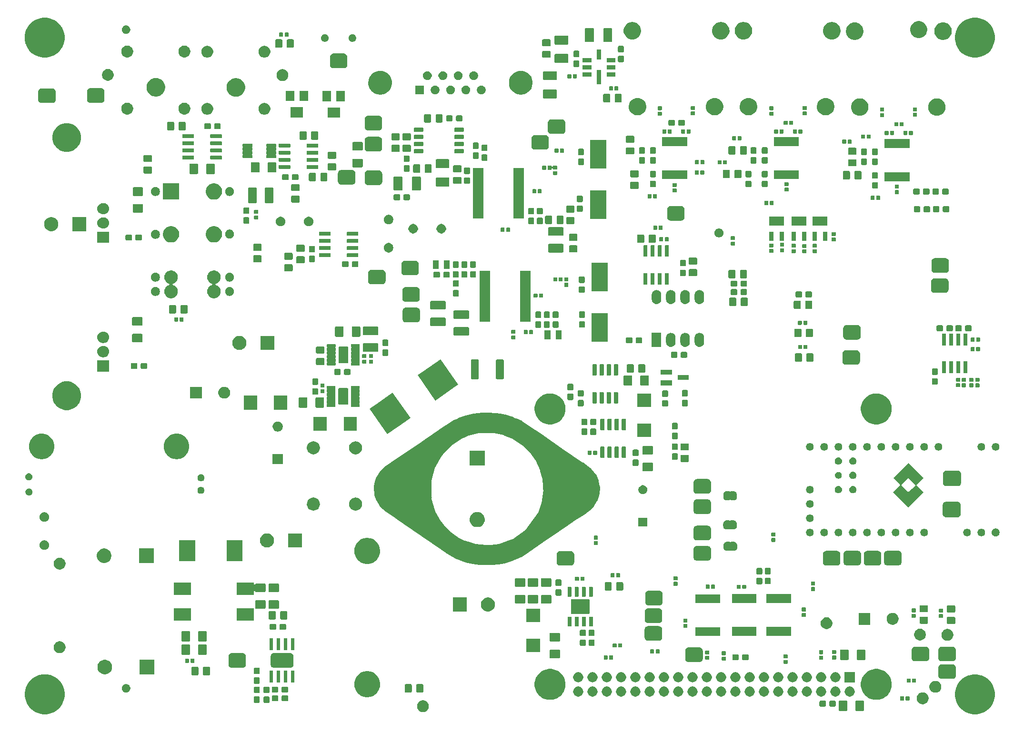
<source format=gbr>
G04 #@! TF.GenerationSoftware,KiCad,Pcbnew,5.1.5-52549c5~84~ubuntu18.04.1*
G04 #@! TF.CreationDate,2020-01-14T00:11:38-08:00*
G04 #@! TF.ProjectId,Pi_Blackbox,50695f42-6c61-4636-9b62-6f782e6b6963,R3*
G04 #@! TF.SameCoordinates,Original*
G04 #@! TF.FileFunction,Soldermask,Top*
G04 #@! TF.FilePolarity,Negative*
%FSLAX46Y46*%
G04 Gerber Fmt 4.6, Leading zero omitted, Abs format (unit mm)*
G04 Created by KiCad (PCBNEW 5.1.5-52549c5~84~ubuntu18.04.1) date 2020-01-14 00:11:38*
%MOMM*%
%LPD*%
G04 APERTURE LIST*
%ADD10C,0.150000*%
%ADD11C,0.100000*%
G04 APERTURE END LIST*
D10*
X120314669Y-38020000D02*
G75*
G03X120314669Y-38020000I-604669J0D01*
G01*
X115414669Y-38020000D02*
G75*
G03X115414669Y-38020000I-604669J0D01*
G01*
D11*
G36*
X231415787Y-151365462D02*
G01*
X231587425Y-151436557D01*
X232062029Y-151633144D01*
X232643631Y-152021758D01*
X233138242Y-152516369D01*
X233526856Y-153097971D01*
X233688157Y-153487387D01*
X233794538Y-153744213D01*
X233931000Y-154430256D01*
X233931000Y-155129744D01*
X233794538Y-155815787D01*
X233751446Y-155919820D01*
X233526856Y-156462029D01*
X233138242Y-157043631D01*
X232643631Y-157538242D01*
X232062029Y-157926856D01*
X231605068Y-158116135D01*
X231415787Y-158194538D01*
X230729744Y-158331000D01*
X230030256Y-158331000D01*
X229344213Y-158194538D01*
X229154932Y-158116135D01*
X228697971Y-157926856D01*
X228116369Y-157538242D01*
X227621758Y-157043631D01*
X227233144Y-156462029D01*
X227008554Y-155919820D01*
X226965462Y-155815787D01*
X226829000Y-155129744D01*
X226829000Y-154430256D01*
X226965462Y-153744213D01*
X227071843Y-153487387D01*
X227233144Y-153097971D01*
X227621758Y-152516369D01*
X228116369Y-152021758D01*
X228697971Y-151633144D01*
X229172575Y-151436557D01*
X229344213Y-151365462D01*
X230030256Y-151229000D01*
X230729744Y-151229000D01*
X231415787Y-151365462D01*
G37*
G36*
X66065787Y-151355462D02*
G01*
X66236081Y-151426000D01*
X66712029Y-151623144D01*
X67293631Y-152011758D01*
X67788242Y-152506369D01*
X68176856Y-153087971D01*
X68339750Y-153481233D01*
X68444538Y-153734213D01*
X68581000Y-154420256D01*
X68581000Y-155119744D01*
X68444538Y-155805787D01*
X68370338Y-155984921D01*
X68176856Y-156452029D01*
X67788242Y-157033631D01*
X67293631Y-157528242D01*
X66712029Y-157916856D01*
X66255068Y-158106135D01*
X66065787Y-158184538D01*
X65379744Y-158321000D01*
X64680256Y-158321000D01*
X63994213Y-158184538D01*
X63804932Y-158106135D01*
X63347971Y-157916856D01*
X62766369Y-157528242D01*
X62271758Y-157033631D01*
X61883144Y-156452029D01*
X61689662Y-155984921D01*
X61615462Y-155805787D01*
X61479000Y-155119744D01*
X61479000Y-154420256D01*
X61615462Y-153734213D01*
X61720250Y-153481233D01*
X61883144Y-153087971D01*
X62271758Y-152506369D01*
X62766369Y-152011758D01*
X63347971Y-151623144D01*
X63823919Y-151426000D01*
X63994213Y-151355462D01*
X64680256Y-151219000D01*
X65379744Y-151219000D01*
X66065787Y-151355462D01*
G37*
G36*
X132568564Y-155863389D02*
G01*
X132759833Y-155942615D01*
X132759835Y-155942616D01*
X132931973Y-156057635D01*
X133078365Y-156204027D01*
X133139483Y-156295496D01*
X133193385Y-156376167D01*
X133272611Y-156567436D01*
X133313000Y-156770484D01*
X133313000Y-156977516D01*
X133272611Y-157180564D01*
X133260824Y-157209020D01*
X133193384Y-157371835D01*
X133078365Y-157543973D01*
X132931973Y-157690365D01*
X132759835Y-157805384D01*
X132759834Y-157805385D01*
X132759833Y-157805385D01*
X132568564Y-157884611D01*
X132365516Y-157925000D01*
X132158484Y-157925000D01*
X131955436Y-157884611D01*
X131764167Y-157805385D01*
X131764166Y-157805385D01*
X131764165Y-157805384D01*
X131592027Y-157690365D01*
X131445635Y-157543973D01*
X131330616Y-157371835D01*
X131263176Y-157209020D01*
X131251389Y-157180564D01*
X131211000Y-156977516D01*
X131211000Y-156770484D01*
X131251389Y-156567436D01*
X131330615Y-156376167D01*
X131384518Y-156295496D01*
X131445635Y-156204027D01*
X131592027Y-156057635D01*
X131764165Y-155942616D01*
X131764167Y-155942615D01*
X131955436Y-155863389D01*
X132158484Y-155823000D01*
X132365516Y-155823000D01*
X132568564Y-155863389D01*
G37*
G36*
X207545562Y-155898181D02*
G01*
X207580481Y-155908774D01*
X207612663Y-155925976D01*
X207640873Y-155949127D01*
X207664024Y-155977337D01*
X207681226Y-156009519D01*
X207691819Y-156044438D01*
X207696000Y-156086895D01*
X207696000Y-157553105D01*
X207691819Y-157595562D01*
X207681226Y-157630481D01*
X207664024Y-157662663D01*
X207640873Y-157690873D01*
X207612663Y-157714024D01*
X207580481Y-157731226D01*
X207545562Y-157741819D01*
X207503105Y-157746000D01*
X206361895Y-157746000D01*
X206319438Y-157741819D01*
X206284519Y-157731226D01*
X206252337Y-157714024D01*
X206224127Y-157690873D01*
X206200976Y-157662663D01*
X206183774Y-157630481D01*
X206173181Y-157595562D01*
X206169000Y-157553105D01*
X206169000Y-156086895D01*
X206173181Y-156044438D01*
X206183774Y-156009519D01*
X206200976Y-155977337D01*
X206224127Y-155949127D01*
X206252337Y-155925976D01*
X206284519Y-155908774D01*
X206319438Y-155898181D01*
X206361895Y-155894000D01*
X207503105Y-155894000D01*
X207545562Y-155898181D01*
G37*
G36*
X210520562Y-155898181D02*
G01*
X210555481Y-155908774D01*
X210587663Y-155925976D01*
X210615873Y-155949127D01*
X210639024Y-155977337D01*
X210656226Y-156009519D01*
X210666819Y-156044438D01*
X210671000Y-156086895D01*
X210671000Y-157553105D01*
X210666819Y-157595562D01*
X210656226Y-157630481D01*
X210639024Y-157662663D01*
X210615873Y-157690873D01*
X210587663Y-157714024D01*
X210555481Y-157731226D01*
X210520562Y-157741819D01*
X210478105Y-157746000D01*
X209336895Y-157746000D01*
X209294438Y-157741819D01*
X209259519Y-157731226D01*
X209227337Y-157714024D01*
X209199127Y-157690873D01*
X209175976Y-157662663D01*
X209158774Y-157630481D01*
X209148181Y-157595562D01*
X209144000Y-157553105D01*
X209144000Y-156086895D01*
X209148181Y-156044438D01*
X209158774Y-156009519D01*
X209175976Y-155977337D01*
X209199127Y-155949127D01*
X209227337Y-155925976D01*
X209259519Y-155908774D01*
X209294438Y-155898181D01*
X209336895Y-155894000D01*
X210478105Y-155894000D01*
X210520562Y-155898181D01*
G37*
G36*
X205479499Y-155908445D02*
G01*
X205516995Y-155919820D01*
X205551554Y-155938292D01*
X205581847Y-155963153D01*
X205606708Y-155993446D01*
X205625180Y-156028005D01*
X205636555Y-156065501D01*
X205641000Y-156110638D01*
X205641000Y-156749362D01*
X205636555Y-156794499D01*
X205625180Y-156831995D01*
X205606708Y-156866554D01*
X205581847Y-156896847D01*
X205551554Y-156921708D01*
X205516995Y-156940180D01*
X205479499Y-156951555D01*
X205434362Y-156956000D01*
X204695638Y-156956000D01*
X204650501Y-156951555D01*
X204613005Y-156940180D01*
X204578446Y-156921708D01*
X204548153Y-156896847D01*
X204523292Y-156866554D01*
X204504820Y-156831995D01*
X204493445Y-156794499D01*
X204489000Y-156749362D01*
X204489000Y-156110638D01*
X204493445Y-156065501D01*
X204504820Y-156028005D01*
X204523292Y-155993446D01*
X204548153Y-155963153D01*
X204578446Y-155938292D01*
X204613005Y-155919820D01*
X204650501Y-155908445D01*
X204695638Y-155904000D01*
X205434362Y-155904000D01*
X205479499Y-155908445D01*
G37*
G36*
X203729499Y-155908445D02*
G01*
X203766995Y-155919820D01*
X203801554Y-155938292D01*
X203831847Y-155963153D01*
X203856708Y-155993446D01*
X203875180Y-156028005D01*
X203886555Y-156065501D01*
X203891000Y-156110638D01*
X203891000Y-156749362D01*
X203886555Y-156794499D01*
X203875180Y-156831995D01*
X203856708Y-156866554D01*
X203831847Y-156896847D01*
X203801554Y-156921708D01*
X203766995Y-156940180D01*
X203729499Y-156951555D01*
X203684362Y-156956000D01*
X202945638Y-156956000D01*
X202900501Y-156951555D01*
X202863005Y-156940180D01*
X202828446Y-156921708D01*
X202798153Y-156896847D01*
X202773292Y-156866554D01*
X202754820Y-156831995D01*
X202743445Y-156794499D01*
X202739000Y-156749362D01*
X202739000Y-156110638D01*
X202743445Y-156065501D01*
X202754820Y-156028005D01*
X202773292Y-155993446D01*
X202798153Y-155963153D01*
X202828446Y-155938292D01*
X202863005Y-155919820D01*
X202900501Y-155908445D01*
X202945638Y-155904000D01*
X203684362Y-155904000D01*
X203729499Y-155908445D01*
G37*
G36*
X221401564Y-154469389D02*
G01*
X221592833Y-154548615D01*
X221592835Y-154548616D01*
X221764973Y-154663635D01*
X221911365Y-154810027D01*
X222022313Y-154976072D01*
X222026385Y-154982167D01*
X222105611Y-155173436D01*
X222146000Y-155376484D01*
X222146000Y-155583516D01*
X222105611Y-155786564D01*
X222032195Y-155963807D01*
X222026384Y-155977835D01*
X221911365Y-156149973D01*
X221764973Y-156296365D01*
X221592835Y-156411384D01*
X221592834Y-156411385D01*
X221592833Y-156411385D01*
X221401564Y-156490611D01*
X221198516Y-156531000D01*
X220991484Y-156531000D01*
X220788436Y-156490611D01*
X220597167Y-156411385D01*
X220597166Y-156411385D01*
X220597165Y-156411384D01*
X220425027Y-156296365D01*
X220278635Y-156149973D01*
X220163616Y-155977835D01*
X220157805Y-155963807D01*
X220084389Y-155786564D01*
X220044000Y-155583516D01*
X220044000Y-155376484D01*
X220084389Y-155173436D01*
X220163615Y-154982167D01*
X220167688Y-154976072D01*
X220278635Y-154810027D01*
X220425027Y-154663635D01*
X220597165Y-154548616D01*
X220597167Y-154548615D01*
X220788436Y-154469389D01*
X220991484Y-154429000D01*
X221198516Y-154429000D01*
X221401564Y-154469389D01*
G37*
G36*
X104814499Y-155153445D02*
G01*
X104851995Y-155164820D01*
X104886554Y-155183292D01*
X104916847Y-155208153D01*
X104941708Y-155238446D01*
X104960180Y-155273005D01*
X104971555Y-155310501D01*
X104976000Y-155355638D01*
X104976000Y-156094362D01*
X104971555Y-156139499D01*
X104960180Y-156176995D01*
X104941708Y-156211554D01*
X104916847Y-156241847D01*
X104886554Y-156266708D01*
X104851995Y-156285180D01*
X104814499Y-156296555D01*
X104769362Y-156301000D01*
X104130638Y-156301000D01*
X104085501Y-156296555D01*
X104048005Y-156285180D01*
X104013446Y-156266708D01*
X103983153Y-156241847D01*
X103958292Y-156211554D01*
X103939820Y-156176995D01*
X103928445Y-156139499D01*
X103924000Y-156094362D01*
X103924000Y-155355638D01*
X103928445Y-155310501D01*
X103939820Y-155273005D01*
X103958292Y-155238446D01*
X103983153Y-155208153D01*
X104013446Y-155183292D01*
X104048005Y-155164820D01*
X104085501Y-155153445D01*
X104130638Y-155149000D01*
X104769362Y-155149000D01*
X104814499Y-155153445D01*
G37*
G36*
X103074499Y-155152386D02*
G01*
X103111995Y-155163761D01*
X103146554Y-155182233D01*
X103176847Y-155207094D01*
X103201708Y-155237387D01*
X103220180Y-155271946D01*
X103231555Y-155309442D01*
X103236000Y-155354579D01*
X103236000Y-156093303D01*
X103231555Y-156138440D01*
X103220180Y-156175936D01*
X103201708Y-156210495D01*
X103176847Y-156240788D01*
X103146554Y-156265649D01*
X103111995Y-156284121D01*
X103074499Y-156295496D01*
X103029362Y-156299941D01*
X102390638Y-156299941D01*
X102345501Y-156295496D01*
X102308005Y-156284121D01*
X102273446Y-156265649D01*
X102243153Y-156240788D01*
X102218292Y-156210495D01*
X102199820Y-156175936D01*
X102188445Y-156138440D01*
X102184000Y-156093303D01*
X102184000Y-155354579D01*
X102188445Y-155309442D01*
X102199820Y-155271946D01*
X102218292Y-155237387D01*
X102243153Y-155207094D01*
X102273446Y-155182233D01*
X102308005Y-155163761D01*
X102345501Y-155152386D01*
X102390638Y-155147941D01*
X103029362Y-155147941D01*
X103074499Y-155152386D01*
G37*
G36*
X108129450Y-154957386D02*
G01*
X108166946Y-154968761D01*
X108201505Y-154987233D01*
X108231798Y-155012094D01*
X108256659Y-155042387D01*
X108275131Y-155076946D01*
X108286506Y-155114442D01*
X108290951Y-155159579D01*
X108290951Y-155798303D01*
X108286506Y-155843440D01*
X108275131Y-155880936D01*
X108256659Y-155915495D01*
X108231798Y-155945788D01*
X108201505Y-155970649D01*
X108166946Y-155989121D01*
X108129450Y-156000496D01*
X108084313Y-156004941D01*
X107345589Y-156004941D01*
X107300452Y-156000496D01*
X107262956Y-155989121D01*
X107228397Y-155970649D01*
X107198104Y-155945788D01*
X107173243Y-155915495D01*
X107154771Y-155880936D01*
X107143396Y-155843440D01*
X107138951Y-155798303D01*
X107138951Y-155159579D01*
X107143396Y-155114442D01*
X107154771Y-155076946D01*
X107173243Y-155042387D01*
X107198104Y-155012094D01*
X107228397Y-154987233D01*
X107262956Y-154968761D01*
X107300452Y-154957386D01*
X107345589Y-154952941D01*
X108084313Y-154952941D01*
X108129450Y-154957386D01*
G37*
G36*
X106379450Y-154957386D02*
G01*
X106416946Y-154968761D01*
X106451505Y-154987233D01*
X106481798Y-155012094D01*
X106506659Y-155042387D01*
X106525131Y-155076946D01*
X106536506Y-155114442D01*
X106540951Y-155159579D01*
X106540951Y-155798303D01*
X106536506Y-155843440D01*
X106525131Y-155880936D01*
X106506659Y-155915495D01*
X106481798Y-155945788D01*
X106451505Y-155970649D01*
X106416946Y-155989121D01*
X106379450Y-156000496D01*
X106334313Y-156004941D01*
X105595589Y-156004941D01*
X105550452Y-156000496D01*
X105512956Y-155989121D01*
X105478397Y-155970649D01*
X105448104Y-155945788D01*
X105423243Y-155915495D01*
X105404771Y-155880936D01*
X105393396Y-155843440D01*
X105388951Y-155798303D01*
X105388951Y-155159579D01*
X105393396Y-155114442D01*
X105404771Y-155076946D01*
X105423243Y-155042387D01*
X105448104Y-155012094D01*
X105478397Y-154987233D01*
X105512956Y-154968761D01*
X105550452Y-154957386D01*
X105595589Y-154952941D01*
X106334313Y-154952941D01*
X106379450Y-154957386D01*
G37*
G36*
X218661938Y-155136716D02*
G01*
X218682557Y-155142971D01*
X218701553Y-155153124D01*
X218718208Y-155166792D01*
X218731876Y-155183447D01*
X218742029Y-155202443D01*
X218748284Y-155223062D01*
X218751000Y-155250640D01*
X218751000Y-155759360D01*
X218748284Y-155786938D01*
X218742029Y-155807557D01*
X218731876Y-155826553D01*
X218718208Y-155843208D01*
X218701553Y-155856876D01*
X218682557Y-155867029D01*
X218661938Y-155873284D01*
X218634360Y-155876000D01*
X218175640Y-155876000D01*
X218148062Y-155873284D01*
X218127443Y-155867029D01*
X218108447Y-155856876D01*
X218091792Y-155843208D01*
X218078124Y-155826553D01*
X218067971Y-155807557D01*
X218061716Y-155786938D01*
X218059000Y-155759360D01*
X218059000Y-155250640D01*
X218061716Y-155223062D01*
X218067971Y-155202443D01*
X218078124Y-155183447D01*
X218091792Y-155166792D01*
X218108447Y-155153124D01*
X218127443Y-155142971D01*
X218148062Y-155136716D01*
X218175640Y-155134000D01*
X218634360Y-155134000D01*
X218661938Y-155136716D01*
G37*
G36*
X217691938Y-155136716D02*
G01*
X217712557Y-155142971D01*
X217731553Y-155153124D01*
X217748208Y-155166792D01*
X217761876Y-155183447D01*
X217772029Y-155202443D01*
X217778284Y-155223062D01*
X217781000Y-155250640D01*
X217781000Y-155759360D01*
X217778284Y-155786938D01*
X217772029Y-155807557D01*
X217761876Y-155826553D01*
X217748208Y-155843208D01*
X217731553Y-155856876D01*
X217712557Y-155867029D01*
X217691938Y-155873284D01*
X217664360Y-155876000D01*
X217205640Y-155876000D01*
X217178062Y-155873284D01*
X217157443Y-155867029D01*
X217138447Y-155856876D01*
X217121792Y-155843208D01*
X217108124Y-155826553D01*
X217097971Y-155807557D01*
X217091716Y-155786938D01*
X217089000Y-155759360D01*
X217089000Y-155250640D01*
X217091716Y-155223062D01*
X217097971Y-155202443D01*
X217108124Y-155183447D01*
X217121792Y-155166792D01*
X217138447Y-155153124D01*
X217157443Y-155142971D01*
X217178062Y-155136716D01*
X217205640Y-155134000D01*
X217664360Y-155134000D01*
X217691938Y-155136716D01*
G37*
G36*
X213281529Y-150280941D02*
G01*
X213652437Y-150354719D01*
X214153087Y-150562095D01*
X214313081Y-150669000D01*
X214603660Y-150863158D01*
X214986842Y-151246340D01*
X215158469Y-151503199D01*
X215287905Y-151696913D01*
X215495281Y-152197563D01*
X215496342Y-152202896D01*
X215601000Y-152729049D01*
X215601000Y-153270951D01*
X215556743Y-153493446D01*
X215495281Y-153802437D01*
X215287905Y-154303087D01*
X215185374Y-154456535D01*
X214986842Y-154753660D01*
X214603660Y-155136842D01*
X214340774Y-155312496D01*
X214153087Y-155437905D01*
X213652437Y-155645281D01*
X213386694Y-155698140D01*
X213120951Y-155751000D01*
X212579049Y-155751000D01*
X212313306Y-155698140D01*
X212047563Y-155645281D01*
X211546913Y-155437905D01*
X211359226Y-155312496D01*
X211096340Y-155136842D01*
X210713158Y-154753660D01*
X210514626Y-154456535D01*
X210412095Y-154303087D01*
X210204719Y-153802437D01*
X210143257Y-153493446D01*
X210099000Y-153270951D01*
X210099000Y-152729049D01*
X210203658Y-152202896D01*
X210204719Y-152197563D01*
X210412095Y-151696913D01*
X210541531Y-151503199D01*
X210713158Y-151246340D01*
X211096340Y-150863158D01*
X211386919Y-150669000D01*
X211546913Y-150562095D01*
X212047563Y-150354719D01*
X212418471Y-150280941D01*
X212579049Y-150249000D01*
X213120951Y-150249000D01*
X213281529Y-150280941D01*
G37*
G36*
X155281529Y-150280941D02*
G01*
X155652437Y-150354719D01*
X156153087Y-150562095D01*
X156313081Y-150669000D01*
X156603660Y-150863158D01*
X156986842Y-151246340D01*
X157158469Y-151503199D01*
X157287905Y-151696913D01*
X157495281Y-152197563D01*
X157496342Y-152202896D01*
X157601000Y-152729049D01*
X157601000Y-153270951D01*
X157556743Y-153493446D01*
X157495281Y-153802437D01*
X157287905Y-154303087D01*
X157185374Y-154456535D01*
X156986842Y-154753660D01*
X156603660Y-155136842D01*
X156340774Y-155312496D01*
X156153087Y-155437905D01*
X155652437Y-155645281D01*
X155386694Y-155698140D01*
X155120951Y-155751000D01*
X154579049Y-155751000D01*
X154313306Y-155698140D01*
X154047563Y-155645281D01*
X153546913Y-155437905D01*
X153359226Y-155312496D01*
X153096340Y-155136842D01*
X152713158Y-154753660D01*
X152514626Y-154456535D01*
X152412095Y-154303087D01*
X152204719Y-153802437D01*
X152143257Y-153493446D01*
X152099000Y-153270951D01*
X152099000Y-152729049D01*
X152203658Y-152202896D01*
X152204719Y-152197563D01*
X152412095Y-151696913D01*
X152541531Y-151503199D01*
X152713158Y-151246340D01*
X153096340Y-150863158D01*
X153386919Y-150669000D01*
X153546913Y-150562095D01*
X154047563Y-150354719D01*
X154418471Y-150280941D01*
X154579049Y-150249000D01*
X155120951Y-150249000D01*
X155281529Y-150280941D01*
G37*
G36*
X122788903Y-150713213D02*
G01*
X123011177Y-150757426D01*
X123429932Y-150930880D01*
X123806802Y-151182696D01*
X124127304Y-151503198D01*
X124379120Y-151880068D01*
X124552574Y-152298823D01*
X124565978Y-152366208D01*
X124641000Y-152743370D01*
X124641000Y-153196630D01*
X124599862Y-153403445D01*
X124552574Y-153641177D01*
X124379120Y-154059932D01*
X124127304Y-154436802D01*
X123806802Y-154757304D01*
X123429932Y-155009120D01*
X123011177Y-155182574D01*
X122807630Y-155223062D01*
X122566630Y-155271000D01*
X122113370Y-155271000D01*
X121872370Y-155223062D01*
X121668823Y-155182574D01*
X121250068Y-155009120D01*
X120873198Y-154757304D01*
X120552696Y-154436802D01*
X120300880Y-154059932D01*
X120127426Y-153641177D01*
X120080138Y-153403445D01*
X120039000Y-153196630D01*
X120039000Y-152743370D01*
X120114022Y-152366208D01*
X120127426Y-152298823D01*
X120300880Y-151880068D01*
X120552696Y-151503198D01*
X120873198Y-151182696D01*
X121250068Y-150930880D01*
X121668823Y-150757426D01*
X121891097Y-150713213D01*
X122113370Y-150669000D01*
X122566630Y-150669000D01*
X122788903Y-150713213D01*
G37*
G36*
X175209292Y-153380147D02*
G01*
X175358592Y-153409844D01*
X175522564Y-153477764D01*
X175670134Y-153576367D01*
X175795633Y-153701866D01*
X175894236Y-153849436D01*
X175962156Y-154013408D01*
X175981363Y-154109973D01*
X175996780Y-154187478D01*
X175996780Y-154364962D01*
X175995502Y-154371385D01*
X175962156Y-154539032D01*
X175894236Y-154703004D01*
X175795633Y-154850574D01*
X175670134Y-154976073D01*
X175522564Y-155074676D01*
X175358592Y-155142596D01*
X175225746Y-155169020D01*
X175184522Y-155177220D01*
X175007038Y-155177220D01*
X174965814Y-155169020D01*
X174832968Y-155142596D01*
X174668996Y-155074676D01*
X174521426Y-154976073D01*
X174395927Y-154850574D01*
X174297324Y-154703004D01*
X174229404Y-154539032D01*
X174196058Y-154371385D01*
X174194780Y-154364962D01*
X174194780Y-154187478D01*
X174210197Y-154109973D01*
X174229404Y-154013408D01*
X174297324Y-153849436D01*
X174395927Y-153701866D01*
X174521426Y-153576367D01*
X174668996Y-153477764D01*
X174832968Y-153409844D01*
X174982268Y-153380147D01*
X175007038Y-153375220D01*
X175184522Y-153375220D01*
X175209292Y-153380147D01*
G37*
G36*
X162509292Y-153380147D02*
G01*
X162658592Y-153409844D01*
X162822564Y-153477764D01*
X162970134Y-153576367D01*
X163095633Y-153701866D01*
X163194236Y-153849436D01*
X163262156Y-154013408D01*
X163281363Y-154109973D01*
X163296780Y-154187478D01*
X163296780Y-154364962D01*
X163295502Y-154371385D01*
X163262156Y-154539032D01*
X163194236Y-154703004D01*
X163095633Y-154850574D01*
X162970134Y-154976073D01*
X162822564Y-155074676D01*
X162658592Y-155142596D01*
X162525746Y-155169020D01*
X162484522Y-155177220D01*
X162307038Y-155177220D01*
X162265814Y-155169020D01*
X162132968Y-155142596D01*
X161968996Y-155074676D01*
X161821426Y-154976073D01*
X161695927Y-154850574D01*
X161597324Y-154703004D01*
X161529404Y-154539032D01*
X161496058Y-154371385D01*
X161494780Y-154364962D01*
X161494780Y-154187478D01*
X161510197Y-154109973D01*
X161529404Y-154013408D01*
X161597324Y-153849436D01*
X161695927Y-153701866D01*
X161821426Y-153576367D01*
X161968996Y-153477764D01*
X162132968Y-153409844D01*
X162282268Y-153380147D01*
X162307038Y-153375220D01*
X162484522Y-153375220D01*
X162509292Y-153380147D01*
G37*
G36*
X165049292Y-153380147D02*
G01*
X165198592Y-153409844D01*
X165362564Y-153477764D01*
X165510134Y-153576367D01*
X165635633Y-153701866D01*
X165734236Y-153849436D01*
X165802156Y-154013408D01*
X165821363Y-154109973D01*
X165836780Y-154187478D01*
X165836780Y-154364962D01*
X165835502Y-154371385D01*
X165802156Y-154539032D01*
X165734236Y-154703004D01*
X165635633Y-154850574D01*
X165510134Y-154976073D01*
X165362564Y-155074676D01*
X165198592Y-155142596D01*
X165065746Y-155169020D01*
X165024522Y-155177220D01*
X164847038Y-155177220D01*
X164805814Y-155169020D01*
X164672968Y-155142596D01*
X164508996Y-155074676D01*
X164361426Y-154976073D01*
X164235927Y-154850574D01*
X164137324Y-154703004D01*
X164069404Y-154539032D01*
X164036058Y-154371385D01*
X164034780Y-154364962D01*
X164034780Y-154187478D01*
X164050197Y-154109973D01*
X164069404Y-154013408D01*
X164137324Y-153849436D01*
X164235927Y-153701866D01*
X164361426Y-153576367D01*
X164508996Y-153477764D01*
X164672968Y-153409844D01*
X164822268Y-153380147D01*
X164847038Y-153375220D01*
X165024522Y-153375220D01*
X165049292Y-153380147D01*
G37*
G36*
X167589292Y-153380147D02*
G01*
X167738592Y-153409844D01*
X167902564Y-153477764D01*
X168050134Y-153576367D01*
X168175633Y-153701866D01*
X168274236Y-153849436D01*
X168342156Y-154013408D01*
X168361363Y-154109973D01*
X168376780Y-154187478D01*
X168376780Y-154364962D01*
X168375502Y-154371385D01*
X168342156Y-154539032D01*
X168274236Y-154703004D01*
X168175633Y-154850574D01*
X168050134Y-154976073D01*
X167902564Y-155074676D01*
X167738592Y-155142596D01*
X167605746Y-155169020D01*
X167564522Y-155177220D01*
X167387038Y-155177220D01*
X167345814Y-155169020D01*
X167212968Y-155142596D01*
X167048996Y-155074676D01*
X166901426Y-154976073D01*
X166775927Y-154850574D01*
X166677324Y-154703004D01*
X166609404Y-154539032D01*
X166576058Y-154371385D01*
X166574780Y-154364962D01*
X166574780Y-154187478D01*
X166590197Y-154109973D01*
X166609404Y-154013408D01*
X166677324Y-153849436D01*
X166775927Y-153701866D01*
X166901426Y-153576367D01*
X167048996Y-153477764D01*
X167212968Y-153409844D01*
X167362268Y-153380147D01*
X167387038Y-153375220D01*
X167564522Y-153375220D01*
X167589292Y-153380147D01*
G37*
G36*
X170129292Y-153380147D02*
G01*
X170278592Y-153409844D01*
X170442564Y-153477764D01*
X170590134Y-153576367D01*
X170715633Y-153701866D01*
X170814236Y-153849436D01*
X170882156Y-154013408D01*
X170901363Y-154109973D01*
X170916780Y-154187478D01*
X170916780Y-154364962D01*
X170915502Y-154371385D01*
X170882156Y-154539032D01*
X170814236Y-154703004D01*
X170715633Y-154850574D01*
X170590134Y-154976073D01*
X170442564Y-155074676D01*
X170278592Y-155142596D01*
X170145746Y-155169020D01*
X170104522Y-155177220D01*
X169927038Y-155177220D01*
X169885814Y-155169020D01*
X169752968Y-155142596D01*
X169588996Y-155074676D01*
X169441426Y-154976073D01*
X169315927Y-154850574D01*
X169217324Y-154703004D01*
X169149404Y-154539032D01*
X169116058Y-154371385D01*
X169114780Y-154364962D01*
X169114780Y-154187478D01*
X169130197Y-154109973D01*
X169149404Y-154013408D01*
X169217324Y-153849436D01*
X169315927Y-153701866D01*
X169441426Y-153576367D01*
X169588996Y-153477764D01*
X169752968Y-153409844D01*
X169902268Y-153380147D01*
X169927038Y-153375220D01*
X170104522Y-153375220D01*
X170129292Y-153380147D01*
G37*
G36*
X172669292Y-153380147D02*
G01*
X172818592Y-153409844D01*
X172982564Y-153477764D01*
X173130134Y-153576367D01*
X173255633Y-153701866D01*
X173354236Y-153849436D01*
X173422156Y-154013408D01*
X173441363Y-154109973D01*
X173456780Y-154187478D01*
X173456780Y-154364962D01*
X173455502Y-154371385D01*
X173422156Y-154539032D01*
X173354236Y-154703004D01*
X173255633Y-154850574D01*
X173130134Y-154976073D01*
X172982564Y-155074676D01*
X172818592Y-155142596D01*
X172685746Y-155169020D01*
X172644522Y-155177220D01*
X172467038Y-155177220D01*
X172425814Y-155169020D01*
X172292968Y-155142596D01*
X172128996Y-155074676D01*
X171981426Y-154976073D01*
X171855927Y-154850574D01*
X171757324Y-154703004D01*
X171689404Y-154539032D01*
X171656058Y-154371385D01*
X171654780Y-154364962D01*
X171654780Y-154187478D01*
X171670197Y-154109973D01*
X171689404Y-154013408D01*
X171757324Y-153849436D01*
X171855927Y-153701866D01*
X171981426Y-153576367D01*
X172128996Y-153477764D01*
X172292968Y-153409844D01*
X172442268Y-153380147D01*
X172467038Y-153375220D01*
X172644522Y-153375220D01*
X172669292Y-153380147D01*
G37*
G36*
X177749292Y-153380147D02*
G01*
X177898592Y-153409844D01*
X178062564Y-153477764D01*
X178210134Y-153576367D01*
X178335633Y-153701866D01*
X178434236Y-153849436D01*
X178502156Y-154013408D01*
X178521363Y-154109973D01*
X178536780Y-154187478D01*
X178536780Y-154364962D01*
X178535502Y-154371385D01*
X178502156Y-154539032D01*
X178434236Y-154703004D01*
X178335633Y-154850574D01*
X178210134Y-154976073D01*
X178062564Y-155074676D01*
X177898592Y-155142596D01*
X177765746Y-155169020D01*
X177724522Y-155177220D01*
X177547038Y-155177220D01*
X177505814Y-155169020D01*
X177372968Y-155142596D01*
X177208996Y-155074676D01*
X177061426Y-154976073D01*
X176935927Y-154850574D01*
X176837324Y-154703004D01*
X176769404Y-154539032D01*
X176736058Y-154371385D01*
X176734780Y-154364962D01*
X176734780Y-154187478D01*
X176750197Y-154109973D01*
X176769404Y-154013408D01*
X176837324Y-153849436D01*
X176935927Y-153701866D01*
X177061426Y-153576367D01*
X177208996Y-153477764D01*
X177372968Y-153409844D01*
X177522268Y-153380147D01*
X177547038Y-153375220D01*
X177724522Y-153375220D01*
X177749292Y-153380147D01*
G37*
G36*
X180289292Y-153380147D02*
G01*
X180438592Y-153409844D01*
X180602564Y-153477764D01*
X180750134Y-153576367D01*
X180875633Y-153701866D01*
X180974236Y-153849436D01*
X181042156Y-154013408D01*
X181061363Y-154109973D01*
X181076780Y-154187478D01*
X181076780Y-154364962D01*
X181075502Y-154371385D01*
X181042156Y-154539032D01*
X180974236Y-154703004D01*
X180875633Y-154850574D01*
X180750134Y-154976073D01*
X180602564Y-155074676D01*
X180438592Y-155142596D01*
X180305746Y-155169020D01*
X180264522Y-155177220D01*
X180087038Y-155177220D01*
X180045814Y-155169020D01*
X179912968Y-155142596D01*
X179748996Y-155074676D01*
X179601426Y-154976073D01*
X179475927Y-154850574D01*
X179377324Y-154703004D01*
X179309404Y-154539032D01*
X179276058Y-154371385D01*
X179274780Y-154364962D01*
X179274780Y-154187478D01*
X179290197Y-154109973D01*
X179309404Y-154013408D01*
X179377324Y-153849436D01*
X179475927Y-153701866D01*
X179601426Y-153576367D01*
X179748996Y-153477764D01*
X179912968Y-153409844D01*
X180062268Y-153380147D01*
X180087038Y-153375220D01*
X180264522Y-153375220D01*
X180289292Y-153380147D01*
G37*
G36*
X182829292Y-153380147D02*
G01*
X182978592Y-153409844D01*
X183142564Y-153477764D01*
X183290134Y-153576367D01*
X183415633Y-153701866D01*
X183514236Y-153849436D01*
X183582156Y-154013408D01*
X183601363Y-154109973D01*
X183616780Y-154187478D01*
X183616780Y-154364962D01*
X183615502Y-154371385D01*
X183582156Y-154539032D01*
X183514236Y-154703004D01*
X183415633Y-154850574D01*
X183290134Y-154976073D01*
X183142564Y-155074676D01*
X182978592Y-155142596D01*
X182845746Y-155169020D01*
X182804522Y-155177220D01*
X182627038Y-155177220D01*
X182585814Y-155169020D01*
X182452968Y-155142596D01*
X182288996Y-155074676D01*
X182141426Y-154976073D01*
X182015927Y-154850574D01*
X181917324Y-154703004D01*
X181849404Y-154539032D01*
X181816058Y-154371385D01*
X181814780Y-154364962D01*
X181814780Y-154187478D01*
X181830197Y-154109973D01*
X181849404Y-154013408D01*
X181917324Y-153849436D01*
X182015927Y-153701866D01*
X182141426Y-153576367D01*
X182288996Y-153477764D01*
X182452968Y-153409844D01*
X182602268Y-153380147D01*
X182627038Y-153375220D01*
X182804522Y-153375220D01*
X182829292Y-153380147D01*
G37*
G36*
X185369292Y-153380147D02*
G01*
X185518592Y-153409844D01*
X185682564Y-153477764D01*
X185830134Y-153576367D01*
X185955633Y-153701866D01*
X186054236Y-153849436D01*
X186122156Y-154013408D01*
X186141363Y-154109973D01*
X186156780Y-154187478D01*
X186156780Y-154364962D01*
X186155502Y-154371385D01*
X186122156Y-154539032D01*
X186054236Y-154703004D01*
X185955633Y-154850574D01*
X185830134Y-154976073D01*
X185682564Y-155074676D01*
X185518592Y-155142596D01*
X185385746Y-155169020D01*
X185344522Y-155177220D01*
X185167038Y-155177220D01*
X185125814Y-155169020D01*
X184992968Y-155142596D01*
X184828996Y-155074676D01*
X184681426Y-154976073D01*
X184555927Y-154850574D01*
X184457324Y-154703004D01*
X184389404Y-154539032D01*
X184356058Y-154371385D01*
X184354780Y-154364962D01*
X184354780Y-154187478D01*
X184370197Y-154109973D01*
X184389404Y-154013408D01*
X184457324Y-153849436D01*
X184555927Y-153701866D01*
X184681426Y-153576367D01*
X184828996Y-153477764D01*
X184992968Y-153409844D01*
X185142268Y-153380147D01*
X185167038Y-153375220D01*
X185344522Y-153375220D01*
X185369292Y-153380147D01*
G37*
G36*
X203149292Y-153380147D02*
G01*
X203298592Y-153409844D01*
X203462564Y-153477764D01*
X203610134Y-153576367D01*
X203735633Y-153701866D01*
X203834236Y-153849436D01*
X203902156Y-154013408D01*
X203921363Y-154109973D01*
X203936780Y-154187478D01*
X203936780Y-154364962D01*
X203935502Y-154371385D01*
X203902156Y-154539032D01*
X203834236Y-154703004D01*
X203735633Y-154850574D01*
X203610134Y-154976073D01*
X203462564Y-155074676D01*
X203298592Y-155142596D01*
X203165746Y-155169020D01*
X203124522Y-155177220D01*
X202947038Y-155177220D01*
X202905814Y-155169020D01*
X202772968Y-155142596D01*
X202608996Y-155074676D01*
X202461426Y-154976073D01*
X202335927Y-154850574D01*
X202237324Y-154703004D01*
X202169404Y-154539032D01*
X202136058Y-154371385D01*
X202134780Y-154364962D01*
X202134780Y-154187478D01*
X202150197Y-154109973D01*
X202169404Y-154013408D01*
X202237324Y-153849436D01*
X202335927Y-153701866D01*
X202461426Y-153576367D01*
X202608996Y-153477764D01*
X202772968Y-153409844D01*
X202922268Y-153380147D01*
X202947038Y-153375220D01*
X203124522Y-153375220D01*
X203149292Y-153380147D01*
G37*
G36*
X159969292Y-153380147D02*
G01*
X160118592Y-153409844D01*
X160282564Y-153477764D01*
X160430134Y-153576367D01*
X160555633Y-153701866D01*
X160654236Y-153849436D01*
X160722156Y-154013408D01*
X160741363Y-154109973D01*
X160756780Y-154187478D01*
X160756780Y-154364962D01*
X160755502Y-154371385D01*
X160722156Y-154539032D01*
X160654236Y-154703004D01*
X160555633Y-154850574D01*
X160430134Y-154976073D01*
X160282564Y-155074676D01*
X160118592Y-155142596D01*
X159985746Y-155169020D01*
X159944522Y-155177220D01*
X159767038Y-155177220D01*
X159725814Y-155169020D01*
X159592968Y-155142596D01*
X159428996Y-155074676D01*
X159281426Y-154976073D01*
X159155927Y-154850574D01*
X159057324Y-154703004D01*
X158989404Y-154539032D01*
X158956058Y-154371385D01*
X158954780Y-154364962D01*
X158954780Y-154187478D01*
X158970197Y-154109973D01*
X158989404Y-154013408D01*
X159057324Y-153849436D01*
X159155927Y-153701866D01*
X159281426Y-153576367D01*
X159428996Y-153477764D01*
X159592968Y-153409844D01*
X159742268Y-153380147D01*
X159767038Y-153375220D01*
X159944522Y-153375220D01*
X159969292Y-153380147D01*
G37*
G36*
X208229292Y-153380147D02*
G01*
X208378592Y-153409844D01*
X208542564Y-153477764D01*
X208690134Y-153576367D01*
X208815633Y-153701866D01*
X208914236Y-153849436D01*
X208982156Y-154013408D01*
X209001363Y-154109973D01*
X209016780Y-154187478D01*
X209016780Y-154364962D01*
X209015502Y-154371385D01*
X208982156Y-154539032D01*
X208914236Y-154703004D01*
X208815633Y-154850574D01*
X208690134Y-154976073D01*
X208542564Y-155074676D01*
X208378592Y-155142596D01*
X208245746Y-155169020D01*
X208204522Y-155177220D01*
X208027038Y-155177220D01*
X207985814Y-155169020D01*
X207852968Y-155142596D01*
X207688996Y-155074676D01*
X207541426Y-154976073D01*
X207415927Y-154850574D01*
X207317324Y-154703004D01*
X207249404Y-154539032D01*
X207216058Y-154371385D01*
X207214780Y-154364962D01*
X207214780Y-154187478D01*
X207230197Y-154109973D01*
X207249404Y-154013408D01*
X207317324Y-153849436D01*
X207415927Y-153701866D01*
X207541426Y-153576367D01*
X207688996Y-153477764D01*
X207852968Y-153409844D01*
X208002268Y-153380147D01*
X208027038Y-153375220D01*
X208204522Y-153375220D01*
X208229292Y-153380147D01*
G37*
G36*
X205689292Y-153380147D02*
G01*
X205838592Y-153409844D01*
X206002564Y-153477764D01*
X206150134Y-153576367D01*
X206275633Y-153701866D01*
X206374236Y-153849436D01*
X206442156Y-154013408D01*
X206461363Y-154109973D01*
X206476780Y-154187478D01*
X206476780Y-154364962D01*
X206475502Y-154371385D01*
X206442156Y-154539032D01*
X206374236Y-154703004D01*
X206275633Y-154850574D01*
X206150134Y-154976073D01*
X206002564Y-155074676D01*
X205838592Y-155142596D01*
X205705746Y-155169020D01*
X205664522Y-155177220D01*
X205487038Y-155177220D01*
X205445814Y-155169020D01*
X205312968Y-155142596D01*
X205148996Y-155074676D01*
X205001426Y-154976073D01*
X204875927Y-154850574D01*
X204777324Y-154703004D01*
X204709404Y-154539032D01*
X204676058Y-154371385D01*
X204674780Y-154364962D01*
X204674780Y-154187478D01*
X204690197Y-154109973D01*
X204709404Y-154013408D01*
X204777324Y-153849436D01*
X204875927Y-153701866D01*
X205001426Y-153576367D01*
X205148996Y-153477764D01*
X205312968Y-153409844D01*
X205462268Y-153380147D01*
X205487038Y-153375220D01*
X205664522Y-153375220D01*
X205689292Y-153380147D01*
G37*
G36*
X200609292Y-153380147D02*
G01*
X200758592Y-153409844D01*
X200922564Y-153477764D01*
X201070134Y-153576367D01*
X201195633Y-153701866D01*
X201294236Y-153849436D01*
X201362156Y-154013408D01*
X201381363Y-154109973D01*
X201396780Y-154187478D01*
X201396780Y-154364962D01*
X201395502Y-154371385D01*
X201362156Y-154539032D01*
X201294236Y-154703004D01*
X201195633Y-154850574D01*
X201070134Y-154976073D01*
X200922564Y-155074676D01*
X200758592Y-155142596D01*
X200625746Y-155169020D01*
X200584522Y-155177220D01*
X200407038Y-155177220D01*
X200365814Y-155169020D01*
X200232968Y-155142596D01*
X200068996Y-155074676D01*
X199921426Y-154976073D01*
X199795927Y-154850574D01*
X199697324Y-154703004D01*
X199629404Y-154539032D01*
X199596058Y-154371385D01*
X199594780Y-154364962D01*
X199594780Y-154187478D01*
X199610197Y-154109973D01*
X199629404Y-154013408D01*
X199697324Y-153849436D01*
X199795927Y-153701866D01*
X199921426Y-153576367D01*
X200068996Y-153477764D01*
X200232968Y-153409844D01*
X200382268Y-153380147D01*
X200407038Y-153375220D01*
X200584522Y-153375220D01*
X200609292Y-153380147D01*
G37*
G36*
X198069292Y-153380147D02*
G01*
X198218592Y-153409844D01*
X198382564Y-153477764D01*
X198530134Y-153576367D01*
X198655633Y-153701866D01*
X198754236Y-153849436D01*
X198822156Y-154013408D01*
X198841363Y-154109973D01*
X198856780Y-154187478D01*
X198856780Y-154364962D01*
X198855502Y-154371385D01*
X198822156Y-154539032D01*
X198754236Y-154703004D01*
X198655633Y-154850574D01*
X198530134Y-154976073D01*
X198382564Y-155074676D01*
X198218592Y-155142596D01*
X198085746Y-155169020D01*
X198044522Y-155177220D01*
X197867038Y-155177220D01*
X197825814Y-155169020D01*
X197692968Y-155142596D01*
X197528996Y-155074676D01*
X197381426Y-154976073D01*
X197255927Y-154850574D01*
X197157324Y-154703004D01*
X197089404Y-154539032D01*
X197056058Y-154371385D01*
X197054780Y-154364962D01*
X197054780Y-154187478D01*
X197070197Y-154109973D01*
X197089404Y-154013408D01*
X197157324Y-153849436D01*
X197255927Y-153701866D01*
X197381426Y-153576367D01*
X197528996Y-153477764D01*
X197692968Y-153409844D01*
X197842268Y-153380147D01*
X197867038Y-153375220D01*
X198044522Y-153375220D01*
X198069292Y-153380147D01*
G37*
G36*
X187909292Y-153380147D02*
G01*
X188058592Y-153409844D01*
X188222564Y-153477764D01*
X188370134Y-153576367D01*
X188495633Y-153701866D01*
X188594236Y-153849436D01*
X188662156Y-154013408D01*
X188681363Y-154109973D01*
X188696780Y-154187478D01*
X188696780Y-154364962D01*
X188695502Y-154371385D01*
X188662156Y-154539032D01*
X188594236Y-154703004D01*
X188495633Y-154850574D01*
X188370134Y-154976073D01*
X188222564Y-155074676D01*
X188058592Y-155142596D01*
X187925746Y-155169020D01*
X187884522Y-155177220D01*
X187707038Y-155177220D01*
X187665814Y-155169020D01*
X187532968Y-155142596D01*
X187368996Y-155074676D01*
X187221426Y-154976073D01*
X187095927Y-154850574D01*
X186997324Y-154703004D01*
X186929404Y-154539032D01*
X186896058Y-154371385D01*
X186894780Y-154364962D01*
X186894780Y-154187478D01*
X186910197Y-154109973D01*
X186929404Y-154013408D01*
X186997324Y-153849436D01*
X187095927Y-153701866D01*
X187221426Y-153576367D01*
X187368996Y-153477764D01*
X187532968Y-153409844D01*
X187682268Y-153380147D01*
X187707038Y-153375220D01*
X187884522Y-153375220D01*
X187909292Y-153380147D01*
G37*
G36*
X195529292Y-153380147D02*
G01*
X195678592Y-153409844D01*
X195842564Y-153477764D01*
X195990134Y-153576367D01*
X196115633Y-153701866D01*
X196214236Y-153849436D01*
X196282156Y-154013408D01*
X196301363Y-154109973D01*
X196316780Y-154187478D01*
X196316780Y-154364962D01*
X196315502Y-154371385D01*
X196282156Y-154539032D01*
X196214236Y-154703004D01*
X196115633Y-154850574D01*
X195990134Y-154976073D01*
X195842564Y-155074676D01*
X195678592Y-155142596D01*
X195545746Y-155169020D01*
X195504522Y-155177220D01*
X195327038Y-155177220D01*
X195285814Y-155169020D01*
X195152968Y-155142596D01*
X194988996Y-155074676D01*
X194841426Y-154976073D01*
X194715927Y-154850574D01*
X194617324Y-154703004D01*
X194549404Y-154539032D01*
X194516058Y-154371385D01*
X194514780Y-154364962D01*
X194514780Y-154187478D01*
X194530197Y-154109973D01*
X194549404Y-154013408D01*
X194617324Y-153849436D01*
X194715927Y-153701866D01*
X194841426Y-153576367D01*
X194988996Y-153477764D01*
X195152968Y-153409844D01*
X195302268Y-153380147D01*
X195327038Y-153375220D01*
X195504522Y-153375220D01*
X195529292Y-153380147D01*
G37*
G36*
X192989292Y-153380147D02*
G01*
X193138592Y-153409844D01*
X193302564Y-153477764D01*
X193450134Y-153576367D01*
X193575633Y-153701866D01*
X193674236Y-153849436D01*
X193742156Y-154013408D01*
X193761363Y-154109973D01*
X193776780Y-154187478D01*
X193776780Y-154364962D01*
X193775502Y-154371385D01*
X193742156Y-154539032D01*
X193674236Y-154703004D01*
X193575633Y-154850574D01*
X193450134Y-154976073D01*
X193302564Y-155074676D01*
X193138592Y-155142596D01*
X193005746Y-155169020D01*
X192964522Y-155177220D01*
X192787038Y-155177220D01*
X192745814Y-155169020D01*
X192612968Y-155142596D01*
X192448996Y-155074676D01*
X192301426Y-154976073D01*
X192175927Y-154850574D01*
X192077324Y-154703004D01*
X192009404Y-154539032D01*
X191976058Y-154371385D01*
X191974780Y-154364962D01*
X191974780Y-154187478D01*
X191990197Y-154109973D01*
X192009404Y-154013408D01*
X192077324Y-153849436D01*
X192175927Y-153701866D01*
X192301426Y-153576367D01*
X192448996Y-153477764D01*
X192612968Y-153409844D01*
X192762268Y-153380147D01*
X192787038Y-153375220D01*
X192964522Y-153375220D01*
X192989292Y-153380147D01*
G37*
G36*
X190449292Y-153380147D02*
G01*
X190598592Y-153409844D01*
X190762564Y-153477764D01*
X190910134Y-153576367D01*
X191035633Y-153701866D01*
X191134236Y-153849436D01*
X191202156Y-154013408D01*
X191221363Y-154109973D01*
X191236780Y-154187478D01*
X191236780Y-154364962D01*
X191235502Y-154371385D01*
X191202156Y-154539032D01*
X191134236Y-154703004D01*
X191035633Y-154850574D01*
X190910134Y-154976073D01*
X190762564Y-155074676D01*
X190598592Y-155142596D01*
X190465746Y-155169020D01*
X190424522Y-155177220D01*
X190247038Y-155177220D01*
X190205814Y-155169020D01*
X190072968Y-155142596D01*
X189908996Y-155074676D01*
X189761426Y-154976073D01*
X189635927Y-154850574D01*
X189537324Y-154703004D01*
X189469404Y-154539032D01*
X189436058Y-154371385D01*
X189434780Y-154364962D01*
X189434780Y-154187478D01*
X189450197Y-154109973D01*
X189469404Y-154013408D01*
X189537324Y-153849436D01*
X189635927Y-153701866D01*
X189761426Y-153576367D01*
X189908996Y-153477764D01*
X190072968Y-153409844D01*
X190222268Y-153380147D01*
X190247038Y-153375220D01*
X190424522Y-153375220D01*
X190449292Y-153380147D01*
G37*
G36*
X104814499Y-153403445D02*
G01*
X104851995Y-153414820D01*
X104886554Y-153433292D01*
X104916847Y-153458153D01*
X104941708Y-153488446D01*
X104960180Y-153523005D01*
X104971555Y-153560501D01*
X104976000Y-153605638D01*
X104976000Y-154344362D01*
X104971555Y-154389499D01*
X104960180Y-154426995D01*
X104941708Y-154461554D01*
X104916847Y-154491847D01*
X104886554Y-154516708D01*
X104851995Y-154535180D01*
X104814499Y-154546555D01*
X104769362Y-154551000D01*
X104130638Y-154551000D01*
X104085501Y-154546555D01*
X104048005Y-154535180D01*
X104013446Y-154516708D01*
X103983153Y-154491847D01*
X103958292Y-154461554D01*
X103939820Y-154426995D01*
X103928445Y-154389499D01*
X103924000Y-154344362D01*
X103924000Y-153605638D01*
X103928445Y-153560501D01*
X103939820Y-153523005D01*
X103958292Y-153488446D01*
X103983153Y-153458153D01*
X104013446Y-153433292D01*
X104048005Y-153414820D01*
X104085501Y-153403445D01*
X104130638Y-153399000D01*
X104769362Y-153399000D01*
X104814499Y-153403445D01*
G37*
G36*
X103074499Y-153402386D02*
G01*
X103111995Y-153413761D01*
X103146554Y-153432233D01*
X103176847Y-153457094D01*
X103201708Y-153487387D01*
X103220180Y-153521946D01*
X103231555Y-153559442D01*
X103236000Y-153604579D01*
X103236000Y-154343303D01*
X103231555Y-154388440D01*
X103220180Y-154425936D01*
X103201708Y-154460495D01*
X103176847Y-154490788D01*
X103146554Y-154515649D01*
X103111995Y-154534121D01*
X103074499Y-154545496D01*
X103029362Y-154549941D01*
X102390638Y-154549941D01*
X102345501Y-154545496D01*
X102308005Y-154534121D01*
X102273446Y-154515649D01*
X102243153Y-154490788D01*
X102218292Y-154460495D01*
X102199820Y-154425936D01*
X102188445Y-154388440D01*
X102184000Y-154343303D01*
X102184000Y-153604579D01*
X102188445Y-153559442D01*
X102199820Y-153521946D01*
X102218292Y-153487387D01*
X102243153Y-153457094D01*
X102273446Y-153432233D01*
X102308005Y-153413761D01*
X102345501Y-153402386D01*
X102390638Y-153397941D01*
X103029362Y-153397941D01*
X103074499Y-153402386D01*
G37*
G36*
X223656564Y-152429389D02*
G01*
X223842413Y-152506370D01*
X223847835Y-152508616D01*
X224019973Y-152623635D01*
X224166365Y-152770027D01*
X224236919Y-152875618D01*
X224281385Y-152942167D01*
X224360611Y-153133436D01*
X224401000Y-153336484D01*
X224401000Y-153543516D01*
X224360611Y-153746564D01*
X224318000Y-153849436D01*
X224281384Y-153937835D01*
X224166365Y-154109973D01*
X224019973Y-154256365D01*
X223847835Y-154371384D01*
X223847834Y-154371385D01*
X223847833Y-154371385D01*
X223656564Y-154450611D01*
X223453516Y-154491000D01*
X223246484Y-154491000D01*
X223043436Y-154450611D01*
X222852167Y-154371385D01*
X222852166Y-154371385D01*
X222852165Y-154371384D01*
X222680027Y-154256365D01*
X222533635Y-154109973D01*
X222418616Y-153937835D01*
X222382000Y-153849436D01*
X222339389Y-153746564D01*
X222299000Y-153543516D01*
X222299000Y-153336484D01*
X222339389Y-153133436D01*
X222418615Y-152942167D01*
X222463082Y-152875618D01*
X222533635Y-152770027D01*
X222680027Y-152623635D01*
X222852165Y-152508616D01*
X222857587Y-152506370D01*
X223043436Y-152429389D01*
X223246484Y-152389000D01*
X223453516Y-152389000D01*
X223656564Y-152429389D01*
G37*
G36*
X130108674Y-152963465D02*
G01*
X130146367Y-152974899D01*
X130181103Y-152993466D01*
X130211548Y-153018452D01*
X130236534Y-153048897D01*
X130255101Y-153083633D01*
X130266535Y-153121326D01*
X130271000Y-153166661D01*
X130271000Y-154253339D01*
X130266535Y-154298674D01*
X130255101Y-154336367D01*
X130236534Y-154371103D01*
X130211548Y-154401548D01*
X130181103Y-154426534D01*
X130146367Y-154445101D01*
X130108674Y-154456535D01*
X130063339Y-154461000D01*
X129226661Y-154461000D01*
X129181326Y-154456535D01*
X129143633Y-154445101D01*
X129108897Y-154426534D01*
X129078452Y-154401548D01*
X129053466Y-154371103D01*
X129034899Y-154336367D01*
X129023465Y-154298674D01*
X129019000Y-154253339D01*
X129019000Y-153166661D01*
X129023465Y-153121326D01*
X129034899Y-153083633D01*
X129053466Y-153048897D01*
X129078452Y-153018452D01*
X129108897Y-152993466D01*
X129143633Y-152974899D01*
X129181326Y-152963465D01*
X129226661Y-152959000D01*
X130063339Y-152959000D01*
X130108674Y-152963465D01*
G37*
G36*
X132158674Y-152963465D02*
G01*
X132196367Y-152974899D01*
X132231103Y-152993466D01*
X132261548Y-153018452D01*
X132286534Y-153048897D01*
X132305101Y-153083633D01*
X132316535Y-153121326D01*
X132321000Y-153166661D01*
X132321000Y-154253339D01*
X132316535Y-154298674D01*
X132305101Y-154336367D01*
X132286534Y-154371103D01*
X132261548Y-154401548D01*
X132231103Y-154426534D01*
X132196367Y-154445101D01*
X132158674Y-154456535D01*
X132113339Y-154461000D01*
X131276661Y-154461000D01*
X131231326Y-154456535D01*
X131193633Y-154445101D01*
X131158897Y-154426534D01*
X131128452Y-154401548D01*
X131103466Y-154371103D01*
X131084899Y-154336367D01*
X131073465Y-154298674D01*
X131069000Y-154253339D01*
X131069000Y-153166661D01*
X131073465Y-153121326D01*
X131084899Y-153083633D01*
X131103466Y-153048897D01*
X131128452Y-153018452D01*
X131158897Y-152993466D01*
X131193633Y-152974899D01*
X131231326Y-152963465D01*
X131276661Y-152959000D01*
X132113339Y-152959000D01*
X132158674Y-152963465D01*
G37*
G36*
X108119499Y-153408445D02*
G01*
X108156995Y-153419820D01*
X108191554Y-153438292D01*
X108221847Y-153463153D01*
X108246708Y-153493446D01*
X108265180Y-153528005D01*
X108276555Y-153565501D01*
X108281000Y-153610638D01*
X108281000Y-154249362D01*
X108276555Y-154294499D01*
X108265180Y-154331995D01*
X108246708Y-154366554D01*
X108221847Y-154396847D01*
X108191554Y-154421708D01*
X108156995Y-154440180D01*
X108119499Y-154451555D01*
X108074362Y-154456000D01*
X107335638Y-154456000D01*
X107290501Y-154451555D01*
X107253005Y-154440180D01*
X107218446Y-154421708D01*
X107188153Y-154396847D01*
X107163292Y-154366554D01*
X107144820Y-154331995D01*
X107133445Y-154294499D01*
X107129000Y-154249362D01*
X107129000Y-153610638D01*
X107133445Y-153565501D01*
X107144820Y-153528005D01*
X107163292Y-153493446D01*
X107188153Y-153463153D01*
X107218446Y-153438292D01*
X107253005Y-153419820D01*
X107290501Y-153408445D01*
X107335638Y-153404000D01*
X108074362Y-153404000D01*
X108119499Y-153408445D01*
G37*
G36*
X106369499Y-153408445D02*
G01*
X106406995Y-153419820D01*
X106441554Y-153438292D01*
X106471847Y-153463153D01*
X106496708Y-153493446D01*
X106515180Y-153528005D01*
X106526555Y-153565501D01*
X106531000Y-153610638D01*
X106531000Y-154249362D01*
X106526555Y-154294499D01*
X106515180Y-154331995D01*
X106496708Y-154366554D01*
X106471847Y-154396847D01*
X106441554Y-154421708D01*
X106406995Y-154440180D01*
X106369499Y-154451555D01*
X106324362Y-154456000D01*
X105585638Y-154456000D01*
X105540501Y-154451555D01*
X105503005Y-154440180D01*
X105468446Y-154421708D01*
X105438153Y-154396847D01*
X105413292Y-154366554D01*
X105394820Y-154331995D01*
X105383445Y-154294499D01*
X105379000Y-154249362D01*
X105379000Y-153610638D01*
X105383445Y-153565501D01*
X105394820Y-153528005D01*
X105413292Y-153493446D01*
X105438153Y-153463153D01*
X105468446Y-153438292D01*
X105503005Y-153419820D01*
X105540501Y-153408445D01*
X105585638Y-153404000D01*
X106324362Y-153404000D01*
X106369499Y-153408445D01*
G37*
G36*
X79698766Y-152978821D02*
G01*
X79835257Y-153035358D01*
X79958097Y-153117437D01*
X80062563Y-153221903D01*
X80144642Y-153344743D01*
X80201179Y-153481234D01*
X80230000Y-153626130D01*
X80230000Y-153773870D01*
X80201179Y-153918766D01*
X80144642Y-154055257D01*
X80062563Y-154178097D01*
X79958097Y-154282563D01*
X79835257Y-154364642D01*
X79698766Y-154421179D01*
X79553870Y-154450000D01*
X79406130Y-154450000D01*
X79261234Y-154421179D01*
X79124743Y-154364642D01*
X79001903Y-154282563D01*
X78897437Y-154178097D01*
X78815358Y-154055257D01*
X78758821Y-153918766D01*
X78730000Y-153773870D01*
X78730000Y-153626130D01*
X78758821Y-153481234D01*
X78815358Y-153344743D01*
X78897437Y-153221903D01*
X79001903Y-153117437D01*
X79124743Y-153035358D01*
X79261234Y-152978821D01*
X79406130Y-152950000D01*
X79553870Y-152950000D01*
X79698766Y-152978821D01*
G37*
G36*
X103074499Y-151772386D02*
G01*
X103111995Y-151783761D01*
X103146554Y-151802233D01*
X103176847Y-151827094D01*
X103201708Y-151857387D01*
X103220180Y-151891946D01*
X103231555Y-151929442D01*
X103236000Y-151974579D01*
X103236000Y-152713303D01*
X103231555Y-152758440D01*
X103220180Y-152795936D01*
X103201708Y-152830495D01*
X103176847Y-152860788D01*
X103146554Y-152885649D01*
X103111995Y-152904121D01*
X103074499Y-152915496D01*
X103029362Y-152919941D01*
X102390638Y-152919941D01*
X102345501Y-152915496D01*
X102308005Y-152904121D01*
X102273446Y-152885649D01*
X102243153Y-152860788D01*
X102218292Y-152830495D01*
X102199820Y-152795936D01*
X102188445Y-152758440D01*
X102184000Y-152713303D01*
X102184000Y-151974579D01*
X102188445Y-151929442D01*
X102199820Y-151891946D01*
X102218292Y-151857387D01*
X102243153Y-151827094D01*
X102273446Y-151802233D01*
X102308005Y-151783761D01*
X102345501Y-151772386D01*
X102390638Y-151767941D01*
X103029362Y-151767941D01*
X103074499Y-151772386D01*
G37*
G36*
X218866938Y-151961716D02*
G01*
X218887557Y-151967971D01*
X218906553Y-151978124D01*
X218923208Y-151991792D01*
X218936876Y-152008447D01*
X218947029Y-152027443D01*
X218953284Y-152048062D01*
X218956000Y-152075640D01*
X218956000Y-152584360D01*
X218953284Y-152611938D01*
X218947029Y-152632557D01*
X218936876Y-152651553D01*
X218923208Y-152668208D01*
X218906553Y-152681876D01*
X218887557Y-152692029D01*
X218866938Y-152698284D01*
X218839360Y-152701000D01*
X218380640Y-152701000D01*
X218353062Y-152698284D01*
X218332443Y-152692029D01*
X218313447Y-152681876D01*
X218296792Y-152668208D01*
X218283124Y-152651553D01*
X218272971Y-152632557D01*
X218266716Y-152611938D01*
X218264000Y-152584360D01*
X218264000Y-152075640D01*
X218266716Y-152048062D01*
X218272971Y-152027443D01*
X218283124Y-152008447D01*
X218296792Y-151991792D01*
X218313447Y-151978124D01*
X218332443Y-151967971D01*
X218353062Y-151961716D01*
X218380640Y-151959000D01*
X218839360Y-151959000D01*
X218866938Y-151961716D01*
G37*
G36*
X219836938Y-151961716D02*
G01*
X219857557Y-151967971D01*
X219876553Y-151978124D01*
X219893208Y-151991792D01*
X219906876Y-152008447D01*
X219917029Y-152027443D01*
X219923284Y-152048062D01*
X219926000Y-152075640D01*
X219926000Y-152584360D01*
X219923284Y-152611938D01*
X219917029Y-152632557D01*
X219906876Y-152651553D01*
X219893208Y-152668208D01*
X219876553Y-152681876D01*
X219857557Y-152692029D01*
X219836938Y-152698284D01*
X219809360Y-152701000D01*
X219350640Y-152701000D01*
X219323062Y-152698284D01*
X219302443Y-152692029D01*
X219283447Y-152681876D01*
X219266792Y-152668208D01*
X219253124Y-152651553D01*
X219242971Y-152632557D01*
X219236716Y-152611938D01*
X219234000Y-152584360D01*
X219234000Y-152075640D01*
X219236716Y-152048062D01*
X219242971Y-152027443D01*
X219253124Y-152008447D01*
X219266792Y-151991792D01*
X219283447Y-151978124D01*
X219302443Y-151967971D01*
X219323062Y-151961716D01*
X219350640Y-151959000D01*
X219809360Y-151959000D01*
X219836938Y-151961716D01*
G37*
G36*
X105586008Y-152673202D02*
G01*
X104984008Y-152673202D01*
X104984008Y-150571202D01*
X105586008Y-150571202D01*
X105586008Y-152673202D01*
G37*
G36*
X108126008Y-152673202D02*
G01*
X107524008Y-152673202D01*
X107524008Y-150571202D01*
X108126008Y-150571202D01*
X108126008Y-152673202D01*
G37*
G36*
X106856008Y-152673202D02*
G01*
X106254008Y-152673202D01*
X106254008Y-150571202D01*
X106856008Y-150571202D01*
X106856008Y-152673202D01*
G37*
G36*
X109396008Y-152673202D02*
G01*
X108794008Y-152673202D01*
X108794008Y-150571202D01*
X109396008Y-150571202D01*
X109396008Y-152673202D01*
G37*
G36*
X182829292Y-150840147D02*
G01*
X182978592Y-150869844D01*
X183142564Y-150937764D01*
X183290134Y-151036367D01*
X183415633Y-151161866D01*
X183514236Y-151309436D01*
X183582156Y-151473408D01*
X183616780Y-151647479D01*
X183616780Y-151824961D01*
X183582156Y-151999032D01*
X183514236Y-152163004D01*
X183415633Y-152310574D01*
X183290134Y-152436073D01*
X183142564Y-152534676D01*
X182978592Y-152602596D01*
X182829292Y-152632293D01*
X182804522Y-152637220D01*
X182627038Y-152637220D01*
X182602268Y-152632293D01*
X182452968Y-152602596D01*
X182288996Y-152534676D01*
X182141426Y-152436073D01*
X182015927Y-152310574D01*
X181917324Y-152163004D01*
X181849404Y-151999032D01*
X181814780Y-151824961D01*
X181814780Y-151647479D01*
X181849404Y-151473408D01*
X181917324Y-151309436D01*
X182015927Y-151161866D01*
X182141426Y-151036367D01*
X182288996Y-150937764D01*
X182452968Y-150869844D01*
X182602268Y-150840147D01*
X182627038Y-150835220D01*
X182804522Y-150835220D01*
X182829292Y-150840147D01*
G37*
G36*
X180289292Y-150840147D02*
G01*
X180438592Y-150869844D01*
X180602564Y-150937764D01*
X180750134Y-151036367D01*
X180875633Y-151161866D01*
X180974236Y-151309436D01*
X181042156Y-151473408D01*
X181076780Y-151647479D01*
X181076780Y-151824961D01*
X181042156Y-151999032D01*
X180974236Y-152163004D01*
X180875633Y-152310574D01*
X180750134Y-152436073D01*
X180602564Y-152534676D01*
X180438592Y-152602596D01*
X180289292Y-152632293D01*
X180264522Y-152637220D01*
X180087038Y-152637220D01*
X180062268Y-152632293D01*
X179912968Y-152602596D01*
X179748996Y-152534676D01*
X179601426Y-152436073D01*
X179475927Y-152310574D01*
X179377324Y-152163004D01*
X179309404Y-151999032D01*
X179274780Y-151824961D01*
X179274780Y-151647479D01*
X179309404Y-151473408D01*
X179377324Y-151309436D01*
X179475927Y-151161866D01*
X179601426Y-151036367D01*
X179748996Y-150937764D01*
X179912968Y-150869844D01*
X180062268Y-150840147D01*
X180087038Y-150835220D01*
X180264522Y-150835220D01*
X180289292Y-150840147D01*
G37*
G36*
X167589292Y-150840147D02*
G01*
X167738592Y-150869844D01*
X167902564Y-150937764D01*
X168050134Y-151036367D01*
X168175633Y-151161866D01*
X168274236Y-151309436D01*
X168342156Y-151473408D01*
X168376780Y-151647479D01*
X168376780Y-151824961D01*
X168342156Y-151999032D01*
X168274236Y-152163004D01*
X168175633Y-152310574D01*
X168050134Y-152436073D01*
X167902564Y-152534676D01*
X167738592Y-152602596D01*
X167589292Y-152632293D01*
X167564522Y-152637220D01*
X167387038Y-152637220D01*
X167362268Y-152632293D01*
X167212968Y-152602596D01*
X167048996Y-152534676D01*
X166901426Y-152436073D01*
X166775927Y-152310574D01*
X166677324Y-152163004D01*
X166609404Y-151999032D01*
X166574780Y-151824961D01*
X166574780Y-151647479D01*
X166609404Y-151473408D01*
X166677324Y-151309436D01*
X166775927Y-151161866D01*
X166901426Y-151036367D01*
X167048996Y-150937764D01*
X167212968Y-150869844D01*
X167362268Y-150840147D01*
X167387038Y-150835220D01*
X167564522Y-150835220D01*
X167589292Y-150840147D01*
G37*
G36*
X172669292Y-150840147D02*
G01*
X172818592Y-150869844D01*
X172982564Y-150937764D01*
X173130134Y-151036367D01*
X173255633Y-151161866D01*
X173354236Y-151309436D01*
X173422156Y-151473408D01*
X173456780Y-151647479D01*
X173456780Y-151824961D01*
X173422156Y-151999032D01*
X173354236Y-152163004D01*
X173255633Y-152310574D01*
X173130134Y-152436073D01*
X172982564Y-152534676D01*
X172818592Y-152602596D01*
X172669292Y-152632293D01*
X172644522Y-152637220D01*
X172467038Y-152637220D01*
X172442268Y-152632293D01*
X172292968Y-152602596D01*
X172128996Y-152534676D01*
X171981426Y-152436073D01*
X171855927Y-152310574D01*
X171757324Y-152163004D01*
X171689404Y-151999032D01*
X171654780Y-151824961D01*
X171654780Y-151647479D01*
X171689404Y-151473408D01*
X171757324Y-151309436D01*
X171855927Y-151161866D01*
X171981426Y-151036367D01*
X172128996Y-150937764D01*
X172292968Y-150869844D01*
X172442268Y-150840147D01*
X172467038Y-150835220D01*
X172644522Y-150835220D01*
X172669292Y-150840147D01*
G37*
G36*
X165049292Y-150840147D02*
G01*
X165198592Y-150869844D01*
X165362564Y-150937764D01*
X165510134Y-151036367D01*
X165635633Y-151161866D01*
X165734236Y-151309436D01*
X165802156Y-151473408D01*
X165836780Y-151647479D01*
X165836780Y-151824961D01*
X165802156Y-151999032D01*
X165734236Y-152163004D01*
X165635633Y-152310574D01*
X165510134Y-152436073D01*
X165362564Y-152534676D01*
X165198592Y-152602596D01*
X165049292Y-152632293D01*
X165024522Y-152637220D01*
X164847038Y-152637220D01*
X164822268Y-152632293D01*
X164672968Y-152602596D01*
X164508996Y-152534676D01*
X164361426Y-152436073D01*
X164235927Y-152310574D01*
X164137324Y-152163004D01*
X164069404Y-151999032D01*
X164034780Y-151824961D01*
X164034780Y-151647479D01*
X164069404Y-151473408D01*
X164137324Y-151309436D01*
X164235927Y-151161866D01*
X164361426Y-151036367D01*
X164508996Y-150937764D01*
X164672968Y-150869844D01*
X164822268Y-150840147D01*
X164847038Y-150835220D01*
X165024522Y-150835220D01*
X165049292Y-150840147D01*
G37*
G36*
X162509292Y-150840147D02*
G01*
X162658592Y-150869844D01*
X162822564Y-150937764D01*
X162970134Y-151036367D01*
X163095633Y-151161866D01*
X163194236Y-151309436D01*
X163262156Y-151473408D01*
X163296780Y-151647479D01*
X163296780Y-151824961D01*
X163262156Y-151999032D01*
X163194236Y-152163004D01*
X163095633Y-152310574D01*
X162970134Y-152436073D01*
X162822564Y-152534676D01*
X162658592Y-152602596D01*
X162509292Y-152632293D01*
X162484522Y-152637220D01*
X162307038Y-152637220D01*
X162282268Y-152632293D01*
X162132968Y-152602596D01*
X161968996Y-152534676D01*
X161821426Y-152436073D01*
X161695927Y-152310574D01*
X161597324Y-152163004D01*
X161529404Y-151999032D01*
X161494780Y-151824961D01*
X161494780Y-151647479D01*
X161529404Y-151473408D01*
X161597324Y-151309436D01*
X161695927Y-151161866D01*
X161821426Y-151036367D01*
X161968996Y-150937764D01*
X162132968Y-150869844D01*
X162282268Y-150840147D01*
X162307038Y-150835220D01*
X162484522Y-150835220D01*
X162509292Y-150840147D01*
G37*
G36*
X177749292Y-150840147D02*
G01*
X177898592Y-150869844D01*
X178062564Y-150937764D01*
X178210134Y-151036367D01*
X178335633Y-151161866D01*
X178434236Y-151309436D01*
X178502156Y-151473408D01*
X178536780Y-151647479D01*
X178536780Y-151824961D01*
X178502156Y-151999032D01*
X178434236Y-152163004D01*
X178335633Y-152310574D01*
X178210134Y-152436073D01*
X178062564Y-152534676D01*
X177898592Y-152602596D01*
X177749292Y-152632293D01*
X177724522Y-152637220D01*
X177547038Y-152637220D01*
X177522268Y-152632293D01*
X177372968Y-152602596D01*
X177208996Y-152534676D01*
X177061426Y-152436073D01*
X176935927Y-152310574D01*
X176837324Y-152163004D01*
X176769404Y-151999032D01*
X176734780Y-151824961D01*
X176734780Y-151647479D01*
X176769404Y-151473408D01*
X176837324Y-151309436D01*
X176935927Y-151161866D01*
X177061426Y-151036367D01*
X177208996Y-150937764D01*
X177372968Y-150869844D01*
X177522268Y-150840147D01*
X177547038Y-150835220D01*
X177724522Y-150835220D01*
X177749292Y-150840147D01*
G37*
G36*
X159969292Y-150840147D02*
G01*
X160118592Y-150869844D01*
X160282564Y-150937764D01*
X160430134Y-151036367D01*
X160555633Y-151161866D01*
X160654236Y-151309436D01*
X160722156Y-151473408D01*
X160756780Y-151647479D01*
X160756780Y-151824961D01*
X160722156Y-151999032D01*
X160654236Y-152163004D01*
X160555633Y-152310574D01*
X160430134Y-152436073D01*
X160282564Y-152534676D01*
X160118592Y-152602596D01*
X159969292Y-152632293D01*
X159944522Y-152637220D01*
X159767038Y-152637220D01*
X159742268Y-152632293D01*
X159592968Y-152602596D01*
X159428996Y-152534676D01*
X159281426Y-152436073D01*
X159155927Y-152310574D01*
X159057324Y-152163004D01*
X158989404Y-151999032D01*
X158954780Y-151824961D01*
X158954780Y-151647479D01*
X158989404Y-151473408D01*
X159057324Y-151309436D01*
X159155927Y-151161866D01*
X159281426Y-151036367D01*
X159428996Y-150937764D01*
X159592968Y-150869844D01*
X159742268Y-150840147D01*
X159767038Y-150835220D01*
X159944522Y-150835220D01*
X159969292Y-150840147D01*
G37*
G36*
X170129292Y-150840147D02*
G01*
X170278592Y-150869844D01*
X170442564Y-150937764D01*
X170590134Y-151036367D01*
X170715633Y-151161866D01*
X170814236Y-151309436D01*
X170882156Y-151473408D01*
X170916780Y-151647479D01*
X170916780Y-151824961D01*
X170882156Y-151999032D01*
X170814236Y-152163004D01*
X170715633Y-152310574D01*
X170590134Y-152436073D01*
X170442564Y-152534676D01*
X170278592Y-152602596D01*
X170129292Y-152632293D01*
X170104522Y-152637220D01*
X169927038Y-152637220D01*
X169902268Y-152632293D01*
X169752968Y-152602596D01*
X169588996Y-152534676D01*
X169441426Y-152436073D01*
X169315927Y-152310574D01*
X169217324Y-152163004D01*
X169149404Y-151999032D01*
X169114780Y-151824961D01*
X169114780Y-151647479D01*
X169149404Y-151473408D01*
X169217324Y-151309436D01*
X169315927Y-151161866D01*
X169441426Y-151036367D01*
X169588996Y-150937764D01*
X169752968Y-150869844D01*
X169902268Y-150840147D01*
X169927038Y-150835220D01*
X170104522Y-150835220D01*
X170129292Y-150840147D01*
G37*
G36*
X200609292Y-150840147D02*
G01*
X200758592Y-150869844D01*
X200922564Y-150937764D01*
X201070134Y-151036367D01*
X201195633Y-151161866D01*
X201294236Y-151309436D01*
X201362156Y-151473408D01*
X201396780Y-151647479D01*
X201396780Y-151824961D01*
X201362156Y-151999032D01*
X201294236Y-152163004D01*
X201195633Y-152310574D01*
X201070134Y-152436073D01*
X200922564Y-152534676D01*
X200758592Y-152602596D01*
X200609292Y-152632293D01*
X200584522Y-152637220D01*
X200407038Y-152637220D01*
X200382268Y-152632293D01*
X200232968Y-152602596D01*
X200068996Y-152534676D01*
X199921426Y-152436073D01*
X199795927Y-152310574D01*
X199697324Y-152163004D01*
X199629404Y-151999032D01*
X199594780Y-151824961D01*
X199594780Y-151647479D01*
X199629404Y-151473408D01*
X199697324Y-151309436D01*
X199795927Y-151161866D01*
X199921426Y-151036367D01*
X200068996Y-150937764D01*
X200232968Y-150869844D01*
X200382268Y-150840147D01*
X200407038Y-150835220D01*
X200584522Y-150835220D01*
X200609292Y-150840147D01*
G37*
G36*
X185369292Y-150840147D02*
G01*
X185518592Y-150869844D01*
X185682564Y-150937764D01*
X185830134Y-151036367D01*
X185955633Y-151161866D01*
X186054236Y-151309436D01*
X186122156Y-151473408D01*
X186156780Y-151647479D01*
X186156780Y-151824961D01*
X186122156Y-151999032D01*
X186054236Y-152163004D01*
X185955633Y-152310574D01*
X185830134Y-152436073D01*
X185682564Y-152534676D01*
X185518592Y-152602596D01*
X185369292Y-152632293D01*
X185344522Y-152637220D01*
X185167038Y-152637220D01*
X185142268Y-152632293D01*
X184992968Y-152602596D01*
X184828996Y-152534676D01*
X184681426Y-152436073D01*
X184555927Y-152310574D01*
X184457324Y-152163004D01*
X184389404Y-151999032D01*
X184354780Y-151824961D01*
X184354780Y-151647479D01*
X184389404Y-151473408D01*
X184457324Y-151309436D01*
X184555927Y-151161866D01*
X184681426Y-151036367D01*
X184828996Y-150937764D01*
X184992968Y-150869844D01*
X185142268Y-150840147D01*
X185167038Y-150835220D01*
X185344522Y-150835220D01*
X185369292Y-150840147D01*
G37*
G36*
X175209292Y-150840147D02*
G01*
X175358592Y-150869844D01*
X175522564Y-150937764D01*
X175670134Y-151036367D01*
X175795633Y-151161866D01*
X175894236Y-151309436D01*
X175962156Y-151473408D01*
X175996780Y-151647479D01*
X175996780Y-151824961D01*
X175962156Y-151999032D01*
X175894236Y-152163004D01*
X175795633Y-152310574D01*
X175670134Y-152436073D01*
X175522564Y-152534676D01*
X175358592Y-152602596D01*
X175209292Y-152632293D01*
X175184522Y-152637220D01*
X175007038Y-152637220D01*
X174982268Y-152632293D01*
X174832968Y-152602596D01*
X174668996Y-152534676D01*
X174521426Y-152436073D01*
X174395927Y-152310574D01*
X174297324Y-152163004D01*
X174229404Y-151999032D01*
X174194780Y-151824961D01*
X174194780Y-151647479D01*
X174229404Y-151473408D01*
X174297324Y-151309436D01*
X174395927Y-151161866D01*
X174521426Y-151036367D01*
X174668996Y-150937764D01*
X174832968Y-150869844D01*
X174982268Y-150840147D01*
X175007038Y-150835220D01*
X175184522Y-150835220D01*
X175209292Y-150840147D01*
G37*
G36*
X192989292Y-150840147D02*
G01*
X193138592Y-150869844D01*
X193302564Y-150937764D01*
X193450134Y-151036367D01*
X193575633Y-151161866D01*
X193674236Y-151309436D01*
X193742156Y-151473408D01*
X193776780Y-151647479D01*
X193776780Y-151824961D01*
X193742156Y-151999032D01*
X193674236Y-152163004D01*
X193575633Y-152310574D01*
X193450134Y-152436073D01*
X193302564Y-152534676D01*
X193138592Y-152602596D01*
X192989292Y-152632293D01*
X192964522Y-152637220D01*
X192787038Y-152637220D01*
X192762268Y-152632293D01*
X192612968Y-152602596D01*
X192448996Y-152534676D01*
X192301426Y-152436073D01*
X192175927Y-152310574D01*
X192077324Y-152163004D01*
X192009404Y-151999032D01*
X191974780Y-151824961D01*
X191974780Y-151647479D01*
X192009404Y-151473408D01*
X192077324Y-151309436D01*
X192175927Y-151161866D01*
X192301426Y-151036367D01*
X192448996Y-150937764D01*
X192612968Y-150869844D01*
X192762268Y-150840147D01*
X192787038Y-150835220D01*
X192964522Y-150835220D01*
X192989292Y-150840147D01*
G37*
G36*
X198069292Y-150840147D02*
G01*
X198218592Y-150869844D01*
X198382564Y-150937764D01*
X198530134Y-151036367D01*
X198655633Y-151161866D01*
X198754236Y-151309436D01*
X198822156Y-151473408D01*
X198856780Y-151647479D01*
X198856780Y-151824961D01*
X198822156Y-151999032D01*
X198754236Y-152163004D01*
X198655633Y-152310574D01*
X198530134Y-152436073D01*
X198382564Y-152534676D01*
X198218592Y-152602596D01*
X198069292Y-152632293D01*
X198044522Y-152637220D01*
X197867038Y-152637220D01*
X197842268Y-152632293D01*
X197692968Y-152602596D01*
X197528996Y-152534676D01*
X197381426Y-152436073D01*
X197255927Y-152310574D01*
X197157324Y-152163004D01*
X197089404Y-151999032D01*
X197054780Y-151824961D01*
X197054780Y-151647479D01*
X197089404Y-151473408D01*
X197157324Y-151309436D01*
X197255927Y-151161866D01*
X197381426Y-151036367D01*
X197528996Y-150937764D01*
X197692968Y-150869844D01*
X197842268Y-150840147D01*
X197867038Y-150835220D01*
X198044522Y-150835220D01*
X198069292Y-150840147D01*
G37*
G36*
X195529292Y-150840147D02*
G01*
X195678592Y-150869844D01*
X195842564Y-150937764D01*
X195990134Y-151036367D01*
X196115633Y-151161866D01*
X196214236Y-151309436D01*
X196282156Y-151473408D01*
X196316780Y-151647479D01*
X196316780Y-151824961D01*
X196282156Y-151999032D01*
X196214236Y-152163004D01*
X196115633Y-152310574D01*
X195990134Y-152436073D01*
X195842564Y-152534676D01*
X195678592Y-152602596D01*
X195529292Y-152632293D01*
X195504522Y-152637220D01*
X195327038Y-152637220D01*
X195302268Y-152632293D01*
X195152968Y-152602596D01*
X194988996Y-152534676D01*
X194841426Y-152436073D01*
X194715927Y-152310574D01*
X194617324Y-152163004D01*
X194549404Y-151999032D01*
X194514780Y-151824961D01*
X194514780Y-151647479D01*
X194549404Y-151473408D01*
X194617324Y-151309436D01*
X194715927Y-151161866D01*
X194841426Y-151036367D01*
X194988996Y-150937764D01*
X195152968Y-150869844D01*
X195302268Y-150840147D01*
X195327038Y-150835220D01*
X195504522Y-150835220D01*
X195529292Y-150840147D01*
G37*
G36*
X203149292Y-150840147D02*
G01*
X203298592Y-150869844D01*
X203462564Y-150937764D01*
X203610134Y-151036367D01*
X203735633Y-151161866D01*
X203834236Y-151309436D01*
X203902156Y-151473408D01*
X203936780Y-151647479D01*
X203936780Y-151824961D01*
X203902156Y-151999032D01*
X203834236Y-152163004D01*
X203735633Y-152310574D01*
X203610134Y-152436073D01*
X203462564Y-152534676D01*
X203298592Y-152602596D01*
X203149292Y-152632293D01*
X203124522Y-152637220D01*
X202947038Y-152637220D01*
X202922268Y-152632293D01*
X202772968Y-152602596D01*
X202608996Y-152534676D01*
X202461426Y-152436073D01*
X202335927Y-152310574D01*
X202237324Y-152163004D01*
X202169404Y-151999032D01*
X202134780Y-151824961D01*
X202134780Y-151647479D01*
X202169404Y-151473408D01*
X202237324Y-151309436D01*
X202335927Y-151161866D01*
X202461426Y-151036367D01*
X202608996Y-150937764D01*
X202772968Y-150869844D01*
X202922268Y-150840147D01*
X202947038Y-150835220D01*
X203124522Y-150835220D01*
X203149292Y-150840147D01*
G37*
G36*
X190449292Y-150840147D02*
G01*
X190598592Y-150869844D01*
X190762564Y-150937764D01*
X190910134Y-151036367D01*
X191035633Y-151161866D01*
X191134236Y-151309436D01*
X191202156Y-151473408D01*
X191236780Y-151647479D01*
X191236780Y-151824961D01*
X191202156Y-151999032D01*
X191134236Y-152163004D01*
X191035633Y-152310574D01*
X190910134Y-152436073D01*
X190762564Y-152534676D01*
X190598592Y-152602596D01*
X190449292Y-152632293D01*
X190424522Y-152637220D01*
X190247038Y-152637220D01*
X190222268Y-152632293D01*
X190072968Y-152602596D01*
X189908996Y-152534676D01*
X189761426Y-152436073D01*
X189635927Y-152310574D01*
X189537324Y-152163004D01*
X189469404Y-151999032D01*
X189434780Y-151824961D01*
X189434780Y-151647479D01*
X189469404Y-151473408D01*
X189537324Y-151309436D01*
X189635927Y-151161866D01*
X189761426Y-151036367D01*
X189908996Y-150937764D01*
X190072968Y-150869844D01*
X190222268Y-150840147D01*
X190247038Y-150835220D01*
X190424522Y-150835220D01*
X190449292Y-150840147D01*
G37*
G36*
X209016780Y-152637220D02*
G01*
X207214780Y-152637220D01*
X207214780Y-150835220D01*
X209016780Y-150835220D01*
X209016780Y-152637220D01*
G37*
G36*
X187909292Y-150840147D02*
G01*
X188058592Y-150869844D01*
X188222564Y-150937764D01*
X188370134Y-151036367D01*
X188495633Y-151161866D01*
X188594236Y-151309436D01*
X188662156Y-151473408D01*
X188696780Y-151647479D01*
X188696780Y-151824961D01*
X188662156Y-151999032D01*
X188594236Y-152163004D01*
X188495633Y-152310574D01*
X188370134Y-152436073D01*
X188222564Y-152534676D01*
X188058592Y-152602596D01*
X187909292Y-152632293D01*
X187884522Y-152637220D01*
X187707038Y-152637220D01*
X187682268Y-152632293D01*
X187532968Y-152602596D01*
X187368996Y-152534676D01*
X187221426Y-152436073D01*
X187095927Y-152310574D01*
X186997324Y-152163004D01*
X186929404Y-151999032D01*
X186894780Y-151824961D01*
X186894780Y-151647479D01*
X186929404Y-151473408D01*
X186997324Y-151309436D01*
X187095927Y-151161866D01*
X187221426Y-151036367D01*
X187368996Y-150937764D01*
X187532968Y-150869844D01*
X187682268Y-150840147D01*
X187707038Y-150835220D01*
X187884522Y-150835220D01*
X187909292Y-150840147D01*
G37*
G36*
X205689292Y-150840147D02*
G01*
X205838592Y-150869844D01*
X206002564Y-150937764D01*
X206150134Y-151036367D01*
X206275633Y-151161866D01*
X206374236Y-151309436D01*
X206442156Y-151473408D01*
X206476780Y-151647479D01*
X206476780Y-151824961D01*
X206442156Y-151999032D01*
X206374236Y-152163004D01*
X206275633Y-152310574D01*
X206150134Y-152436073D01*
X206002564Y-152534676D01*
X205838592Y-152602596D01*
X205689292Y-152632293D01*
X205664522Y-152637220D01*
X205487038Y-152637220D01*
X205462268Y-152632293D01*
X205312968Y-152602596D01*
X205148996Y-152534676D01*
X205001426Y-152436073D01*
X204875927Y-152310574D01*
X204777324Y-152163004D01*
X204709404Y-151999032D01*
X204674780Y-151824961D01*
X204674780Y-151647479D01*
X204709404Y-151473408D01*
X204777324Y-151309436D01*
X204875927Y-151161866D01*
X205001426Y-151036367D01*
X205148996Y-150937764D01*
X205312968Y-150869844D01*
X205462268Y-150840147D01*
X205487038Y-150835220D01*
X205664522Y-150835220D01*
X205689292Y-150840147D01*
G37*
G36*
X226517593Y-149450891D02*
G01*
X226627789Y-149484319D01*
X226729338Y-149538598D01*
X226818351Y-149611649D01*
X226891402Y-149700662D01*
X226945681Y-149802211D01*
X226979109Y-149912407D01*
X226991000Y-150033140D01*
X226991000Y-151446860D01*
X226979109Y-151567593D01*
X226945681Y-151677789D01*
X226891402Y-151779338D01*
X226818351Y-151868351D01*
X226729338Y-151941402D01*
X226627789Y-151995681D01*
X226517593Y-152029109D01*
X226396860Y-152041000D01*
X224483140Y-152041000D01*
X224362407Y-152029109D01*
X224252211Y-151995681D01*
X224150662Y-151941402D01*
X224061649Y-151868351D01*
X223988598Y-151779338D01*
X223934319Y-151677789D01*
X223900891Y-151567593D01*
X223889000Y-151446860D01*
X223889000Y-150033140D01*
X223900891Y-149912407D01*
X223934319Y-149802211D01*
X223988598Y-149700662D01*
X224061649Y-149611649D01*
X224150662Y-149538598D01*
X224252211Y-149484319D01*
X224362407Y-149450891D01*
X224483140Y-149439000D01*
X226396860Y-149439000D01*
X226517593Y-149450891D01*
G37*
G36*
X94233674Y-149883465D02*
G01*
X94271367Y-149894899D01*
X94306103Y-149913466D01*
X94336548Y-149938452D01*
X94361534Y-149968897D01*
X94380101Y-150003633D01*
X94391535Y-150041326D01*
X94396000Y-150086661D01*
X94396000Y-151173339D01*
X94391535Y-151218674D01*
X94380101Y-151256367D01*
X94361534Y-151291103D01*
X94336548Y-151321548D01*
X94306103Y-151346534D01*
X94271367Y-151365101D01*
X94233674Y-151376535D01*
X94188339Y-151381000D01*
X93351661Y-151381000D01*
X93306326Y-151376535D01*
X93268633Y-151365101D01*
X93233897Y-151346534D01*
X93203452Y-151321548D01*
X93178466Y-151291103D01*
X93159899Y-151256367D01*
X93148465Y-151218674D01*
X93144000Y-151173339D01*
X93144000Y-150086661D01*
X93148465Y-150041326D01*
X93159899Y-150003633D01*
X93178466Y-149968897D01*
X93203452Y-149938452D01*
X93233897Y-149913466D01*
X93268633Y-149894899D01*
X93306326Y-149883465D01*
X93351661Y-149879000D01*
X94188339Y-149879000D01*
X94233674Y-149883465D01*
G37*
G36*
X92183674Y-149883465D02*
G01*
X92221367Y-149894899D01*
X92256103Y-149913466D01*
X92286548Y-149938452D01*
X92311534Y-149968897D01*
X92330101Y-150003633D01*
X92341535Y-150041326D01*
X92346000Y-150086661D01*
X92346000Y-151173339D01*
X92341535Y-151218674D01*
X92330101Y-151256367D01*
X92311534Y-151291103D01*
X92286548Y-151321548D01*
X92256103Y-151346534D01*
X92221367Y-151365101D01*
X92183674Y-151376535D01*
X92138339Y-151381000D01*
X91301661Y-151381000D01*
X91256326Y-151376535D01*
X91218633Y-151365101D01*
X91183897Y-151346534D01*
X91153452Y-151321548D01*
X91128466Y-151291103D01*
X91109899Y-151256367D01*
X91098465Y-151218674D01*
X91094000Y-151173339D01*
X91094000Y-150086661D01*
X91098465Y-150041326D01*
X91109899Y-150003633D01*
X91128466Y-149968897D01*
X91153452Y-149938452D01*
X91183897Y-149913466D01*
X91218633Y-149894899D01*
X91256326Y-149883465D01*
X91301661Y-149879000D01*
X92138339Y-149879000D01*
X92183674Y-149883465D01*
G37*
G36*
X84501000Y-151211000D02*
G01*
X81899000Y-151211000D01*
X81899000Y-148609000D01*
X84501000Y-148609000D01*
X84501000Y-151211000D01*
G37*
G36*
X76079487Y-148658996D02*
G01*
X76294863Y-148748208D01*
X76316255Y-148757069D01*
X76529339Y-148899447D01*
X76710553Y-149080661D01*
X76775783Y-149178284D01*
X76852932Y-149293747D01*
X76951004Y-149530513D01*
X77001000Y-149781861D01*
X77001000Y-150038139D01*
X76951004Y-150289487D01*
X76853865Y-150524000D01*
X76852931Y-150526255D01*
X76710553Y-150739339D01*
X76529339Y-150920553D01*
X76316255Y-151062931D01*
X76316254Y-151062932D01*
X76316253Y-151062932D01*
X76079487Y-151161004D01*
X75828139Y-151211000D01*
X75571861Y-151211000D01*
X75320513Y-151161004D01*
X75083747Y-151062932D01*
X75083746Y-151062932D01*
X75083745Y-151062931D01*
X74870661Y-150920553D01*
X74689447Y-150739339D01*
X74547069Y-150526255D01*
X74546135Y-150524000D01*
X74448996Y-150289487D01*
X74399000Y-150038139D01*
X74399000Y-149781861D01*
X74448996Y-149530513D01*
X74547068Y-149293747D01*
X74624218Y-149178284D01*
X74689447Y-149080661D01*
X74870661Y-148899447D01*
X75083745Y-148757069D01*
X75105137Y-148748208D01*
X75320513Y-148658996D01*
X75571861Y-148609000D01*
X75828139Y-148609000D01*
X76079487Y-148658996D01*
G37*
G36*
X103074499Y-150022386D02*
G01*
X103111995Y-150033761D01*
X103146554Y-150052233D01*
X103176847Y-150077094D01*
X103201708Y-150107387D01*
X103220180Y-150141946D01*
X103231555Y-150179442D01*
X103236000Y-150224579D01*
X103236000Y-150963303D01*
X103231555Y-151008440D01*
X103220180Y-151045936D01*
X103201708Y-151080495D01*
X103176847Y-151110788D01*
X103146554Y-151135649D01*
X103111995Y-151154121D01*
X103074499Y-151165496D01*
X103029362Y-151169941D01*
X102390638Y-151169941D01*
X102345501Y-151165496D01*
X102308005Y-151154121D01*
X102273446Y-151135649D01*
X102243153Y-151110788D01*
X102218292Y-151080495D01*
X102199820Y-151045936D01*
X102188445Y-151008440D01*
X102184000Y-150963303D01*
X102184000Y-150224579D01*
X102188445Y-150179442D01*
X102199820Y-150141946D01*
X102218292Y-150107387D01*
X102243153Y-150077094D01*
X102273446Y-150052233D01*
X102308005Y-150033761D01*
X102345501Y-150022386D01*
X102390638Y-150017941D01*
X103029362Y-150017941D01*
X103074499Y-150022386D01*
G37*
G36*
X108792601Y-147458093D02*
G01*
X108902797Y-147491521D01*
X109004346Y-147545800D01*
X109093359Y-147618851D01*
X109166410Y-147707864D01*
X109220689Y-147809413D01*
X109254117Y-147919609D01*
X109266008Y-148040342D01*
X109266008Y-149454062D01*
X109254117Y-149574795D01*
X109220689Y-149684991D01*
X109166410Y-149786540D01*
X109093359Y-149875553D01*
X109004346Y-149948604D01*
X108902797Y-150002883D01*
X108792601Y-150036311D01*
X108671868Y-150048202D01*
X105758148Y-150048202D01*
X105637415Y-150036311D01*
X105527219Y-150002883D01*
X105425670Y-149948604D01*
X105336657Y-149875553D01*
X105263606Y-149786540D01*
X105209327Y-149684991D01*
X105175899Y-149574795D01*
X105164008Y-149454062D01*
X105164008Y-148040342D01*
X105175899Y-147919609D01*
X105209327Y-147809413D01*
X105263606Y-147707864D01*
X105336657Y-147618851D01*
X105425670Y-147545800D01*
X105527219Y-147491521D01*
X105637415Y-147458093D01*
X105758148Y-147446202D01*
X108671868Y-147446202D01*
X108792601Y-147458093D01*
G37*
G36*
X100319593Y-147456891D02*
G01*
X100429789Y-147490319D01*
X100531338Y-147544598D01*
X100620351Y-147617649D01*
X100693402Y-147706662D01*
X100747681Y-147808211D01*
X100781109Y-147918407D01*
X100793000Y-148039140D01*
X100793000Y-149452860D01*
X100781109Y-149573593D01*
X100747681Y-149683789D01*
X100693402Y-149785338D01*
X100620351Y-149874351D01*
X100531338Y-149947402D01*
X100429789Y-150001681D01*
X100319593Y-150035109D01*
X100198860Y-150047000D01*
X98285140Y-150047000D01*
X98164407Y-150035109D01*
X98054211Y-150001681D01*
X97952662Y-149947402D01*
X97863649Y-149874351D01*
X97790598Y-149785338D01*
X97736319Y-149683789D01*
X97702891Y-149573593D01*
X97691000Y-149452860D01*
X97691000Y-148039140D01*
X97702891Y-147918407D01*
X97736319Y-147808211D01*
X97790598Y-147706662D01*
X97863649Y-147617649D01*
X97952662Y-147544598D01*
X98054211Y-147490319D01*
X98164407Y-147456891D01*
X98285140Y-147445000D01*
X100198860Y-147445000D01*
X100319593Y-147456891D01*
G37*
G36*
X197011938Y-148661716D02*
G01*
X197032557Y-148667971D01*
X197051553Y-148678124D01*
X197068208Y-148691792D01*
X197081876Y-148708447D01*
X197092029Y-148727443D01*
X197098284Y-148748062D01*
X197101000Y-148775640D01*
X197101000Y-149234360D01*
X197098284Y-149261938D01*
X197092029Y-149282557D01*
X197081876Y-149301553D01*
X197068208Y-149318208D01*
X197051553Y-149331876D01*
X197032557Y-149342029D01*
X197011938Y-149348284D01*
X196984360Y-149351000D01*
X196475640Y-149351000D01*
X196448062Y-149348284D01*
X196427443Y-149342029D01*
X196408447Y-149331876D01*
X196391792Y-149318208D01*
X196378124Y-149301553D01*
X196367971Y-149282557D01*
X196361716Y-149261938D01*
X196359000Y-149234360D01*
X196359000Y-148775640D01*
X196361716Y-148748062D01*
X196367971Y-148727443D01*
X196378124Y-148708447D01*
X196391792Y-148691792D01*
X196408447Y-148678124D01*
X196427443Y-148667971D01*
X196448062Y-148661716D01*
X196475640Y-148659000D01*
X196984360Y-148659000D01*
X197011938Y-148661716D01*
G37*
G36*
X90581938Y-148441716D02*
G01*
X90602557Y-148447971D01*
X90621553Y-148458124D01*
X90638208Y-148471792D01*
X90651876Y-148488447D01*
X90662029Y-148507443D01*
X90668284Y-148528062D01*
X90671000Y-148555640D01*
X90671000Y-149064360D01*
X90668284Y-149091938D01*
X90662029Y-149112557D01*
X90651876Y-149131553D01*
X90638208Y-149148208D01*
X90621553Y-149161876D01*
X90602557Y-149172029D01*
X90581938Y-149178284D01*
X90554360Y-149181000D01*
X90095640Y-149181000D01*
X90068062Y-149178284D01*
X90047443Y-149172029D01*
X90028447Y-149161876D01*
X90011792Y-149148208D01*
X89998124Y-149131553D01*
X89987971Y-149112557D01*
X89981716Y-149091938D01*
X89979000Y-149064360D01*
X89979000Y-148555640D01*
X89981716Y-148528062D01*
X89987971Y-148507443D01*
X89998124Y-148488447D01*
X90011792Y-148471792D01*
X90028447Y-148458124D01*
X90047443Y-148447971D01*
X90068062Y-148441716D01*
X90095640Y-148439000D01*
X90554360Y-148439000D01*
X90581938Y-148441716D01*
G37*
G36*
X91551938Y-148441716D02*
G01*
X91572557Y-148447971D01*
X91591553Y-148458124D01*
X91608208Y-148471792D01*
X91621876Y-148488447D01*
X91632029Y-148507443D01*
X91638284Y-148528062D01*
X91641000Y-148555640D01*
X91641000Y-149064360D01*
X91638284Y-149091938D01*
X91632029Y-149112557D01*
X91621876Y-149131553D01*
X91608208Y-149148208D01*
X91591553Y-149161876D01*
X91572557Y-149172029D01*
X91551938Y-149178284D01*
X91524360Y-149181000D01*
X91065640Y-149181000D01*
X91038062Y-149178284D01*
X91017443Y-149172029D01*
X90998447Y-149161876D01*
X90981792Y-149148208D01*
X90968124Y-149131553D01*
X90957971Y-149112557D01*
X90951716Y-149091938D01*
X90949000Y-149064360D01*
X90949000Y-148555640D01*
X90951716Y-148528062D01*
X90957971Y-148507443D01*
X90968124Y-148488447D01*
X90981792Y-148471792D01*
X90998447Y-148458124D01*
X91017443Y-148447971D01*
X91038062Y-148441716D01*
X91065640Y-148439000D01*
X91524360Y-148439000D01*
X91551938Y-148441716D01*
G37*
G36*
X181527593Y-146430891D02*
G01*
X181637789Y-146464319D01*
X181739338Y-146518598D01*
X181828351Y-146591649D01*
X181901402Y-146680662D01*
X181955681Y-146782211D01*
X181989109Y-146892407D01*
X182001000Y-147013140D01*
X182001000Y-148426860D01*
X181989109Y-148547593D01*
X181955681Y-148657789D01*
X181901402Y-148759338D01*
X181828351Y-148848351D01*
X181739338Y-148921402D01*
X181637789Y-148975681D01*
X181527593Y-149009109D01*
X181406860Y-149021000D01*
X179493140Y-149021000D01*
X179372407Y-149009109D01*
X179262211Y-148975681D01*
X179160662Y-148921402D01*
X179071649Y-148848351D01*
X178998598Y-148759338D01*
X178944319Y-148657789D01*
X178910891Y-148547593D01*
X178899000Y-148426860D01*
X178899000Y-147013140D01*
X178910891Y-146892407D01*
X178944319Y-146782211D01*
X178998598Y-146680662D01*
X179071649Y-146591649D01*
X179160662Y-146518598D01*
X179262211Y-146464319D01*
X179372407Y-146430891D01*
X179493140Y-146419000D01*
X181406860Y-146419000D01*
X181527593Y-146430891D01*
G37*
G36*
X221757593Y-146310891D02*
G01*
X221867789Y-146344319D01*
X221969338Y-146398598D01*
X222058351Y-146471649D01*
X222131402Y-146560662D01*
X222185681Y-146662211D01*
X222219109Y-146772407D01*
X222231000Y-146893140D01*
X222231000Y-148306860D01*
X222219109Y-148427593D01*
X222185681Y-148537789D01*
X222131402Y-148639338D01*
X222058351Y-148728351D01*
X221969338Y-148801402D01*
X221867789Y-148855681D01*
X221757593Y-148889109D01*
X221636860Y-148901000D01*
X219723140Y-148901000D01*
X219602407Y-148889109D01*
X219492211Y-148855681D01*
X219390662Y-148801402D01*
X219301649Y-148728351D01*
X219228598Y-148639338D01*
X219174319Y-148537789D01*
X219140891Y-148427593D01*
X219129000Y-148306860D01*
X219129000Y-146893140D01*
X219140891Y-146772407D01*
X219174319Y-146662211D01*
X219228598Y-146560662D01*
X219301649Y-146471649D01*
X219390662Y-146398598D01*
X219492211Y-146344319D01*
X219602407Y-146310891D01*
X219723140Y-146299000D01*
X221636860Y-146299000D01*
X221757593Y-146310891D01*
G37*
G36*
X226507593Y-146310891D02*
G01*
X226617789Y-146344319D01*
X226719338Y-146398598D01*
X226808351Y-146471649D01*
X226881402Y-146560662D01*
X226935681Y-146662211D01*
X226969109Y-146772407D01*
X226981000Y-146893140D01*
X226981000Y-148306860D01*
X226969109Y-148427593D01*
X226935681Y-148537789D01*
X226881402Y-148639338D01*
X226808351Y-148728351D01*
X226719338Y-148801402D01*
X226617789Y-148855681D01*
X226507593Y-148889109D01*
X226386860Y-148901000D01*
X224473140Y-148901000D01*
X224352407Y-148889109D01*
X224242211Y-148855681D01*
X224140662Y-148801402D01*
X224051649Y-148728351D01*
X223978598Y-148639338D01*
X223924319Y-148537789D01*
X223890891Y-148427593D01*
X223879000Y-148306860D01*
X223879000Y-146893140D01*
X223890891Y-146772407D01*
X223924319Y-146662211D01*
X223978598Y-146560662D01*
X224051649Y-146471649D01*
X224140662Y-146398598D01*
X224242211Y-146344319D01*
X224352407Y-146310891D01*
X224473140Y-146299000D01*
X226386860Y-146299000D01*
X226507593Y-146310891D01*
G37*
G36*
X186031938Y-148091716D02*
G01*
X186052557Y-148097971D01*
X186071553Y-148108124D01*
X186088208Y-148121792D01*
X186101876Y-148138447D01*
X186112029Y-148157443D01*
X186118284Y-148178062D01*
X186121000Y-148205640D01*
X186121000Y-148664360D01*
X186118284Y-148691938D01*
X186112029Y-148712557D01*
X186101876Y-148731553D01*
X186088208Y-148748208D01*
X186071553Y-148761876D01*
X186052557Y-148772029D01*
X186031938Y-148778284D01*
X186004360Y-148781000D01*
X185495640Y-148781000D01*
X185468062Y-148778284D01*
X185447443Y-148772029D01*
X185428447Y-148761876D01*
X185411792Y-148748208D01*
X185398124Y-148731553D01*
X185387971Y-148712557D01*
X185381716Y-148691938D01*
X185379000Y-148664360D01*
X185379000Y-148205640D01*
X185381716Y-148178062D01*
X185387971Y-148157443D01*
X185398124Y-148138447D01*
X185411792Y-148121792D01*
X185428447Y-148108124D01*
X185447443Y-148097971D01*
X185468062Y-148091716D01*
X185495640Y-148089000D01*
X186004360Y-148089000D01*
X186031938Y-148091716D01*
G37*
G36*
X188239499Y-147648445D02*
G01*
X188276995Y-147659820D01*
X188311554Y-147678292D01*
X188341847Y-147703153D01*
X188366708Y-147733446D01*
X188385180Y-147768005D01*
X188396555Y-147805501D01*
X188401000Y-147850638D01*
X188401000Y-148489362D01*
X188396555Y-148534499D01*
X188385180Y-148571995D01*
X188366708Y-148606554D01*
X188341847Y-148636847D01*
X188311554Y-148661708D01*
X188276995Y-148680180D01*
X188239499Y-148691555D01*
X188194362Y-148696000D01*
X187455638Y-148696000D01*
X187410501Y-148691555D01*
X187373005Y-148680180D01*
X187338446Y-148661708D01*
X187308153Y-148636847D01*
X187283292Y-148606554D01*
X187264820Y-148571995D01*
X187253445Y-148534499D01*
X187249000Y-148489362D01*
X187249000Y-147850638D01*
X187253445Y-147805501D01*
X187264820Y-147768005D01*
X187283292Y-147733446D01*
X187308153Y-147703153D01*
X187338446Y-147678292D01*
X187373005Y-147659820D01*
X187410501Y-147648445D01*
X187455638Y-147644000D01*
X188194362Y-147644000D01*
X188239499Y-147648445D01*
G37*
G36*
X189989499Y-147648445D02*
G01*
X190026995Y-147659820D01*
X190061554Y-147678292D01*
X190091847Y-147703153D01*
X190116708Y-147733446D01*
X190135180Y-147768005D01*
X190146555Y-147805501D01*
X190151000Y-147850638D01*
X190151000Y-148489362D01*
X190146555Y-148534499D01*
X190135180Y-148571995D01*
X190116708Y-148606554D01*
X190091847Y-148636847D01*
X190061554Y-148661708D01*
X190026995Y-148680180D01*
X189989499Y-148691555D01*
X189944362Y-148696000D01*
X189205638Y-148696000D01*
X189160501Y-148691555D01*
X189123005Y-148680180D01*
X189088446Y-148661708D01*
X189058153Y-148636847D01*
X189033292Y-148606554D01*
X189014820Y-148571995D01*
X189003445Y-148534499D01*
X188999000Y-148489362D01*
X188999000Y-147850638D01*
X189003445Y-147805501D01*
X189014820Y-147768005D01*
X189033292Y-147733446D01*
X189058153Y-147703153D01*
X189088446Y-147678292D01*
X189123005Y-147659820D01*
X189160501Y-147648445D01*
X189205638Y-147644000D01*
X189944362Y-147644000D01*
X189989499Y-147648445D01*
G37*
G36*
X210760562Y-146818181D02*
G01*
X210795481Y-146828774D01*
X210827663Y-146845976D01*
X210855873Y-146869127D01*
X210879024Y-146897337D01*
X210896226Y-146929519D01*
X210906819Y-146964438D01*
X210911000Y-147006895D01*
X210911000Y-148473105D01*
X210906819Y-148515562D01*
X210896226Y-148550481D01*
X210879024Y-148582663D01*
X210855873Y-148610873D01*
X210827663Y-148634024D01*
X210795481Y-148651226D01*
X210760562Y-148661819D01*
X210718105Y-148666000D01*
X209576895Y-148666000D01*
X209534438Y-148661819D01*
X209499519Y-148651226D01*
X209467337Y-148634024D01*
X209439127Y-148610873D01*
X209415976Y-148582663D01*
X209398774Y-148550481D01*
X209388181Y-148515562D01*
X209384000Y-148473105D01*
X209384000Y-147006895D01*
X209388181Y-146964438D01*
X209398774Y-146929519D01*
X209415976Y-146897337D01*
X209439127Y-146869127D01*
X209467337Y-146845976D01*
X209499519Y-146828774D01*
X209534438Y-146818181D01*
X209576895Y-146814000D01*
X210718105Y-146814000D01*
X210760562Y-146818181D01*
G37*
G36*
X207785562Y-146818181D02*
G01*
X207820481Y-146828774D01*
X207852663Y-146845976D01*
X207880873Y-146869127D01*
X207904024Y-146897337D01*
X207921226Y-146929519D01*
X207931819Y-146964438D01*
X207936000Y-147006895D01*
X207936000Y-148473105D01*
X207931819Y-148515562D01*
X207921226Y-148550481D01*
X207904024Y-148582663D01*
X207880873Y-148610873D01*
X207852663Y-148634024D01*
X207820481Y-148651226D01*
X207785562Y-148661819D01*
X207743105Y-148666000D01*
X206601895Y-148666000D01*
X206559438Y-148661819D01*
X206524519Y-148651226D01*
X206492337Y-148634024D01*
X206464127Y-148610873D01*
X206440976Y-148582663D01*
X206423774Y-148550481D01*
X206413181Y-148515562D01*
X206409000Y-148473105D01*
X206409000Y-147006895D01*
X206413181Y-146964438D01*
X206423774Y-146929519D01*
X206440976Y-146897337D01*
X206464127Y-146869127D01*
X206492337Y-146845976D01*
X206524519Y-146828774D01*
X206559438Y-146818181D01*
X206601895Y-146814000D01*
X207743105Y-146814000D01*
X207785562Y-146818181D01*
G37*
G36*
X183071938Y-147941716D02*
G01*
X183092557Y-147947971D01*
X183111553Y-147958124D01*
X183128208Y-147971792D01*
X183141876Y-147988447D01*
X183152029Y-148007443D01*
X183158284Y-148028062D01*
X183161000Y-148055640D01*
X183161000Y-148514360D01*
X183158284Y-148541938D01*
X183152029Y-148562557D01*
X183141876Y-148581553D01*
X183128208Y-148598208D01*
X183111553Y-148611876D01*
X183092557Y-148622029D01*
X183071938Y-148628284D01*
X183044360Y-148631000D01*
X182535640Y-148631000D01*
X182508062Y-148628284D01*
X182487443Y-148622029D01*
X182468447Y-148611876D01*
X182451792Y-148598208D01*
X182438124Y-148581553D01*
X182427971Y-148562557D01*
X182421716Y-148541938D01*
X182419000Y-148514360D01*
X182419000Y-148055640D01*
X182421716Y-148028062D01*
X182427971Y-148007443D01*
X182438124Y-147988447D01*
X182451792Y-147971792D01*
X182468447Y-147958124D01*
X182487443Y-147947971D01*
X182508062Y-147941716D01*
X182535640Y-147939000D01*
X183044360Y-147939000D01*
X183071938Y-147941716D01*
G37*
G36*
X203321938Y-147921716D02*
G01*
X203342557Y-147927971D01*
X203361553Y-147938124D01*
X203378208Y-147951792D01*
X203391876Y-147968447D01*
X203402029Y-147987443D01*
X203408284Y-148008062D01*
X203411000Y-148035640D01*
X203411000Y-148494360D01*
X203408284Y-148521938D01*
X203402029Y-148542557D01*
X203391876Y-148561553D01*
X203378208Y-148578208D01*
X203361553Y-148591876D01*
X203342557Y-148602029D01*
X203321938Y-148608284D01*
X203294360Y-148611000D01*
X202785640Y-148611000D01*
X202758062Y-148608284D01*
X202737443Y-148602029D01*
X202718447Y-148591876D01*
X202701792Y-148578208D01*
X202688124Y-148561553D01*
X202677971Y-148542557D01*
X202671716Y-148521938D01*
X202669000Y-148494360D01*
X202669000Y-148035640D01*
X202671716Y-148008062D01*
X202677971Y-147987443D01*
X202688124Y-147968447D01*
X202701792Y-147951792D01*
X202718447Y-147938124D01*
X202737443Y-147927971D01*
X202758062Y-147921716D01*
X202785640Y-147919000D01*
X203294360Y-147919000D01*
X203321938Y-147921716D01*
G37*
G36*
X165971938Y-147851716D02*
G01*
X165992557Y-147857971D01*
X166011553Y-147868124D01*
X166028208Y-147881792D01*
X166041876Y-147898447D01*
X166052029Y-147917443D01*
X166058284Y-147938062D01*
X166061000Y-147965640D01*
X166061000Y-148474360D01*
X166058284Y-148501938D01*
X166052029Y-148522557D01*
X166041876Y-148541553D01*
X166028208Y-148558208D01*
X166011553Y-148571876D01*
X165992557Y-148582029D01*
X165971938Y-148588284D01*
X165944360Y-148591000D01*
X165485640Y-148591000D01*
X165458062Y-148588284D01*
X165437443Y-148582029D01*
X165418447Y-148571876D01*
X165401792Y-148558208D01*
X165388124Y-148541553D01*
X165377971Y-148522557D01*
X165371716Y-148501938D01*
X165369000Y-148474360D01*
X165369000Y-147965640D01*
X165371716Y-147938062D01*
X165377971Y-147917443D01*
X165388124Y-147898447D01*
X165401792Y-147881792D01*
X165418447Y-147868124D01*
X165437443Y-147857971D01*
X165458062Y-147851716D01*
X165485640Y-147849000D01*
X165944360Y-147849000D01*
X165971938Y-147851716D01*
G37*
G36*
X165001938Y-147851716D02*
G01*
X165022557Y-147857971D01*
X165041553Y-147868124D01*
X165058208Y-147881792D01*
X165071876Y-147898447D01*
X165082029Y-147917443D01*
X165088284Y-147938062D01*
X165091000Y-147965640D01*
X165091000Y-148474360D01*
X165088284Y-148501938D01*
X165082029Y-148522557D01*
X165071876Y-148541553D01*
X165058208Y-148558208D01*
X165041553Y-148571876D01*
X165022557Y-148582029D01*
X165001938Y-148588284D01*
X164974360Y-148591000D01*
X164515640Y-148591000D01*
X164488062Y-148588284D01*
X164467443Y-148582029D01*
X164448447Y-148571876D01*
X164431792Y-148558208D01*
X164418124Y-148541553D01*
X164407971Y-148522557D01*
X164401716Y-148501938D01*
X164399000Y-148474360D01*
X164399000Y-147965640D01*
X164401716Y-147938062D01*
X164407971Y-147917443D01*
X164418124Y-147898447D01*
X164431792Y-147881792D01*
X164448447Y-147868124D01*
X164467443Y-147857971D01*
X164488062Y-147851716D01*
X164515640Y-147849000D01*
X164974360Y-147849000D01*
X165001938Y-147851716D01*
G37*
G36*
X205621938Y-147891716D02*
G01*
X205642557Y-147897971D01*
X205661553Y-147908124D01*
X205678208Y-147921792D01*
X205691876Y-147938447D01*
X205702029Y-147957443D01*
X205708284Y-147978062D01*
X205711000Y-148005640D01*
X205711000Y-148464360D01*
X205708284Y-148491938D01*
X205702029Y-148512557D01*
X205691876Y-148531553D01*
X205678208Y-148548208D01*
X205661553Y-148561876D01*
X205642557Y-148572029D01*
X205621938Y-148578284D01*
X205594360Y-148581000D01*
X205085640Y-148581000D01*
X205058062Y-148578284D01*
X205037443Y-148572029D01*
X205018447Y-148561876D01*
X205001792Y-148548208D01*
X204988124Y-148531553D01*
X204977971Y-148512557D01*
X204971716Y-148491938D01*
X204969000Y-148464360D01*
X204969000Y-148005640D01*
X204971716Y-147978062D01*
X204977971Y-147957443D01*
X204988124Y-147938447D01*
X205001792Y-147921792D01*
X205018447Y-147908124D01*
X205037443Y-147897971D01*
X205058062Y-147891716D01*
X205085640Y-147889000D01*
X205594360Y-147889000D01*
X205621938Y-147891716D01*
G37*
G36*
X197011938Y-147691716D02*
G01*
X197032557Y-147697971D01*
X197051553Y-147708124D01*
X197068208Y-147721792D01*
X197081876Y-147738447D01*
X197092029Y-147757443D01*
X197098284Y-147778062D01*
X197101000Y-147805640D01*
X197101000Y-148264360D01*
X197098284Y-148291938D01*
X197092029Y-148312557D01*
X197081876Y-148331553D01*
X197068208Y-148348208D01*
X197051553Y-148361876D01*
X197032557Y-148372029D01*
X197011938Y-148378284D01*
X196984360Y-148381000D01*
X196475640Y-148381000D01*
X196448062Y-148378284D01*
X196427443Y-148372029D01*
X196408447Y-148361876D01*
X196391792Y-148348208D01*
X196378124Y-148331553D01*
X196367971Y-148312557D01*
X196361716Y-148291938D01*
X196359000Y-148264360D01*
X196359000Y-147805640D01*
X196361716Y-147778062D01*
X196367971Y-147757443D01*
X196378124Y-147738447D01*
X196391792Y-147721792D01*
X196408447Y-147708124D01*
X196427443Y-147697971D01*
X196448062Y-147691716D01*
X196475640Y-147689000D01*
X196984360Y-147689000D01*
X197011938Y-147691716D01*
G37*
G36*
X156465562Y-146828181D02*
G01*
X156500481Y-146838774D01*
X156532663Y-146855976D01*
X156560873Y-146879127D01*
X156584024Y-146907337D01*
X156601226Y-146939519D01*
X156611819Y-146974438D01*
X156616000Y-147016895D01*
X156616000Y-148158105D01*
X156611819Y-148200562D01*
X156601226Y-148235481D01*
X156584024Y-148267663D01*
X156560873Y-148295873D01*
X156532663Y-148319024D01*
X156500481Y-148336226D01*
X156465562Y-148346819D01*
X156423105Y-148351000D01*
X154956895Y-148351000D01*
X154914438Y-148346819D01*
X154879519Y-148336226D01*
X154847337Y-148319024D01*
X154819127Y-148295873D01*
X154795976Y-148267663D01*
X154778774Y-148235481D01*
X154768181Y-148200562D01*
X154764000Y-148158105D01*
X154764000Y-147016895D01*
X154768181Y-146974438D01*
X154778774Y-146939519D01*
X154795976Y-146907337D01*
X154819127Y-146879127D01*
X154847337Y-146855976D01*
X154879519Y-146838774D01*
X154914438Y-146828181D01*
X154956895Y-146824000D01*
X156423105Y-146824000D01*
X156465562Y-146828181D01*
G37*
G36*
X186031938Y-147121716D02*
G01*
X186052557Y-147127971D01*
X186071553Y-147138124D01*
X186088208Y-147151792D01*
X186101876Y-147168447D01*
X186112029Y-147187443D01*
X186118284Y-147208062D01*
X186121000Y-147235640D01*
X186121000Y-147694360D01*
X186118284Y-147721938D01*
X186112029Y-147742557D01*
X186101876Y-147761553D01*
X186088208Y-147778208D01*
X186071553Y-147791876D01*
X186052557Y-147802029D01*
X186031938Y-147808284D01*
X186004360Y-147811000D01*
X185495640Y-147811000D01*
X185468062Y-147808284D01*
X185447443Y-147802029D01*
X185428447Y-147791876D01*
X185411792Y-147778208D01*
X185398124Y-147761553D01*
X185387971Y-147742557D01*
X185381716Y-147721938D01*
X185379000Y-147694360D01*
X185379000Y-147235640D01*
X185381716Y-147208062D01*
X185387971Y-147187443D01*
X185398124Y-147168447D01*
X185411792Y-147151792D01*
X185428447Y-147138124D01*
X185447443Y-147127971D01*
X185468062Y-147121716D01*
X185495640Y-147119000D01*
X186004360Y-147119000D01*
X186031938Y-147121716D01*
G37*
G36*
X93680562Y-145883181D02*
G01*
X93715481Y-145893774D01*
X93747663Y-145910976D01*
X93775873Y-145934127D01*
X93799024Y-145962337D01*
X93816226Y-145994519D01*
X93826819Y-146029438D01*
X93831000Y-146071895D01*
X93831000Y-147538105D01*
X93826819Y-147580562D01*
X93816226Y-147615481D01*
X93799024Y-147647663D01*
X93775873Y-147675873D01*
X93747663Y-147699024D01*
X93715481Y-147716226D01*
X93680562Y-147726819D01*
X93638105Y-147731000D01*
X92496895Y-147731000D01*
X92454438Y-147726819D01*
X92419519Y-147716226D01*
X92387337Y-147699024D01*
X92359127Y-147675873D01*
X92335976Y-147647663D01*
X92318774Y-147615481D01*
X92308181Y-147580562D01*
X92304000Y-147538105D01*
X92304000Y-146071895D01*
X92308181Y-146029438D01*
X92318774Y-145994519D01*
X92335976Y-145962337D01*
X92359127Y-145934127D01*
X92387337Y-145910976D01*
X92419519Y-145893774D01*
X92454438Y-145883181D01*
X92496895Y-145879000D01*
X93638105Y-145879000D01*
X93680562Y-145883181D01*
G37*
G36*
X90705562Y-145883181D02*
G01*
X90740481Y-145893774D01*
X90772663Y-145910976D01*
X90800873Y-145934127D01*
X90824024Y-145962337D01*
X90841226Y-145994519D01*
X90851819Y-146029438D01*
X90856000Y-146071895D01*
X90856000Y-147538105D01*
X90851819Y-147580562D01*
X90841226Y-147615481D01*
X90824024Y-147647663D01*
X90800873Y-147675873D01*
X90772663Y-147699024D01*
X90740481Y-147716226D01*
X90705562Y-147726819D01*
X90663105Y-147731000D01*
X89521895Y-147731000D01*
X89479438Y-147726819D01*
X89444519Y-147716226D01*
X89412337Y-147699024D01*
X89384127Y-147675873D01*
X89360976Y-147647663D01*
X89343774Y-147615481D01*
X89333181Y-147580562D01*
X89329000Y-147538105D01*
X89329000Y-146071895D01*
X89333181Y-146029438D01*
X89343774Y-145994519D01*
X89360976Y-145962337D01*
X89384127Y-145934127D01*
X89412337Y-145910976D01*
X89444519Y-145893774D01*
X89479438Y-145883181D01*
X89521895Y-145879000D01*
X90663105Y-145879000D01*
X90705562Y-145883181D01*
G37*
G36*
X183071938Y-146971716D02*
G01*
X183092557Y-146977971D01*
X183111553Y-146988124D01*
X183128208Y-147001792D01*
X183141876Y-147018447D01*
X183152029Y-147037443D01*
X183158284Y-147058062D01*
X183161000Y-147085640D01*
X183161000Y-147544360D01*
X183158284Y-147571938D01*
X183152029Y-147592557D01*
X183141876Y-147611553D01*
X183128208Y-147628208D01*
X183111553Y-147641876D01*
X183092557Y-147652029D01*
X183071938Y-147658284D01*
X183044360Y-147661000D01*
X182535640Y-147661000D01*
X182508062Y-147658284D01*
X182487443Y-147652029D01*
X182468447Y-147641876D01*
X182451792Y-147628208D01*
X182438124Y-147611553D01*
X182427971Y-147592557D01*
X182421716Y-147571938D01*
X182419000Y-147544360D01*
X182419000Y-147085640D01*
X182421716Y-147058062D01*
X182427971Y-147037443D01*
X182438124Y-147018447D01*
X182451792Y-147001792D01*
X182468447Y-146988124D01*
X182487443Y-146977971D01*
X182508062Y-146971716D01*
X182535640Y-146969000D01*
X183044360Y-146969000D01*
X183071938Y-146971716D01*
G37*
G36*
X203321938Y-146951716D02*
G01*
X203342557Y-146957971D01*
X203361553Y-146968124D01*
X203378208Y-146981792D01*
X203391876Y-146998447D01*
X203402029Y-147017443D01*
X203408284Y-147038062D01*
X203411000Y-147065640D01*
X203411000Y-147524360D01*
X203408284Y-147551938D01*
X203402029Y-147572557D01*
X203391876Y-147591553D01*
X203378208Y-147608208D01*
X203361553Y-147621876D01*
X203342557Y-147632029D01*
X203321938Y-147638284D01*
X203294360Y-147641000D01*
X202785640Y-147641000D01*
X202758062Y-147638284D01*
X202737443Y-147632029D01*
X202718447Y-147621876D01*
X202701792Y-147608208D01*
X202688124Y-147591553D01*
X202677971Y-147572557D01*
X202671716Y-147551938D01*
X202669000Y-147524360D01*
X202669000Y-147065640D01*
X202671716Y-147038062D01*
X202677971Y-147017443D01*
X202688124Y-146998447D01*
X202701792Y-146981792D01*
X202718447Y-146968124D01*
X202737443Y-146957971D01*
X202758062Y-146951716D01*
X202785640Y-146949000D01*
X203294360Y-146949000D01*
X203321938Y-146951716D01*
G37*
G36*
X205621938Y-146921716D02*
G01*
X205642557Y-146927971D01*
X205661553Y-146938124D01*
X205678208Y-146951792D01*
X205691876Y-146968447D01*
X205702029Y-146987443D01*
X205708284Y-147008062D01*
X205711000Y-147035640D01*
X205711000Y-147494360D01*
X205708284Y-147521938D01*
X205702029Y-147542557D01*
X205691876Y-147561553D01*
X205678208Y-147578208D01*
X205661553Y-147591876D01*
X205642557Y-147602029D01*
X205621938Y-147608284D01*
X205594360Y-147611000D01*
X205085640Y-147611000D01*
X205058062Y-147608284D01*
X205037443Y-147602029D01*
X205018447Y-147591876D01*
X205001792Y-147578208D01*
X204988124Y-147561553D01*
X204977971Y-147542557D01*
X204971716Y-147521938D01*
X204969000Y-147494360D01*
X204969000Y-147035640D01*
X204971716Y-147008062D01*
X204977971Y-146987443D01*
X204988124Y-146968447D01*
X205001792Y-146951792D01*
X205018447Y-146938124D01*
X205037443Y-146927971D01*
X205058062Y-146921716D01*
X205085640Y-146919000D01*
X205594360Y-146919000D01*
X205621938Y-146921716D01*
G37*
G36*
X174221938Y-146791716D02*
G01*
X174242557Y-146797971D01*
X174261553Y-146808124D01*
X174278208Y-146821792D01*
X174291876Y-146838447D01*
X174302029Y-146857443D01*
X174308284Y-146878062D01*
X174311000Y-146905640D01*
X174311000Y-147414360D01*
X174308284Y-147441938D01*
X174302029Y-147462557D01*
X174291876Y-147481553D01*
X174278208Y-147498208D01*
X174261553Y-147511876D01*
X174242557Y-147522029D01*
X174221938Y-147528284D01*
X174194360Y-147531000D01*
X173735640Y-147531000D01*
X173708062Y-147528284D01*
X173687443Y-147522029D01*
X173668447Y-147511876D01*
X173651792Y-147498208D01*
X173638124Y-147481553D01*
X173627971Y-147462557D01*
X173621716Y-147441938D01*
X173619000Y-147414360D01*
X173619000Y-146905640D01*
X173621716Y-146878062D01*
X173627971Y-146857443D01*
X173638124Y-146838447D01*
X173651792Y-146821792D01*
X173668447Y-146808124D01*
X173687443Y-146797971D01*
X173708062Y-146791716D01*
X173735640Y-146789000D01*
X174194360Y-146789000D01*
X174221938Y-146791716D01*
G37*
G36*
X173251938Y-146791716D02*
G01*
X173272557Y-146797971D01*
X173291553Y-146808124D01*
X173308208Y-146821792D01*
X173321876Y-146838447D01*
X173332029Y-146857443D01*
X173338284Y-146878062D01*
X173341000Y-146905640D01*
X173341000Y-147414360D01*
X173338284Y-147441938D01*
X173332029Y-147462557D01*
X173321876Y-147481553D01*
X173308208Y-147498208D01*
X173291553Y-147511876D01*
X173272557Y-147522029D01*
X173251938Y-147528284D01*
X173224360Y-147531000D01*
X172765640Y-147531000D01*
X172738062Y-147528284D01*
X172717443Y-147522029D01*
X172698447Y-147511876D01*
X172681792Y-147498208D01*
X172668124Y-147481553D01*
X172657971Y-147462557D01*
X172651716Y-147441938D01*
X172649000Y-147414360D01*
X172649000Y-146905640D01*
X172651716Y-146878062D01*
X172657971Y-146857443D01*
X172668124Y-146838447D01*
X172681792Y-146821792D01*
X172698447Y-146808124D01*
X172717443Y-146797971D01*
X172738062Y-146791716D01*
X172765640Y-146789000D01*
X173224360Y-146789000D01*
X173251938Y-146791716D01*
G37*
G36*
X67976564Y-145379389D02*
G01*
X68167833Y-145458615D01*
X68167835Y-145458616D01*
X68339973Y-145573635D01*
X68486365Y-145720027D01*
X68550252Y-145815640D01*
X68601385Y-145892167D01*
X68680611Y-146083436D01*
X68721000Y-146286484D01*
X68721000Y-146493516D01*
X68680611Y-146696564D01*
X68605432Y-146878062D01*
X68601384Y-146887835D01*
X68486365Y-147059973D01*
X68339973Y-147206365D01*
X68167835Y-147321384D01*
X68167834Y-147321385D01*
X68167833Y-147321385D01*
X67976564Y-147400611D01*
X67773516Y-147441000D01*
X67566484Y-147441000D01*
X67363436Y-147400611D01*
X67172167Y-147321385D01*
X67172166Y-147321385D01*
X67172165Y-147321384D01*
X67000027Y-147206365D01*
X66853635Y-147059973D01*
X66738616Y-146887835D01*
X66734568Y-146878062D01*
X66659389Y-146696564D01*
X66619000Y-146493516D01*
X66619000Y-146286484D01*
X66659389Y-146083436D01*
X66738615Y-145892167D01*
X66789749Y-145815640D01*
X66853635Y-145720027D01*
X67000027Y-145573635D01*
X67172165Y-145458616D01*
X67172167Y-145458615D01*
X67363436Y-145379389D01*
X67566484Y-145339000D01*
X67773516Y-145339000D01*
X67976564Y-145379389D01*
G37*
G36*
X153085600Y-147275901D02*
G01*
X150594400Y-147275901D01*
X150594400Y-144923703D01*
X153085600Y-144923703D01*
X153085600Y-147275901D01*
G37*
G36*
X109421008Y-146923202D02*
G01*
X108819008Y-146923202D01*
X108819008Y-144821202D01*
X109421008Y-144821202D01*
X109421008Y-146923202D01*
G37*
G36*
X105611008Y-146923202D02*
G01*
X105009008Y-146923202D01*
X105009008Y-144821202D01*
X105611008Y-144821202D01*
X105611008Y-146923202D01*
G37*
G36*
X106881008Y-146923202D02*
G01*
X106279008Y-146923202D01*
X106279008Y-144821202D01*
X106881008Y-144821202D01*
X106881008Y-146923202D01*
G37*
G36*
X108151008Y-146923202D02*
G01*
X107549008Y-146923202D01*
X107549008Y-144821202D01*
X108151008Y-144821202D01*
X108151008Y-146923202D01*
G37*
G36*
X167561938Y-145701716D02*
G01*
X167582557Y-145707971D01*
X167601553Y-145718124D01*
X167618208Y-145731792D01*
X167631876Y-145748447D01*
X167642029Y-145767443D01*
X167648284Y-145788062D01*
X167651000Y-145815640D01*
X167651000Y-146324360D01*
X167648284Y-146351938D01*
X167642029Y-146372557D01*
X167631876Y-146391553D01*
X167618208Y-146408208D01*
X167601553Y-146421876D01*
X167582557Y-146432029D01*
X167561938Y-146438284D01*
X167534360Y-146441000D01*
X167075640Y-146441000D01*
X167048062Y-146438284D01*
X167027443Y-146432029D01*
X167008447Y-146421876D01*
X166991792Y-146408208D01*
X166978124Y-146391553D01*
X166967971Y-146372557D01*
X166961716Y-146351938D01*
X166959000Y-146324360D01*
X166959000Y-145815640D01*
X166961716Y-145788062D01*
X166967971Y-145767443D01*
X166978124Y-145748447D01*
X166991792Y-145731792D01*
X167008447Y-145718124D01*
X167027443Y-145707971D01*
X167048062Y-145701716D01*
X167075640Y-145699000D01*
X167534360Y-145699000D01*
X167561938Y-145701716D01*
G37*
G36*
X166591938Y-145701716D02*
G01*
X166612557Y-145707971D01*
X166631553Y-145718124D01*
X166648208Y-145731792D01*
X166661876Y-145748447D01*
X166672029Y-145767443D01*
X166678284Y-145788062D01*
X166681000Y-145815640D01*
X166681000Y-146324360D01*
X166678284Y-146351938D01*
X166672029Y-146372557D01*
X166661876Y-146391553D01*
X166648208Y-146408208D01*
X166631553Y-146421876D01*
X166612557Y-146432029D01*
X166591938Y-146438284D01*
X166564360Y-146441000D01*
X166105640Y-146441000D01*
X166078062Y-146438284D01*
X166057443Y-146432029D01*
X166038447Y-146421876D01*
X166021792Y-146408208D01*
X166008124Y-146391553D01*
X165997971Y-146372557D01*
X165991716Y-146351938D01*
X165989000Y-146324360D01*
X165989000Y-145815640D01*
X165991716Y-145788062D01*
X165997971Y-145767443D01*
X166008124Y-145748447D01*
X166021792Y-145731792D01*
X166038447Y-145718124D01*
X166057443Y-145707971D01*
X166078062Y-145701716D01*
X166105640Y-145699000D01*
X166564360Y-145699000D01*
X166591938Y-145701716D01*
G37*
G36*
X162614499Y-145023445D02*
G01*
X162651995Y-145034820D01*
X162686554Y-145053292D01*
X162716847Y-145078153D01*
X162741708Y-145108446D01*
X162760180Y-145143005D01*
X162771555Y-145180501D01*
X162776000Y-145225638D01*
X162776000Y-145964362D01*
X162771555Y-146009499D01*
X162760180Y-146046995D01*
X162741708Y-146081554D01*
X162716847Y-146111847D01*
X162686554Y-146136708D01*
X162651995Y-146155180D01*
X162614499Y-146166555D01*
X162569362Y-146171000D01*
X161930638Y-146171000D01*
X161885501Y-146166555D01*
X161848005Y-146155180D01*
X161813446Y-146136708D01*
X161783153Y-146111847D01*
X161758292Y-146081554D01*
X161739820Y-146046995D01*
X161728445Y-146009499D01*
X161724000Y-145964362D01*
X161724000Y-145225638D01*
X161728445Y-145180501D01*
X161739820Y-145143005D01*
X161758292Y-145108446D01*
X161783153Y-145078153D01*
X161813446Y-145053292D01*
X161848005Y-145034820D01*
X161885501Y-145023445D01*
X161930638Y-145019000D01*
X162569362Y-145019000D01*
X162614499Y-145023445D01*
G37*
G36*
X161044499Y-145023445D02*
G01*
X161081995Y-145034820D01*
X161116554Y-145053292D01*
X161146847Y-145078153D01*
X161171708Y-145108446D01*
X161190180Y-145143005D01*
X161201555Y-145180501D01*
X161206000Y-145225638D01*
X161206000Y-145964362D01*
X161201555Y-146009499D01*
X161190180Y-146046995D01*
X161171708Y-146081554D01*
X161146847Y-146111847D01*
X161116554Y-146136708D01*
X161081995Y-146155180D01*
X161044499Y-146166555D01*
X160999362Y-146171000D01*
X160360638Y-146171000D01*
X160315501Y-146166555D01*
X160278005Y-146155180D01*
X160243446Y-146136708D01*
X160213153Y-146111847D01*
X160188292Y-146081554D01*
X160169820Y-146046995D01*
X160158445Y-146009499D01*
X160154000Y-145964362D01*
X160154000Y-145225638D01*
X160158445Y-145180501D01*
X160169820Y-145143005D01*
X160188292Y-145108446D01*
X160213153Y-145078153D01*
X160243446Y-145053292D01*
X160278005Y-145034820D01*
X160315501Y-145023445D01*
X160360638Y-145019000D01*
X160999362Y-145019000D01*
X161044499Y-145023445D01*
G37*
G36*
X93680562Y-143558181D02*
G01*
X93715481Y-143568774D01*
X93747663Y-143585976D01*
X93775873Y-143609127D01*
X93799024Y-143637337D01*
X93816226Y-143669519D01*
X93826819Y-143704438D01*
X93831000Y-143746895D01*
X93831000Y-145213105D01*
X93826819Y-145255562D01*
X93816226Y-145290481D01*
X93799024Y-145322663D01*
X93775873Y-145350873D01*
X93747663Y-145374024D01*
X93715481Y-145391226D01*
X93680562Y-145401819D01*
X93638105Y-145406000D01*
X92496895Y-145406000D01*
X92454438Y-145401819D01*
X92419519Y-145391226D01*
X92387337Y-145374024D01*
X92359127Y-145350873D01*
X92335976Y-145322663D01*
X92318774Y-145290481D01*
X92308181Y-145255562D01*
X92304000Y-145213105D01*
X92304000Y-143746895D01*
X92308181Y-143704438D01*
X92318774Y-143669519D01*
X92335976Y-143637337D01*
X92359127Y-143609127D01*
X92387337Y-143585976D01*
X92419519Y-143568774D01*
X92454438Y-143558181D01*
X92496895Y-143554000D01*
X93638105Y-143554000D01*
X93680562Y-143558181D01*
G37*
G36*
X90705562Y-143558181D02*
G01*
X90740481Y-143568774D01*
X90772663Y-143585976D01*
X90800873Y-143609127D01*
X90824024Y-143637337D01*
X90841226Y-143669519D01*
X90851819Y-143704438D01*
X90856000Y-143746895D01*
X90856000Y-145213105D01*
X90851819Y-145255562D01*
X90841226Y-145290481D01*
X90824024Y-145322663D01*
X90800873Y-145350873D01*
X90772663Y-145374024D01*
X90740481Y-145391226D01*
X90705562Y-145401819D01*
X90663105Y-145406000D01*
X89521895Y-145406000D01*
X89479438Y-145401819D01*
X89444519Y-145391226D01*
X89412337Y-145374024D01*
X89384127Y-145350873D01*
X89360976Y-145322663D01*
X89343774Y-145290481D01*
X89333181Y-145255562D01*
X89329000Y-145213105D01*
X89329000Y-143746895D01*
X89333181Y-143704438D01*
X89343774Y-143669519D01*
X89360976Y-143637337D01*
X89384127Y-143609127D01*
X89412337Y-143585976D01*
X89444519Y-143568774D01*
X89479438Y-143558181D01*
X89521895Y-143554000D01*
X90663105Y-143554000D01*
X90705562Y-143558181D01*
G37*
G36*
X156465562Y-143853181D02*
G01*
X156500481Y-143863774D01*
X156532663Y-143880976D01*
X156560873Y-143904127D01*
X156584024Y-143932337D01*
X156601226Y-143964519D01*
X156611819Y-143999438D01*
X156616000Y-144041895D01*
X156616000Y-145183105D01*
X156611819Y-145225562D01*
X156601226Y-145260481D01*
X156584024Y-145292663D01*
X156560873Y-145320873D01*
X156532663Y-145344024D01*
X156500481Y-145361226D01*
X156465562Y-145371819D01*
X156423105Y-145376000D01*
X154956895Y-145376000D01*
X154914438Y-145371819D01*
X154879519Y-145361226D01*
X154847337Y-145344024D01*
X154819127Y-145320873D01*
X154795976Y-145292663D01*
X154778774Y-145260481D01*
X154768181Y-145225562D01*
X154764000Y-145183105D01*
X154764000Y-144041895D01*
X154768181Y-143999438D01*
X154778774Y-143964519D01*
X154795976Y-143932337D01*
X154819127Y-143904127D01*
X154847337Y-143880976D01*
X154879519Y-143863774D01*
X154914438Y-143853181D01*
X154956895Y-143849000D01*
X156423105Y-143849000D01*
X156465562Y-143853181D01*
G37*
G36*
X225796564Y-143179389D02*
G01*
X225987833Y-143258615D01*
X225987835Y-143258616D01*
X226159973Y-143373635D01*
X226306365Y-143520027D01*
X226401339Y-143662165D01*
X226421385Y-143692167D01*
X226500611Y-143883436D01*
X226541000Y-144086484D01*
X226541000Y-144293516D01*
X226500611Y-144496564D01*
X226421385Y-144687833D01*
X226421384Y-144687835D01*
X226306365Y-144859973D01*
X226159973Y-145006365D01*
X225987835Y-145121384D01*
X225987834Y-145121385D01*
X225987833Y-145121385D01*
X225796564Y-145200611D01*
X225593516Y-145241000D01*
X225386484Y-145241000D01*
X225183436Y-145200611D01*
X224992167Y-145121385D01*
X224992166Y-145121385D01*
X224992165Y-145121384D01*
X224820027Y-145006365D01*
X224673635Y-144859973D01*
X224558616Y-144687835D01*
X224558615Y-144687833D01*
X224479389Y-144496564D01*
X224439000Y-144293516D01*
X224439000Y-144086484D01*
X224479389Y-143883436D01*
X224558615Y-143692167D01*
X224578662Y-143662165D01*
X224673635Y-143520027D01*
X224820027Y-143373635D01*
X224992165Y-143258616D01*
X224992167Y-143258615D01*
X225183436Y-143179389D01*
X225386484Y-143139000D01*
X225593516Y-143139000D01*
X225796564Y-143179389D01*
G37*
G36*
X174293053Y-142647111D02*
G01*
X174403249Y-142680539D01*
X174504798Y-142734818D01*
X174593811Y-142807869D01*
X174666862Y-142896882D01*
X174721141Y-142998431D01*
X174754569Y-143108627D01*
X174766460Y-143229360D01*
X174766460Y-144643080D01*
X174754569Y-144763813D01*
X174721141Y-144874009D01*
X174666862Y-144975558D01*
X174593811Y-145064571D01*
X174504798Y-145137622D01*
X174403249Y-145191901D01*
X174293053Y-145225329D01*
X174172320Y-145237220D01*
X172258600Y-145237220D01*
X172137867Y-145225329D01*
X172027671Y-145191901D01*
X171926122Y-145137622D01*
X171837109Y-145064571D01*
X171764058Y-144975558D01*
X171709779Y-144874009D01*
X171676351Y-144763813D01*
X171664460Y-144643080D01*
X171664460Y-143229360D01*
X171676351Y-143108627D01*
X171709779Y-142998431D01*
X171764058Y-142896882D01*
X171837109Y-142807869D01*
X171926122Y-142734818D01*
X172027671Y-142680539D01*
X172137867Y-142647111D01*
X172258600Y-142635220D01*
X174172320Y-142635220D01*
X174293053Y-142647111D01*
G37*
G36*
X220916564Y-143149389D02*
G01*
X221076158Y-143215495D01*
X221107835Y-143228616D01*
X221279973Y-143343635D01*
X221426365Y-143490027D01*
X221541385Y-143662167D01*
X221620611Y-143853436D01*
X221661000Y-144056484D01*
X221661000Y-144263516D01*
X221620611Y-144466564D01*
X221608184Y-144496565D01*
X221541384Y-144657835D01*
X221426365Y-144829973D01*
X221279973Y-144976365D01*
X221107835Y-145091384D01*
X221107834Y-145091385D01*
X221107833Y-145091385D01*
X220916564Y-145170611D01*
X220713516Y-145211000D01*
X220506484Y-145211000D01*
X220303436Y-145170611D01*
X220112167Y-145091385D01*
X220112166Y-145091385D01*
X220112165Y-145091384D01*
X219940027Y-144976365D01*
X219793635Y-144829973D01*
X219678616Y-144657835D01*
X219611816Y-144496565D01*
X219599389Y-144466564D01*
X219559000Y-144263516D01*
X219559000Y-144056484D01*
X219599389Y-143853436D01*
X219678615Y-143662167D01*
X219793635Y-143490027D01*
X219940027Y-143343635D01*
X220112165Y-143228616D01*
X220143842Y-143215495D01*
X220303436Y-143149389D01*
X220506484Y-143109000D01*
X220713516Y-143109000D01*
X220916564Y-143149389D01*
G37*
G36*
X162614499Y-143273445D02*
G01*
X162651995Y-143284820D01*
X162686554Y-143303292D01*
X162716847Y-143328153D01*
X162741708Y-143358446D01*
X162760180Y-143393005D01*
X162771555Y-143430501D01*
X162776000Y-143475638D01*
X162776000Y-144214362D01*
X162771555Y-144259499D01*
X162760180Y-144296995D01*
X162741708Y-144331554D01*
X162716847Y-144361847D01*
X162686554Y-144386708D01*
X162651995Y-144405180D01*
X162614499Y-144416555D01*
X162569362Y-144421000D01*
X161930638Y-144421000D01*
X161885501Y-144416555D01*
X161848005Y-144405180D01*
X161813446Y-144386708D01*
X161783153Y-144361847D01*
X161758292Y-144331554D01*
X161739820Y-144296995D01*
X161728445Y-144259499D01*
X161724000Y-144214362D01*
X161724000Y-143475638D01*
X161728445Y-143430501D01*
X161739820Y-143393005D01*
X161758292Y-143358446D01*
X161783153Y-143328153D01*
X161813446Y-143303292D01*
X161848005Y-143284820D01*
X161885501Y-143273445D01*
X161930638Y-143269000D01*
X162569362Y-143269000D01*
X162614499Y-143273445D01*
G37*
G36*
X161044499Y-143273445D02*
G01*
X161081995Y-143284820D01*
X161116554Y-143303292D01*
X161146847Y-143328153D01*
X161171708Y-143358446D01*
X161190180Y-143393005D01*
X161201555Y-143430501D01*
X161206000Y-143475638D01*
X161206000Y-144214362D01*
X161201555Y-144259499D01*
X161190180Y-144296995D01*
X161171708Y-144331554D01*
X161146847Y-144361847D01*
X161116554Y-144386708D01*
X161081995Y-144405180D01*
X161044499Y-144416555D01*
X160999362Y-144421000D01*
X160360638Y-144421000D01*
X160315501Y-144416555D01*
X160278005Y-144405180D01*
X160243446Y-144386708D01*
X160213153Y-144361847D01*
X160188292Y-144331554D01*
X160169820Y-144296995D01*
X160158445Y-144259499D01*
X160154000Y-144214362D01*
X160154000Y-143475638D01*
X160158445Y-143430501D01*
X160169820Y-143393005D01*
X160188292Y-143358446D01*
X160213153Y-143328153D01*
X160243446Y-143303292D01*
X160278005Y-143284820D01*
X160315501Y-143273445D01*
X160360638Y-143269000D01*
X160999362Y-143269000D01*
X161044499Y-143273445D01*
G37*
G36*
X185053399Y-144412999D02*
G01*
X180686599Y-144412999D01*
X180686599Y-142849001D01*
X185053399Y-142849001D01*
X185053399Y-144412999D01*
G37*
G36*
X197683399Y-144372999D02*
G01*
X193316599Y-144372999D01*
X193316599Y-142809001D01*
X197683399Y-142809001D01*
X197683399Y-144372999D01*
G37*
G36*
X191543399Y-144362999D02*
G01*
X187176599Y-144362999D01*
X187176599Y-142799001D01*
X191543399Y-142799001D01*
X191543399Y-144362999D01*
G37*
G36*
X107759450Y-142257386D02*
G01*
X107796946Y-142268761D01*
X107831505Y-142287233D01*
X107861798Y-142312094D01*
X107886659Y-142342387D01*
X107905131Y-142376946D01*
X107916506Y-142414442D01*
X107920951Y-142459579D01*
X107920951Y-143098303D01*
X107916506Y-143143440D01*
X107905131Y-143180936D01*
X107886659Y-143215495D01*
X107861798Y-143245788D01*
X107831505Y-143270649D01*
X107796946Y-143289121D01*
X107759450Y-143300496D01*
X107714313Y-143304941D01*
X106975589Y-143304941D01*
X106930452Y-143300496D01*
X106892956Y-143289121D01*
X106858397Y-143270649D01*
X106828104Y-143245788D01*
X106803243Y-143215495D01*
X106784771Y-143180936D01*
X106773396Y-143143440D01*
X106768951Y-143098303D01*
X106768951Y-142459579D01*
X106773396Y-142414442D01*
X106784771Y-142376946D01*
X106803243Y-142342387D01*
X106828104Y-142312094D01*
X106858397Y-142287233D01*
X106892956Y-142268761D01*
X106930452Y-142257386D01*
X106975589Y-142252941D01*
X107714313Y-142252941D01*
X107759450Y-142257386D01*
G37*
G36*
X106009450Y-142257386D02*
G01*
X106046946Y-142268761D01*
X106081505Y-142287233D01*
X106111798Y-142312094D01*
X106136659Y-142342387D01*
X106155131Y-142376946D01*
X106166506Y-142414442D01*
X106170951Y-142459579D01*
X106170951Y-143098303D01*
X106166506Y-143143440D01*
X106155131Y-143180936D01*
X106136659Y-143215495D01*
X106111798Y-143245788D01*
X106081505Y-143270649D01*
X106046946Y-143289121D01*
X106009450Y-143300496D01*
X105964313Y-143304941D01*
X105225589Y-143304941D01*
X105180452Y-143300496D01*
X105142956Y-143289121D01*
X105108397Y-143270649D01*
X105078104Y-143245788D01*
X105053243Y-143215495D01*
X105034771Y-143180936D01*
X105023396Y-143143440D01*
X105018951Y-143098303D01*
X105018951Y-142459579D01*
X105023396Y-142414442D01*
X105034771Y-142376946D01*
X105053243Y-142342387D01*
X105078104Y-142312094D01*
X105108397Y-142287233D01*
X105142956Y-142268761D01*
X105180452Y-142257386D01*
X105225589Y-142252941D01*
X105964313Y-142252941D01*
X106009450Y-142257386D01*
G37*
G36*
X204311564Y-141119389D02*
G01*
X204502833Y-141198615D01*
X204502835Y-141198616D01*
X204674973Y-141313635D01*
X204821365Y-141460027D01*
X204919966Y-141607593D01*
X204936385Y-141632167D01*
X205015611Y-141823436D01*
X205056000Y-142026484D01*
X205056000Y-142233516D01*
X205015611Y-142436564D01*
X204946670Y-142603003D01*
X204936384Y-142627835D01*
X204821365Y-142799973D01*
X204674973Y-142946365D01*
X204502835Y-143061384D01*
X204502834Y-143061385D01*
X204502833Y-143061385D01*
X204311564Y-143140611D01*
X204108516Y-143181000D01*
X203901484Y-143181000D01*
X203698436Y-143140611D01*
X203507167Y-143061385D01*
X203507166Y-143061385D01*
X203507165Y-143061384D01*
X203335027Y-142946365D01*
X203188635Y-142799973D01*
X203073616Y-142627835D01*
X203063330Y-142603003D01*
X202994389Y-142436564D01*
X202954000Y-142233516D01*
X202954000Y-142026484D01*
X202994389Y-141823436D01*
X203073615Y-141632167D01*
X203090035Y-141607593D01*
X203188635Y-141460027D01*
X203335027Y-141313635D01*
X203507165Y-141198616D01*
X203507167Y-141198615D01*
X203698436Y-141119389D01*
X203901484Y-141079000D01*
X204108516Y-141079000D01*
X204311564Y-141119389D01*
G37*
G36*
X179181938Y-142281716D02*
G01*
X179202557Y-142287971D01*
X179221553Y-142298124D01*
X179238208Y-142311792D01*
X179251876Y-142328447D01*
X179262029Y-142347443D01*
X179268284Y-142368062D01*
X179271000Y-142395640D01*
X179271000Y-142854360D01*
X179268284Y-142881938D01*
X179262029Y-142902557D01*
X179251876Y-142921553D01*
X179238208Y-142938208D01*
X179221553Y-142951876D01*
X179202557Y-142962029D01*
X179181938Y-142968284D01*
X179154360Y-142971000D01*
X178645640Y-142971000D01*
X178618062Y-142968284D01*
X178597443Y-142962029D01*
X178578447Y-142951876D01*
X178561792Y-142938208D01*
X178548124Y-142921553D01*
X178537971Y-142902557D01*
X178531716Y-142881938D01*
X178529000Y-142854360D01*
X178529000Y-142395640D01*
X178531716Y-142368062D01*
X178537971Y-142347443D01*
X178548124Y-142328447D01*
X178561792Y-142311792D01*
X178578447Y-142298124D01*
X178597443Y-142287971D01*
X178618062Y-142281716D01*
X178645640Y-142279000D01*
X179154360Y-142279000D01*
X179181938Y-142281716D01*
G37*
G36*
X158564928Y-140956764D02*
G01*
X158586009Y-140963160D01*
X158605445Y-140973548D01*
X158622476Y-140987524D01*
X158636452Y-141004555D01*
X158646840Y-141023991D01*
X158653236Y-141045072D01*
X158656000Y-141073140D01*
X158656000Y-142561860D01*
X158653236Y-142589928D01*
X158646840Y-142611009D01*
X158636452Y-142630445D01*
X158622476Y-142647476D01*
X158605445Y-142661452D01*
X158586009Y-142671840D01*
X158564928Y-142678236D01*
X158536860Y-142681000D01*
X158073140Y-142681000D01*
X158045072Y-142678236D01*
X158023991Y-142671840D01*
X158004555Y-142661452D01*
X157987524Y-142647476D01*
X157973548Y-142630445D01*
X157963160Y-142611009D01*
X157956764Y-142589928D01*
X157954000Y-142561860D01*
X157954000Y-141073140D01*
X157956764Y-141045072D01*
X157963160Y-141023991D01*
X157973548Y-141004555D01*
X157987524Y-140987524D01*
X158004555Y-140973548D01*
X158023991Y-140963160D01*
X158045072Y-140956764D01*
X158073140Y-140954000D01*
X158536860Y-140954000D01*
X158564928Y-140956764D01*
G37*
G36*
X159834928Y-140956764D02*
G01*
X159856009Y-140963160D01*
X159875445Y-140973548D01*
X159892476Y-140987524D01*
X159906452Y-141004555D01*
X159916840Y-141023991D01*
X159923236Y-141045072D01*
X159926000Y-141073140D01*
X159926000Y-142561860D01*
X159923236Y-142589928D01*
X159916840Y-142611009D01*
X159906452Y-142630445D01*
X159892476Y-142647476D01*
X159875445Y-142661452D01*
X159856009Y-142671840D01*
X159834928Y-142678236D01*
X159806860Y-142681000D01*
X159343140Y-142681000D01*
X159315072Y-142678236D01*
X159293991Y-142671840D01*
X159274555Y-142661452D01*
X159257524Y-142647476D01*
X159243548Y-142630445D01*
X159233160Y-142611009D01*
X159226764Y-142589928D01*
X159224000Y-142561860D01*
X159224000Y-141073140D01*
X159226764Y-141045072D01*
X159233160Y-141023991D01*
X159243548Y-141004555D01*
X159257524Y-140987524D01*
X159274555Y-140973548D01*
X159293991Y-140963160D01*
X159315072Y-140956764D01*
X159343140Y-140954000D01*
X159806860Y-140954000D01*
X159834928Y-140956764D01*
G37*
G36*
X161104928Y-140956764D02*
G01*
X161126009Y-140963160D01*
X161145445Y-140973548D01*
X161162476Y-140987524D01*
X161176452Y-141004555D01*
X161186840Y-141023991D01*
X161193236Y-141045072D01*
X161196000Y-141073140D01*
X161196000Y-142561860D01*
X161193236Y-142589928D01*
X161186840Y-142611009D01*
X161176452Y-142630445D01*
X161162476Y-142647476D01*
X161145445Y-142661452D01*
X161126009Y-142671840D01*
X161104928Y-142678236D01*
X161076860Y-142681000D01*
X160613140Y-142681000D01*
X160585072Y-142678236D01*
X160563991Y-142671840D01*
X160544555Y-142661452D01*
X160527524Y-142647476D01*
X160513548Y-142630445D01*
X160503160Y-142611009D01*
X160496764Y-142589928D01*
X160494000Y-142561860D01*
X160494000Y-141073140D01*
X160496764Y-141045072D01*
X160503160Y-141023991D01*
X160513548Y-141004555D01*
X160527524Y-140987524D01*
X160544555Y-140973548D01*
X160563991Y-140963160D01*
X160585072Y-140956764D01*
X160613140Y-140954000D01*
X161076860Y-140954000D01*
X161104928Y-140956764D01*
G37*
G36*
X162374928Y-140956764D02*
G01*
X162396009Y-140963160D01*
X162415445Y-140973548D01*
X162432476Y-140987524D01*
X162446452Y-141004555D01*
X162456840Y-141023991D01*
X162463236Y-141045072D01*
X162466000Y-141073140D01*
X162466000Y-142561860D01*
X162463236Y-142589928D01*
X162456840Y-142611009D01*
X162446452Y-142630445D01*
X162432476Y-142647476D01*
X162415445Y-142661452D01*
X162396009Y-142671840D01*
X162374928Y-142678236D01*
X162346860Y-142681000D01*
X161883140Y-142681000D01*
X161855072Y-142678236D01*
X161833991Y-142671840D01*
X161814555Y-142661452D01*
X161797524Y-142647476D01*
X161783548Y-142630445D01*
X161773160Y-142611009D01*
X161766764Y-142589928D01*
X161764000Y-142561860D01*
X161764000Y-141073140D01*
X161766764Y-141045072D01*
X161773160Y-141023991D01*
X161783548Y-141004555D01*
X161797524Y-140987524D01*
X161814555Y-140973548D01*
X161833991Y-140963160D01*
X161855072Y-140956764D01*
X161883140Y-140954000D01*
X162346860Y-140954000D01*
X162374928Y-140956764D01*
G37*
G36*
X216056564Y-140339389D02*
G01*
X216241027Y-140415796D01*
X216247835Y-140418616D01*
X216399074Y-140519671D01*
X216419973Y-140533635D01*
X216566365Y-140680027D01*
X216681385Y-140852167D01*
X216760611Y-141043436D01*
X216801000Y-141246484D01*
X216801000Y-141453516D01*
X216760611Y-141656564D01*
X216689600Y-141828000D01*
X216681384Y-141847835D01*
X216566365Y-142019973D01*
X216419973Y-142166365D01*
X216247835Y-142281384D01*
X216247834Y-142281385D01*
X216247833Y-142281385D01*
X216056564Y-142360611D01*
X215853516Y-142401000D01*
X215646484Y-142401000D01*
X215443436Y-142360611D01*
X215252167Y-142281385D01*
X215252166Y-142281385D01*
X215252165Y-142281384D01*
X215080027Y-142166365D01*
X214933635Y-142019973D01*
X214818616Y-141847835D01*
X214810400Y-141828000D01*
X214739389Y-141656564D01*
X214699000Y-141453516D01*
X214699000Y-141246484D01*
X214739389Y-141043436D01*
X214818615Y-140852167D01*
X214933635Y-140680027D01*
X215080027Y-140533635D01*
X215100926Y-140519671D01*
X215252165Y-140418616D01*
X215258973Y-140415796D01*
X215443436Y-140339389D01*
X215646484Y-140299000D01*
X215853516Y-140299000D01*
X216056564Y-140339389D01*
G37*
G36*
X211801000Y-142401000D02*
G01*
X209699000Y-142401000D01*
X209699000Y-140299000D01*
X211801000Y-140299000D01*
X211801000Y-142401000D01*
G37*
G36*
X226718674Y-141013465D02*
G01*
X226756367Y-141024899D01*
X226791103Y-141043466D01*
X226821548Y-141068452D01*
X226846534Y-141098897D01*
X226865101Y-141133633D01*
X226876535Y-141171326D01*
X226881000Y-141216661D01*
X226881000Y-142053339D01*
X226876535Y-142098674D01*
X226865101Y-142136367D01*
X226846534Y-142171103D01*
X226821548Y-142201548D01*
X226791103Y-142226534D01*
X226756367Y-142245101D01*
X226718674Y-142256535D01*
X226673339Y-142261000D01*
X225586661Y-142261000D01*
X225541326Y-142256535D01*
X225503633Y-142245101D01*
X225468897Y-142226534D01*
X225438452Y-142201548D01*
X225413466Y-142171103D01*
X225394899Y-142136367D01*
X225383465Y-142098674D01*
X225379000Y-142053339D01*
X225379000Y-141216661D01*
X225383465Y-141171326D01*
X225394899Y-141133633D01*
X225413466Y-141098897D01*
X225438452Y-141068452D01*
X225468897Y-141043466D01*
X225503633Y-141024899D01*
X225541326Y-141013465D01*
X225586661Y-141009000D01*
X226673339Y-141009000D01*
X226718674Y-141013465D01*
G37*
G36*
X221878674Y-140973465D02*
G01*
X221916367Y-140984899D01*
X221951103Y-141003466D01*
X221981548Y-141028452D01*
X222006534Y-141058897D01*
X222025101Y-141093633D01*
X222036535Y-141131326D01*
X222041000Y-141176661D01*
X222041000Y-142013339D01*
X222036535Y-142058674D01*
X222025101Y-142096367D01*
X222006534Y-142131103D01*
X221981548Y-142161548D01*
X221951103Y-142186534D01*
X221916367Y-142205101D01*
X221878674Y-142216535D01*
X221833339Y-142221000D01*
X220746661Y-142221000D01*
X220701326Y-142216535D01*
X220663633Y-142205101D01*
X220628897Y-142186534D01*
X220598452Y-142161548D01*
X220573466Y-142131103D01*
X220554899Y-142096367D01*
X220543465Y-142058674D01*
X220539000Y-142013339D01*
X220539000Y-141176661D01*
X220543465Y-141131326D01*
X220554899Y-141093633D01*
X220573466Y-141058897D01*
X220598452Y-141028452D01*
X220628897Y-141003466D01*
X220663633Y-140984899D01*
X220701326Y-140973465D01*
X220746661Y-140969000D01*
X221833339Y-140969000D01*
X221878674Y-140973465D01*
G37*
G36*
X174327593Y-139490891D02*
G01*
X174437789Y-139524319D01*
X174539338Y-139578598D01*
X174628351Y-139651649D01*
X174701402Y-139740662D01*
X174755681Y-139842211D01*
X174789109Y-139952407D01*
X174801000Y-140073140D01*
X174801000Y-141486860D01*
X174789109Y-141607593D01*
X174755681Y-141717789D01*
X174701402Y-141819338D01*
X174628351Y-141908351D01*
X174539338Y-141981402D01*
X174437789Y-142035681D01*
X174327593Y-142069109D01*
X174206860Y-142081000D01*
X172293140Y-142081000D01*
X172172407Y-142069109D01*
X172062211Y-142035681D01*
X171960662Y-141981402D01*
X171871649Y-141908351D01*
X171798598Y-141819338D01*
X171744319Y-141717789D01*
X171710891Y-141607593D01*
X171699000Y-141486860D01*
X171699000Y-140073140D01*
X171710891Y-139952407D01*
X171744319Y-139842211D01*
X171798598Y-139740662D01*
X171871649Y-139651649D01*
X171960662Y-139578598D01*
X172062211Y-139524319D01*
X172172407Y-139490891D01*
X172293140Y-139479000D01*
X174206860Y-139479000D01*
X174327593Y-139490891D01*
G37*
G36*
X179181938Y-141311716D02*
G01*
X179202557Y-141317971D01*
X179221553Y-141328124D01*
X179238208Y-141341792D01*
X179251876Y-141358447D01*
X179262029Y-141377443D01*
X179268284Y-141398062D01*
X179271000Y-141425640D01*
X179271000Y-141884360D01*
X179268284Y-141911938D01*
X179262029Y-141932557D01*
X179251876Y-141951553D01*
X179238208Y-141968208D01*
X179221553Y-141981876D01*
X179202557Y-141992029D01*
X179181938Y-141998284D01*
X179154360Y-142001000D01*
X178645640Y-142001000D01*
X178618062Y-141998284D01*
X178597443Y-141992029D01*
X178578447Y-141981876D01*
X178561792Y-141968208D01*
X178548124Y-141951553D01*
X178537971Y-141932557D01*
X178531716Y-141911938D01*
X178529000Y-141884360D01*
X178529000Y-141425640D01*
X178531716Y-141398062D01*
X178537971Y-141377443D01*
X178548124Y-141358447D01*
X178561792Y-141341792D01*
X178578447Y-141328124D01*
X178597443Y-141317971D01*
X178618062Y-141311716D01*
X178645640Y-141309000D01*
X179154360Y-141309000D01*
X179181938Y-141311716D01*
G37*
G36*
X153085600Y-141936297D02*
G01*
X150594400Y-141936297D01*
X150594400Y-139584099D01*
X153085600Y-139584099D01*
X153085600Y-141936297D01*
G37*
G36*
X102191000Y-141691000D02*
G01*
X99189000Y-141691000D01*
X99189000Y-139489000D01*
X102191000Y-139489000D01*
X102191000Y-141691000D01*
G37*
G36*
X90991000Y-141691000D02*
G01*
X87989000Y-141691000D01*
X87989000Y-139489000D01*
X90991000Y-139489000D01*
X90991000Y-141691000D01*
G37*
G36*
X107978674Y-139973465D02*
G01*
X108016367Y-139984899D01*
X108051103Y-140003466D01*
X108081548Y-140028452D01*
X108106534Y-140058897D01*
X108125101Y-140093633D01*
X108136535Y-140131326D01*
X108141000Y-140176661D01*
X108141000Y-141263339D01*
X108136535Y-141308674D01*
X108125101Y-141346367D01*
X108106534Y-141381103D01*
X108081548Y-141411548D01*
X108051103Y-141436534D01*
X108016367Y-141455101D01*
X107978674Y-141466535D01*
X107933339Y-141471000D01*
X107096661Y-141471000D01*
X107051326Y-141466535D01*
X107013633Y-141455101D01*
X106978897Y-141436534D01*
X106948452Y-141411548D01*
X106923466Y-141381103D01*
X106904899Y-141346367D01*
X106893465Y-141308674D01*
X106889000Y-141263339D01*
X106889000Y-140176661D01*
X106893465Y-140131326D01*
X106904899Y-140093633D01*
X106923466Y-140058897D01*
X106948452Y-140028452D01*
X106978897Y-140003466D01*
X107013633Y-139984899D01*
X107051326Y-139973465D01*
X107096661Y-139969000D01*
X107933339Y-139969000D01*
X107978674Y-139973465D01*
G37*
G36*
X105928674Y-139973465D02*
G01*
X105966367Y-139984899D01*
X106001103Y-140003466D01*
X106031548Y-140028452D01*
X106056534Y-140058897D01*
X106075101Y-140093633D01*
X106086535Y-140131326D01*
X106091000Y-140176661D01*
X106091000Y-141263339D01*
X106086535Y-141308674D01*
X106075101Y-141346367D01*
X106056534Y-141381103D01*
X106031548Y-141411548D01*
X106001103Y-141436534D01*
X105966367Y-141455101D01*
X105928674Y-141466535D01*
X105883339Y-141471000D01*
X105046661Y-141471000D01*
X105001326Y-141466535D01*
X104963633Y-141455101D01*
X104928897Y-141436534D01*
X104898452Y-141411548D01*
X104873466Y-141381103D01*
X104854899Y-141346367D01*
X104843465Y-141308674D01*
X104839000Y-141263339D01*
X104839000Y-140176661D01*
X104843465Y-140131326D01*
X104854899Y-140093633D01*
X104873466Y-140058897D01*
X104898452Y-140028452D01*
X104928897Y-140003466D01*
X104963633Y-139984899D01*
X105001326Y-139973465D01*
X105046661Y-139969000D01*
X105883339Y-139969000D01*
X105928674Y-139973465D01*
G37*
G36*
X224641938Y-140511716D02*
G01*
X224662557Y-140517971D01*
X224681553Y-140528124D01*
X224698208Y-140541792D01*
X224711876Y-140558447D01*
X224722029Y-140577443D01*
X224728284Y-140598062D01*
X224731000Y-140625640D01*
X224731000Y-141084360D01*
X224728284Y-141111938D01*
X224722029Y-141132557D01*
X224711876Y-141151553D01*
X224698208Y-141168208D01*
X224681553Y-141181876D01*
X224662557Y-141192029D01*
X224641938Y-141198284D01*
X224614360Y-141201000D01*
X224105640Y-141201000D01*
X224078062Y-141198284D01*
X224057443Y-141192029D01*
X224038447Y-141181876D01*
X224021792Y-141168208D01*
X224008124Y-141151553D01*
X223997971Y-141132557D01*
X223991716Y-141111938D01*
X223989000Y-141084360D01*
X223989000Y-140625640D01*
X223991716Y-140598062D01*
X223997971Y-140577443D01*
X224008124Y-140558447D01*
X224021792Y-140541792D01*
X224038447Y-140528124D01*
X224057443Y-140517971D01*
X224078062Y-140511716D01*
X224105640Y-140509000D01*
X224614360Y-140509000D01*
X224641938Y-140511716D01*
G37*
G36*
X219771938Y-140471716D02*
G01*
X219792557Y-140477971D01*
X219811553Y-140488124D01*
X219828208Y-140501792D01*
X219841876Y-140518447D01*
X219852029Y-140537443D01*
X219858284Y-140558062D01*
X219861000Y-140585640D01*
X219861000Y-141044360D01*
X219858284Y-141071938D01*
X219852029Y-141092557D01*
X219841876Y-141111553D01*
X219828208Y-141128208D01*
X219811553Y-141141876D01*
X219792557Y-141152029D01*
X219771938Y-141158284D01*
X219744360Y-141161000D01*
X219235640Y-141161000D01*
X219208062Y-141158284D01*
X219187443Y-141152029D01*
X219168447Y-141141876D01*
X219151792Y-141128208D01*
X219138124Y-141111553D01*
X219127971Y-141092557D01*
X219121716Y-141071938D01*
X219119000Y-141044360D01*
X219119000Y-140585640D01*
X219121716Y-140558062D01*
X219127971Y-140537443D01*
X219138124Y-140518447D01*
X219151792Y-140501792D01*
X219168447Y-140488124D01*
X219187443Y-140477971D01*
X219208062Y-140471716D01*
X219235640Y-140469000D01*
X219744360Y-140469000D01*
X219771938Y-140471716D01*
G37*
G36*
X200251938Y-140311716D02*
G01*
X200272557Y-140317971D01*
X200291553Y-140328124D01*
X200308206Y-140341791D01*
X200321876Y-140358447D01*
X200332029Y-140377443D01*
X200338284Y-140398062D01*
X200341000Y-140425640D01*
X200341000Y-140884360D01*
X200338284Y-140911938D01*
X200332029Y-140932557D01*
X200321876Y-140951553D01*
X200308208Y-140968208D01*
X200291553Y-140981876D01*
X200272557Y-140992029D01*
X200251938Y-140998284D01*
X200224360Y-141001000D01*
X199715640Y-141001000D01*
X199688062Y-140998284D01*
X199667443Y-140992029D01*
X199648447Y-140981876D01*
X199631792Y-140968208D01*
X199618124Y-140951553D01*
X199607971Y-140932557D01*
X199601716Y-140911938D01*
X199599000Y-140884360D01*
X199599000Y-140425640D01*
X199601716Y-140398062D01*
X199607971Y-140377443D01*
X199618124Y-140358447D01*
X199631794Y-140341791D01*
X199648447Y-140328124D01*
X199667443Y-140317971D01*
X199688062Y-140311716D01*
X199715640Y-140309000D01*
X200224360Y-140309000D01*
X200251938Y-140311716D01*
G37*
G36*
X161732094Y-137875667D02*
G01*
X161761995Y-137884738D01*
X161789552Y-137899468D01*
X161813708Y-137919292D01*
X161833532Y-137943448D01*
X161848262Y-137971005D01*
X161857333Y-138000906D01*
X161861000Y-138038144D01*
X161861000Y-140321856D01*
X161857333Y-140359094D01*
X161848262Y-140388995D01*
X161833532Y-140416552D01*
X161813708Y-140440708D01*
X161789552Y-140460532D01*
X161761995Y-140475262D01*
X161732094Y-140484333D01*
X161694856Y-140488000D01*
X158725144Y-140488000D01*
X158687906Y-140484333D01*
X158658005Y-140475262D01*
X158630448Y-140460532D01*
X158606292Y-140440708D01*
X158586468Y-140416552D01*
X158571738Y-140388995D01*
X158562667Y-140359094D01*
X158559000Y-140321856D01*
X158559000Y-138038144D01*
X158562667Y-138000906D01*
X158571738Y-137971005D01*
X158586468Y-137943448D01*
X158606292Y-137919292D01*
X158630448Y-137899468D01*
X158658005Y-137884738D01*
X158687906Y-137875667D01*
X158725144Y-137872000D01*
X161694856Y-137872000D01*
X161732094Y-137875667D01*
G37*
G36*
X224641938Y-139541716D02*
G01*
X224662557Y-139547971D01*
X224681553Y-139558124D01*
X224698208Y-139571792D01*
X224711876Y-139588447D01*
X224722029Y-139607443D01*
X224728284Y-139628062D01*
X224731000Y-139655640D01*
X224731000Y-140114360D01*
X224728284Y-140141938D01*
X224722029Y-140162557D01*
X224711876Y-140181553D01*
X224698208Y-140198208D01*
X224681553Y-140211876D01*
X224662557Y-140222029D01*
X224641938Y-140228284D01*
X224614360Y-140231000D01*
X224105640Y-140231000D01*
X224078062Y-140228284D01*
X224057443Y-140222029D01*
X224038447Y-140211876D01*
X224021792Y-140198208D01*
X224008124Y-140181553D01*
X223997971Y-140162557D01*
X223991716Y-140141938D01*
X223989000Y-140114360D01*
X223989000Y-139655640D01*
X223991716Y-139628062D01*
X223997971Y-139607443D01*
X224008124Y-139588447D01*
X224021792Y-139571792D01*
X224038447Y-139558124D01*
X224057443Y-139547971D01*
X224078062Y-139541716D01*
X224105640Y-139539000D01*
X224614360Y-139539000D01*
X224641938Y-139541716D01*
G37*
G36*
X226718674Y-138963465D02*
G01*
X226756367Y-138974899D01*
X226791103Y-138993466D01*
X226821548Y-139018452D01*
X226846534Y-139048897D01*
X226865101Y-139083633D01*
X226876535Y-139121326D01*
X226881000Y-139166661D01*
X226881000Y-140003339D01*
X226876535Y-140048674D01*
X226865101Y-140086367D01*
X226846534Y-140121103D01*
X226821548Y-140151548D01*
X226791103Y-140176534D01*
X226756367Y-140195101D01*
X226718674Y-140206535D01*
X226673339Y-140211000D01*
X225586661Y-140211000D01*
X225541326Y-140206535D01*
X225503633Y-140195101D01*
X225468897Y-140176534D01*
X225438452Y-140151548D01*
X225413466Y-140121103D01*
X225394899Y-140086367D01*
X225383465Y-140048674D01*
X225379000Y-140003339D01*
X225379000Y-139166661D01*
X225383465Y-139121326D01*
X225394899Y-139083633D01*
X225413466Y-139048897D01*
X225438452Y-139018452D01*
X225468897Y-138993466D01*
X225503633Y-138974899D01*
X225541326Y-138963465D01*
X225586661Y-138959000D01*
X226673339Y-138959000D01*
X226718674Y-138963465D01*
G37*
G36*
X219771938Y-139501716D02*
G01*
X219792557Y-139507971D01*
X219811553Y-139518124D01*
X219828208Y-139531792D01*
X219841876Y-139548447D01*
X219852029Y-139567443D01*
X219858284Y-139588062D01*
X219861000Y-139615640D01*
X219861000Y-140074360D01*
X219858284Y-140101938D01*
X219852029Y-140122557D01*
X219841876Y-140141553D01*
X219828208Y-140158208D01*
X219811553Y-140171876D01*
X219792557Y-140182029D01*
X219771938Y-140188284D01*
X219744360Y-140191000D01*
X219235640Y-140191000D01*
X219208062Y-140188284D01*
X219187443Y-140182029D01*
X219168447Y-140171876D01*
X219151792Y-140158208D01*
X219138124Y-140141553D01*
X219127971Y-140122557D01*
X219121716Y-140101938D01*
X219119000Y-140074360D01*
X219119000Y-139615640D01*
X219121716Y-139588062D01*
X219127971Y-139567443D01*
X219138124Y-139548447D01*
X219151792Y-139531792D01*
X219168447Y-139518124D01*
X219187443Y-139507971D01*
X219208062Y-139501716D01*
X219235640Y-139499000D01*
X219744360Y-139499000D01*
X219771938Y-139501716D01*
G37*
G36*
X221878674Y-138923465D02*
G01*
X221916367Y-138934899D01*
X221951103Y-138953466D01*
X221981548Y-138978452D01*
X222006534Y-139008897D01*
X222025101Y-139043633D01*
X222036535Y-139081326D01*
X222041000Y-139126661D01*
X222041000Y-139963339D01*
X222036535Y-140008674D01*
X222025101Y-140046367D01*
X222006534Y-140081103D01*
X221981548Y-140111548D01*
X221951103Y-140136534D01*
X221916367Y-140155101D01*
X221878674Y-140166535D01*
X221833339Y-140171000D01*
X220746661Y-140171000D01*
X220701326Y-140166535D01*
X220663633Y-140155101D01*
X220628897Y-140136534D01*
X220598452Y-140111548D01*
X220573466Y-140081103D01*
X220554899Y-140046367D01*
X220543465Y-140008674D01*
X220539000Y-139963339D01*
X220539000Y-139126661D01*
X220543465Y-139081326D01*
X220554899Y-139043633D01*
X220573466Y-139008897D01*
X220598452Y-138978452D01*
X220628897Y-138953466D01*
X220663633Y-138934899D01*
X220701326Y-138923465D01*
X220746661Y-138919000D01*
X221833339Y-138919000D01*
X221878674Y-138923465D01*
G37*
G36*
X140061000Y-140041000D02*
G01*
X137559000Y-140041000D01*
X137559000Y-137539000D01*
X140061000Y-137539000D01*
X140061000Y-140041000D01*
G37*
G36*
X144174903Y-137587075D02*
G01*
X144402571Y-137681378D01*
X144607466Y-137818285D01*
X144781715Y-137992534D01*
X144916623Y-138194438D01*
X144918623Y-138197431D01*
X145012925Y-138425097D01*
X145061000Y-138666786D01*
X145061000Y-138913214D01*
X145012925Y-139154903D01*
X144929890Y-139355369D01*
X144918622Y-139382571D01*
X144781715Y-139587466D01*
X144607466Y-139761715D01*
X144402571Y-139898622D01*
X144402570Y-139898623D01*
X144402569Y-139898623D01*
X144174903Y-139992925D01*
X143933214Y-140041000D01*
X143686786Y-140041000D01*
X143445097Y-139992925D01*
X143217431Y-139898623D01*
X143217430Y-139898623D01*
X143217429Y-139898622D01*
X143012534Y-139761715D01*
X142838285Y-139587466D01*
X142701378Y-139382571D01*
X142690111Y-139355369D01*
X142607075Y-139154903D01*
X142559000Y-138913214D01*
X142559000Y-138666786D01*
X142607075Y-138425097D01*
X142701377Y-138197431D01*
X142703377Y-138194438D01*
X142838285Y-137992534D01*
X143012534Y-137818285D01*
X143217429Y-137681378D01*
X143445097Y-137587075D01*
X143686786Y-137539000D01*
X143933214Y-137539000D01*
X144174903Y-137587075D01*
G37*
G36*
X200251938Y-139341716D02*
G01*
X200272557Y-139347971D01*
X200291553Y-139358124D01*
X200308208Y-139371792D01*
X200321876Y-139388447D01*
X200332029Y-139407443D01*
X200338284Y-139428062D01*
X200341000Y-139455640D01*
X200341000Y-139914360D01*
X200338284Y-139941938D01*
X200332029Y-139962557D01*
X200321876Y-139981553D01*
X200308208Y-139998208D01*
X200291553Y-140011876D01*
X200272557Y-140022029D01*
X200251938Y-140028284D01*
X200224360Y-140031000D01*
X199715640Y-140031000D01*
X199688062Y-140028284D01*
X199667443Y-140022029D01*
X199648447Y-140011876D01*
X199631792Y-139998208D01*
X199618124Y-139981553D01*
X199607971Y-139962557D01*
X199601716Y-139941938D01*
X199599000Y-139914360D01*
X199599000Y-139455640D01*
X199601716Y-139428062D01*
X199607971Y-139407443D01*
X199618124Y-139388447D01*
X199631792Y-139371792D01*
X199648447Y-139358124D01*
X199667443Y-139347971D01*
X199688062Y-139341716D01*
X199715640Y-139339000D01*
X200224360Y-139339000D01*
X200251938Y-139341716D01*
G37*
G36*
X106505562Y-138048181D02*
G01*
X106540481Y-138058774D01*
X106572663Y-138075976D01*
X106600873Y-138099127D01*
X106624024Y-138127337D01*
X106641226Y-138159519D01*
X106651819Y-138194438D01*
X106656000Y-138236895D01*
X106656000Y-139378105D01*
X106651819Y-139420562D01*
X106641226Y-139455481D01*
X106624024Y-139487663D01*
X106600873Y-139515873D01*
X106572663Y-139539024D01*
X106540481Y-139556226D01*
X106505562Y-139566819D01*
X106463105Y-139571000D01*
X104996895Y-139571000D01*
X104954438Y-139566819D01*
X104919519Y-139556226D01*
X104887337Y-139539024D01*
X104859127Y-139515873D01*
X104835976Y-139487663D01*
X104818774Y-139455481D01*
X104808181Y-139420562D01*
X104804000Y-139378105D01*
X104804000Y-138236895D01*
X104808181Y-138194438D01*
X104818774Y-138159519D01*
X104835976Y-138127337D01*
X104859127Y-138099127D01*
X104887337Y-138075976D01*
X104919519Y-138058774D01*
X104954438Y-138048181D01*
X104996895Y-138044000D01*
X106463105Y-138044000D01*
X106505562Y-138048181D01*
G37*
G36*
X104125562Y-138038181D02*
G01*
X104160481Y-138048774D01*
X104192663Y-138065976D01*
X104220873Y-138089127D01*
X104244024Y-138117337D01*
X104261226Y-138149519D01*
X104271819Y-138184438D01*
X104276000Y-138226895D01*
X104276000Y-139368105D01*
X104271819Y-139410562D01*
X104261226Y-139445481D01*
X104244024Y-139477663D01*
X104220873Y-139505873D01*
X104192663Y-139529024D01*
X104160481Y-139546226D01*
X104125562Y-139556819D01*
X104083105Y-139561000D01*
X102616895Y-139561000D01*
X102574438Y-139556819D01*
X102539519Y-139546226D01*
X102507337Y-139529024D01*
X102479127Y-139505873D01*
X102455976Y-139477663D01*
X102438774Y-139445481D01*
X102435615Y-139435067D01*
X102426238Y-139412428D01*
X102418031Y-139400146D01*
X102421598Y-139388387D01*
X102424000Y-139364001D01*
X102424000Y-138226895D01*
X102428181Y-138184438D01*
X102438774Y-138149519D01*
X102455976Y-138117337D01*
X102479127Y-138089127D01*
X102507337Y-138065976D01*
X102539519Y-138048774D01*
X102574438Y-138038181D01*
X102616895Y-138034000D01*
X104083105Y-138034000D01*
X104125562Y-138038181D01*
G37*
G36*
X174387593Y-136350891D02*
G01*
X174497789Y-136384319D01*
X174599338Y-136438598D01*
X174688351Y-136511649D01*
X174761402Y-136600662D01*
X174815681Y-136702211D01*
X174849109Y-136812407D01*
X174861000Y-136933140D01*
X174861000Y-138346860D01*
X174849109Y-138467593D01*
X174815681Y-138577789D01*
X174761402Y-138679338D01*
X174688351Y-138768351D01*
X174599338Y-138841402D01*
X174497789Y-138895681D01*
X174387593Y-138929109D01*
X174266860Y-138941000D01*
X172353140Y-138941000D01*
X172232407Y-138929109D01*
X172122211Y-138895681D01*
X172020662Y-138841402D01*
X171931649Y-138768351D01*
X171858598Y-138679338D01*
X171804319Y-138577789D01*
X171770891Y-138467593D01*
X171759000Y-138346860D01*
X171759000Y-136933140D01*
X171770891Y-136812407D01*
X171804319Y-136702211D01*
X171858598Y-136600662D01*
X171931649Y-136511649D01*
X172020662Y-136438598D01*
X172122211Y-136384319D01*
X172232407Y-136350891D01*
X172353140Y-136339000D01*
X174266860Y-136339000D01*
X174387593Y-136350891D01*
G37*
G36*
X154935562Y-137098181D02*
G01*
X154970481Y-137108774D01*
X155002663Y-137125976D01*
X155030873Y-137149127D01*
X155054024Y-137177337D01*
X155071226Y-137209519D01*
X155081819Y-137244438D01*
X155086000Y-137286895D01*
X155086000Y-138428105D01*
X155081819Y-138470562D01*
X155071226Y-138505481D01*
X155054024Y-138537663D01*
X155030873Y-138565873D01*
X155002663Y-138589024D01*
X154970481Y-138606226D01*
X154935562Y-138616819D01*
X154893105Y-138621000D01*
X153426895Y-138621000D01*
X153384438Y-138616819D01*
X153349519Y-138606226D01*
X153317337Y-138589024D01*
X153289127Y-138565873D01*
X153265976Y-138537663D01*
X153248774Y-138505481D01*
X153238181Y-138470562D01*
X153234000Y-138428105D01*
X153234000Y-137286895D01*
X153238181Y-137244438D01*
X153248774Y-137209519D01*
X153265976Y-137177337D01*
X153289127Y-137149127D01*
X153317337Y-137125976D01*
X153349519Y-137108774D01*
X153384438Y-137098181D01*
X153426895Y-137094000D01*
X154893105Y-137094000D01*
X154935562Y-137098181D01*
G37*
G36*
X150305562Y-137088181D02*
G01*
X150340481Y-137098774D01*
X150372663Y-137115976D01*
X150400873Y-137139127D01*
X150424024Y-137167337D01*
X150441226Y-137199519D01*
X150451819Y-137234438D01*
X150456000Y-137276895D01*
X150456000Y-138418105D01*
X150451819Y-138460562D01*
X150441226Y-138495481D01*
X150424024Y-138527663D01*
X150400873Y-138555873D01*
X150372663Y-138579024D01*
X150340481Y-138596226D01*
X150305562Y-138606819D01*
X150263105Y-138611000D01*
X148796895Y-138611000D01*
X148754438Y-138606819D01*
X148719519Y-138596226D01*
X148687337Y-138579024D01*
X148659127Y-138555873D01*
X148635976Y-138527663D01*
X148618774Y-138495481D01*
X148608181Y-138460562D01*
X148604000Y-138418105D01*
X148604000Y-137276895D01*
X148608181Y-137234438D01*
X148618774Y-137199519D01*
X148635976Y-137167337D01*
X148659127Y-137139127D01*
X148687337Y-137115976D01*
X148719519Y-137098774D01*
X148754438Y-137088181D01*
X148796895Y-137084000D01*
X150263105Y-137084000D01*
X150305562Y-137088181D01*
G37*
G36*
X152605562Y-137088181D02*
G01*
X152640481Y-137098774D01*
X152672663Y-137115976D01*
X152700873Y-137139127D01*
X152724024Y-137167337D01*
X152741226Y-137199519D01*
X152751819Y-137234438D01*
X152756000Y-137276895D01*
X152756000Y-138418105D01*
X152751819Y-138460562D01*
X152741226Y-138495481D01*
X152724024Y-138527663D01*
X152700873Y-138555873D01*
X152672663Y-138579024D01*
X152640481Y-138596226D01*
X152605562Y-138606819D01*
X152563105Y-138611000D01*
X151096895Y-138611000D01*
X151054438Y-138606819D01*
X151019519Y-138596226D01*
X150987337Y-138579024D01*
X150959127Y-138555873D01*
X150935976Y-138527663D01*
X150918774Y-138495481D01*
X150908181Y-138460562D01*
X150904000Y-138418105D01*
X150904000Y-137276895D01*
X150908181Y-137234438D01*
X150918774Y-137199519D01*
X150935976Y-137167337D01*
X150959127Y-137139127D01*
X150987337Y-137115976D01*
X151019519Y-137098774D01*
X151054438Y-137088181D01*
X151096895Y-137084000D01*
X152563105Y-137084000D01*
X152605562Y-137088181D01*
G37*
G36*
X185053401Y-138570999D02*
G01*
X180686601Y-138570999D01*
X180686601Y-137007001D01*
X185053401Y-137007001D01*
X185053401Y-138570999D01*
G37*
G36*
X197683401Y-138530999D02*
G01*
X193316601Y-138530999D01*
X193316601Y-136967001D01*
X197683401Y-136967001D01*
X197683401Y-138530999D01*
G37*
G36*
X191543401Y-138520999D02*
G01*
X187176601Y-138520999D01*
X187176601Y-136957001D01*
X191543401Y-136957001D01*
X191543401Y-138520999D01*
G37*
G36*
X161104928Y-135681764D02*
G01*
X161126009Y-135688160D01*
X161145445Y-135698548D01*
X161162476Y-135712524D01*
X161176452Y-135729555D01*
X161186840Y-135748991D01*
X161193236Y-135770072D01*
X161196000Y-135798140D01*
X161196000Y-137286860D01*
X161193236Y-137314928D01*
X161186840Y-137336009D01*
X161176452Y-137355445D01*
X161162476Y-137372476D01*
X161145445Y-137386452D01*
X161126009Y-137396840D01*
X161104928Y-137403236D01*
X161076860Y-137406000D01*
X160613140Y-137406000D01*
X160585072Y-137403236D01*
X160563991Y-137396840D01*
X160544555Y-137386452D01*
X160527524Y-137372476D01*
X160513548Y-137355445D01*
X160503160Y-137336009D01*
X160496764Y-137314928D01*
X160494000Y-137286860D01*
X160494000Y-135798140D01*
X160496764Y-135770072D01*
X160503160Y-135748991D01*
X160513548Y-135729555D01*
X160527524Y-135712524D01*
X160544555Y-135698548D01*
X160563991Y-135688160D01*
X160585072Y-135681764D01*
X160613140Y-135679000D01*
X161076860Y-135679000D01*
X161104928Y-135681764D01*
G37*
G36*
X162374928Y-135681764D02*
G01*
X162396009Y-135688160D01*
X162415445Y-135698548D01*
X162432476Y-135712524D01*
X162446452Y-135729555D01*
X162456840Y-135748991D01*
X162463236Y-135770072D01*
X162466000Y-135798140D01*
X162466000Y-137286860D01*
X162463236Y-137314928D01*
X162456840Y-137336009D01*
X162446452Y-137355445D01*
X162432476Y-137372476D01*
X162415445Y-137386452D01*
X162396009Y-137396840D01*
X162374928Y-137403236D01*
X162346860Y-137406000D01*
X161883140Y-137406000D01*
X161855072Y-137403236D01*
X161833991Y-137396840D01*
X161814555Y-137386452D01*
X161797524Y-137372476D01*
X161783548Y-137355445D01*
X161773160Y-137336009D01*
X161766764Y-137314928D01*
X161764000Y-137286860D01*
X161764000Y-135798140D01*
X161766764Y-135770072D01*
X161773160Y-135748991D01*
X161783548Y-135729555D01*
X161797524Y-135712524D01*
X161814555Y-135698548D01*
X161833991Y-135688160D01*
X161855072Y-135681764D01*
X161883140Y-135679000D01*
X162346860Y-135679000D01*
X162374928Y-135681764D01*
G37*
G36*
X158564928Y-135681764D02*
G01*
X158586009Y-135688160D01*
X158605445Y-135698548D01*
X158622476Y-135712524D01*
X158636452Y-135729555D01*
X158646840Y-135748991D01*
X158653236Y-135770072D01*
X158656000Y-135798140D01*
X158656000Y-137286860D01*
X158653236Y-137314928D01*
X158646840Y-137336009D01*
X158636452Y-137355445D01*
X158622476Y-137372476D01*
X158605445Y-137386452D01*
X158586009Y-137396840D01*
X158564928Y-137403236D01*
X158536860Y-137406000D01*
X158073140Y-137406000D01*
X158045072Y-137403236D01*
X158023991Y-137396840D01*
X158004555Y-137386452D01*
X157987524Y-137372476D01*
X157973548Y-137355445D01*
X157963160Y-137336009D01*
X157956764Y-137314928D01*
X157954000Y-137286860D01*
X157954000Y-135798140D01*
X157956764Y-135770072D01*
X157963160Y-135748991D01*
X157973548Y-135729555D01*
X157987524Y-135712524D01*
X158004555Y-135698548D01*
X158023991Y-135688160D01*
X158045072Y-135681764D01*
X158073140Y-135679000D01*
X158536860Y-135679000D01*
X158564928Y-135681764D01*
G37*
G36*
X159834928Y-135681764D02*
G01*
X159856009Y-135688160D01*
X159875445Y-135698548D01*
X159892476Y-135712524D01*
X159906452Y-135729555D01*
X159916840Y-135748991D01*
X159923236Y-135770072D01*
X159926000Y-135798140D01*
X159926000Y-137286860D01*
X159923236Y-137314928D01*
X159916840Y-137336009D01*
X159906452Y-137355445D01*
X159892476Y-137372476D01*
X159875445Y-137386452D01*
X159856009Y-137396840D01*
X159834928Y-137403236D01*
X159806860Y-137406000D01*
X159343140Y-137406000D01*
X159315072Y-137403236D01*
X159293991Y-137396840D01*
X159274555Y-137386452D01*
X159257524Y-137372476D01*
X159243548Y-137355445D01*
X159233160Y-137336009D01*
X159226764Y-137314928D01*
X159224000Y-137286860D01*
X159224000Y-135798140D01*
X159226764Y-135770072D01*
X159233160Y-135748991D01*
X159243548Y-135729555D01*
X159257524Y-135712524D01*
X159274555Y-135698548D01*
X159293991Y-135688160D01*
X159315072Y-135681764D01*
X159343140Y-135679000D01*
X159806860Y-135679000D01*
X159834928Y-135681764D01*
G37*
G36*
X156714499Y-136093445D02*
G01*
X156751995Y-136104820D01*
X156786554Y-136123292D01*
X156816847Y-136148153D01*
X156841708Y-136178446D01*
X156860180Y-136213005D01*
X156871555Y-136250501D01*
X156876000Y-136295638D01*
X156876000Y-137034362D01*
X156871555Y-137079499D01*
X156860180Y-137116995D01*
X156841708Y-137151554D01*
X156816847Y-137181847D01*
X156786554Y-137206708D01*
X156751995Y-137225180D01*
X156714499Y-137236555D01*
X156669362Y-137241000D01*
X156030638Y-137241000D01*
X155985501Y-137236555D01*
X155948005Y-137225180D01*
X155913446Y-137206708D01*
X155883153Y-137181847D01*
X155858292Y-137151554D01*
X155839820Y-137116995D01*
X155828445Y-137079499D01*
X155824000Y-137034362D01*
X155824000Y-136295638D01*
X155828445Y-136250501D01*
X155839820Y-136213005D01*
X155858292Y-136178446D01*
X155883153Y-136148153D01*
X155913446Y-136123292D01*
X155948005Y-136104820D01*
X155985501Y-136093445D01*
X156030638Y-136089000D01*
X156669362Y-136089000D01*
X156714499Y-136093445D01*
G37*
G36*
X90991000Y-137091000D02*
G01*
X87989000Y-137091000D01*
X87989000Y-134889000D01*
X90991000Y-134889000D01*
X90991000Y-137091000D01*
G37*
G36*
X102191000Y-135148647D02*
G01*
X102193402Y-135173033D01*
X102200515Y-135196482D01*
X102212066Y-135218093D01*
X102227611Y-135237035D01*
X102246553Y-135252580D01*
X102268164Y-135264131D01*
X102291613Y-135271244D01*
X102315999Y-135273646D01*
X102340385Y-135271244D01*
X102363834Y-135264131D01*
X102385445Y-135252580D01*
X102404387Y-135237035D01*
X102419932Y-135218093D01*
X102435615Y-135184933D01*
X102438775Y-135174517D01*
X102455976Y-135142337D01*
X102479127Y-135114127D01*
X102507337Y-135090976D01*
X102539519Y-135073774D01*
X102574438Y-135063181D01*
X102616895Y-135059000D01*
X104083105Y-135059000D01*
X104125562Y-135063181D01*
X104160481Y-135073774D01*
X104192663Y-135090976D01*
X104220873Y-135114127D01*
X104244024Y-135142337D01*
X104261225Y-135174517D01*
X104271819Y-135209438D01*
X104276000Y-135251895D01*
X104276000Y-136393105D01*
X104271819Y-136435562D01*
X104261226Y-136470481D01*
X104244024Y-136502663D01*
X104220873Y-136530873D01*
X104192663Y-136554024D01*
X104160481Y-136571226D01*
X104125562Y-136581819D01*
X104083105Y-136586000D01*
X102616895Y-136586000D01*
X102574438Y-136581819D01*
X102539519Y-136571226D01*
X102507337Y-136554024D01*
X102479127Y-136530873D01*
X102455976Y-136502663D01*
X102438774Y-136470481D01*
X102435615Y-136460067D01*
X102426238Y-136437428D01*
X102412624Y-136417054D01*
X102395297Y-136399727D01*
X102374922Y-136386113D01*
X102352283Y-136376736D01*
X102328250Y-136371956D01*
X102303746Y-136371956D01*
X102279713Y-136376737D01*
X102257074Y-136386114D01*
X102236700Y-136399728D01*
X102219373Y-136417055D01*
X102205759Y-136437430D01*
X102196382Y-136460069D01*
X102191000Y-136496353D01*
X102191000Y-137091000D01*
X99189000Y-137091000D01*
X99189000Y-134889000D01*
X102191000Y-134889000D01*
X102191000Y-135148647D01*
G37*
G36*
X106505562Y-135073181D02*
G01*
X106540481Y-135083774D01*
X106572663Y-135100976D01*
X106600873Y-135124127D01*
X106624024Y-135152337D01*
X106641226Y-135184519D01*
X106651819Y-135219438D01*
X106656000Y-135261895D01*
X106656000Y-136403105D01*
X106651819Y-136445562D01*
X106641226Y-136480481D01*
X106624024Y-136512663D01*
X106600873Y-136540873D01*
X106572663Y-136564024D01*
X106540481Y-136581226D01*
X106505562Y-136591819D01*
X106463105Y-136596000D01*
X104996895Y-136596000D01*
X104954438Y-136591819D01*
X104919519Y-136581226D01*
X104887337Y-136564024D01*
X104859127Y-136540873D01*
X104835976Y-136512663D01*
X104818774Y-136480481D01*
X104808181Y-136445562D01*
X104804000Y-136403105D01*
X104804000Y-135261895D01*
X104808181Y-135219438D01*
X104818774Y-135184519D01*
X104835976Y-135152337D01*
X104859127Y-135124127D01*
X104887337Y-135100976D01*
X104919519Y-135083774D01*
X104954438Y-135073181D01*
X104996895Y-135069000D01*
X106463105Y-135069000D01*
X106505562Y-135073181D01*
G37*
G36*
X201871938Y-135701716D02*
G01*
X201892557Y-135707971D01*
X201911553Y-135718124D01*
X201928208Y-135731792D01*
X201941876Y-135748447D01*
X201952029Y-135767443D01*
X201958284Y-135788062D01*
X201961000Y-135815640D01*
X201961000Y-136274360D01*
X201958284Y-136301938D01*
X201952029Y-136322557D01*
X201941876Y-136341553D01*
X201928208Y-136358208D01*
X201911553Y-136371876D01*
X201892557Y-136382029D01*
X201871938Y-136388284D01*
X201844360Y-136391000D01*
X201335640Y-136391000D01*
X201308062Y-136388284D01*
X201287443Y-136382029D01*
X201268447Y-136371876D01*
X201251792Y-136358208D01*
X201238124Y-136341553D01*
X201227971Y-136322557D01*
X201221716Y-136301938D01*
X201219000Y-136274360D01*
X201219000Y-135815640D01*
X201221716Y-135788062D01*
X201227971Y-135767443D01*
X201238124Y-135748447D01*
X201251792Y-135731792D01*
X201268447Y-135718124D01*
X201287443Y-135707971D01*
X201308062Y-135701716D01*
X201335640Y-135699000D01*
X201844360Y-135699000D01*
X201871938Y-135701716D01*
G37*
G36*
X167698674Y-134823465D02*
G01*
X167736367Y-134834899D01*
X167771103Y-134853466D01*
X167801548Y-134878452D01*
X167826534Y-134908897D01*
X167845101Y-134943633D01*
X167856535Y-134981326D01*
X167861000Y-135026661D01*
X167861000Y-136113339D01*
X167856535Y-136158674D01*
X167845101Y-136196367D01*
X167826534Y-136231103D01*
X167801548Y-136261548D01*
X167771103Y-136286534D01*
X167736367Y-136305101D01*
X167698674Y-136316535D01*
X167653339Y-136321000D01*
X166816661Y-136321000D01*
X166771326Y-136316535D01*
X166733633Y-136305101D01*
X166698897Y-136286534D01*
X166668452Y-136261548D01*
X166643466Y-136231103D01*
X166624899Y-136196367D01*
X166613465Y-136158674D01*
X166609000Y-136113339D01*
X166609000Y-135026661D01*
X166613465Y-134981326D01*
X166624899Y-134943633D01*
X166643466Y-134908897D01*
X166668452Y-134878452D01*
X166698897Y-134853466D01*
X166733633Y-134834899D01*
X166771326Y-134823465D01*
X166816661Y-134819000D01*
X167653339Y-134819000D01*
X167698674Y-134823465D01*
G37*
G36*
X165648674Y-134823465D02*
G01*
X165686367Y-134834899D01*
X165721103Y-134853466D01*
X165751548Y-134878452D01*
X165776534Y-134908897D01*
X165795101Y-134943633D01*
X165806535Y-134981326D01*
X165811000Y-135026661D01*
X165811000Y-136113339D01*
X165806535Y-136158674D01*
X165795101Y-136196367D01*
X165776534Y-136231103D01*
X165751548Y-136261548D01*
X165721103Y-136286534D01*
X165686367Y-136305101D01*
X165648674Y-136316535D01*
X165603339Y-136321000D01*
X164766661Y-136321000D01*
X164721326Y-136316535D01*
X164683633Y-136305101D01*
X164648897Y-136286534D01*
X164618452Y-136261548D01*
X164593466Y-136231103D01*
X164574899Y-136196367D01*
X164563465Y-136158674D01*
X164559000Y-136113339D01*
X164559000Y-135026661D01*
X164563465Y-134981326D01*
X164574899Y-134943633D01*
X164593466Y-134908897D01*
X164618452Y-134878452D01*
X164648897Y-134853466D01*
X164683633Y-134834899D01*
X164721326Y-134823465D01*
X164766661Y-134819000D01*
X165603339Y-134819000D01*
X165648674Y-134823465D01*
G37*
G36*
X189621938Y-135281716D02*
G01*
X189642557Y-135287971D01*
X189661553Y-135298124D01*
X189678208Y-135311792D01*
X189691876Y-135328447D01*
X189702029Y-135347443D01*
X189708284Y-135368062D01*
X189711000Y-135395640D01*
X189711000Y-135904360D01*
X189708284Y-135931938D01*
X189702029Y-135952557D01*
X189691876Y-135971553D01*
X189678208Y-135988208D01*
X189661553Y-136001876D01*
X189642557Y-136012029D01*
X189621938Y-136018284D01*
X189594360Y-136021000D01*
X189135640Y-136021000D01*
X189108062Y-136018284D01*
X189087443Y-136012029D01*
X189068447Y-136001876D01*
X189051792Y-135988208D01*
X189038124Y-135971553D01*
X189027971Y-135952557D01*
X189021716Y-135931938D01*
X189019000Y-135904360D01*
X189019000Y-135395640D01*
X189021716Y-135368062D01*
X189027971Y-135347443D01*
X189038124Y-135328447D01*
X189051792Y-135311792D01*
X189068447Y-135298124D01*
X189087443Y-135287971D01*
X189108062Y-135281716D01*
X189135640Y-135279000D01*
X189594360Y-135279000D01*
X189621938Y-135281716D01*
G37*
G36*
X188651938Y-135281716D02*
G01*
X188672557Y-135287971D01*
X188691553Y-135298124D01*
X188708208Y-135311792D01*
X188721876Y-135328447D01*
X188732029Y-135347443D01*
X188738284Y-135368062D01*
X188741000Y-135395640D01*
X188741000Y-135904360D01*
X188738284Y-135931938D01*
X188732029Y-135952557D01*
X188721876Y-135971553D01*
X188708208Y-135988208D01*
X188691553Y-136001876D01*
X188672557Y-136012029D01*
X188651938Y-136018284D01*
X188624360Y-136021000D01*
X188165640Y-136021000D01*
X188138062Y-136018284D01*
X188117443Y-136012029D01*
X188098447Y-136001876D01*
X188081792Y-135988208D01*
X188068124Y-135971553D01*
X188057971Y-135952557D01*
X188051716Y-135931938D01*
X188049000Y-135904360D01*
X188049000Y-135395640D01*
X188051716Y-135368062D01*
X188057971Y-135347443D01*
X188068124Y-135328447D01*
X188081792Y-135311792D01*
X188098447Y-135298124D01*
X188117443Y-135287971D01*
X188138062Y-135281716D01*
X188165640Y-135279000D01*
X188624360Y-135279000D01*
X188651938Y-135281716D01*
G37*
G36*
X184081938Y-135271716D02*
G01*
X184102557Y-135277971D01*
X184121553Y-135288124D01*
X184138208Y-135301792D01*
X184151876Y-135318447D01*
X184162029Y-135337443D01*
X184168284Y-135358062D01*
X184171000Y-135385640D01*
X184171000Y-135894360D01*
X184168284Y-135921938D01*
X184162029Y-135942557D01*
X184151876Y-135961553D01*
X184138208Y-135978208D01*
X184121553Y-135991876D01*
X184102557Y-136002029D01*
X184081938Y-136008284D01*
X184054360Y-136011000D01*
X183595640Y-136011000D01*
X183568062Y-136008284D01*
X183547443Y-136002029D01*
X183528447Y-135991876D01*
X183511792Y-135978208D01*
X183498124Y-135961553D01*
X183487971Y-135942557D01*
X183481716Y-135921938D01*
X183479000Y-135894360D01*
X183479000Y-135385640D01*
X183481716Y-135358062D01*
X183487971Y-135337443D01*
X183498124Y-135318447D01*
X183511792Y-135301792D01*
X183528447Y-135288124D01*
X183547443Y-135277971D01*
X183568062Y-135271716D01*
X183595640Y-135269000D01*
X184054360Y-135269000D01*
X184081938Y-135271716D01*
G37*
G36*
X183111938Y-135271716D02*
G01*
X183132557Y-135277971D01*
X183151553Y-135288124D01*
X183168208Y-135301792D01*
X183181876Y-135318447D01*
X183192029Y-135337443D01*
X183198284Y-135358062D01*
X183201000Y-135385640D01*
X183201000Y-135894360D01*
X183198284Y-135921938D01*
X183192029Y-135942557D01*
X183181876Y-135961553D01*
X183168208Y-135978208D01*
X183151553Y-135991876D01*
X183132557Y-136002029D01*
X183111938Y-136008284D01*
X183084360Y-136011000D01*
X182625640Y-136011000D01*
X182598062Y-136008284D01*
X182577443Y-136002029D01*
X182558447Y-135991876D01*
X182541792Y-135978208D01*
X182528124Y-135961553D01*
X182517971Y-135942557D01*
X182511716Y-135921938D01*
X182509000Y-135894360D01*
X182509000Y-135385640D01*
X182511716Y-135358062D01*
X182517971Y-135337443D01*
X182528124Y-135318447D01*
X182541792Y-135301792D01*
X182558447Y-135288124D01*
X182577443Y-135277971D01*
X182598062Y-135271716D01*
X182625640Y-135269000D01*
X183084360Y-135269000D01*
X183111938Y-135271716D01*
G37*
G36*
X154935562Y-134123181D02*
G01*
X154970481Y-134133774D01*
X155002663Y-134150976D01*
X155030873Y-134174127D01*
X155054024Y-134202337D01*
X155071226Y-134234519D01*
X155081819Y-134269438D01*
X155086000Y-134311895D01*
X155086000Y-135453105D01*
X155081819Y-135495562D01*
X155071226Y-135530481D01*
X155054024Y-135562663D01*
X155030873Y-135590873D01*
X155002663Y-135614024D01*
X154970481Y-135631226D01*
X154935562Y-135641819D01*
X154893105Y-135646000D01*
X153426895Y-135646000D01*
X153384438Y-135641819D01*
X153349519Y-135631226D01*
X153317337Y-135614024D01*
X153289127Y-135590873D01*
X153265976Y-135562663D01*
X153248774Y-135530481D01*
X153238181Y-135495562D01*
X153234000Y-135453105D01*
X153234000Y-134311895D01*
X153238181Y-134269438D01*
X153248774Y-134234519D01*
X153265976Y-134202337D01*
X153289127Y-134174127D01*
X153317337Y-134150976D01*
X153349519Y-134133774D01*
X153384438Y-134123181D01*
X153426895Y-134119000D01*
X154893105Y-134119000D01*
X154935562Y-134123181D01*
G37*
G36*
X152605562Y-134113181D02*
G01*
X152640481Y-134123774D01*
X152672663Y-134140976D01*
X152700873Y-134164127D01*
X152724024Y-134192337D01*
X152741226Y-134224519D01*
X152751819Y-134259438D01*
X152756000Y-134301895D01*
X152756000Y-135443105D01*
X152751819Y-135485562D01*
X152741226Y-135520481D01*
X152724024Y-135552663D01*
X152700873Y-135580873D01*
X152672663Y-135604024D01*
X152640481Y-135621226D01*
X152605562Y-135631819D01*
X152563105Y-135636000D01*
X151096895Y-135636000D01*
X151054438Y-135631819D01*
X151019519Y-135621226D01*
X150987337Y-135604024D01*
X150959127Y-135580873D01*
X150935976Y-135552663D01*
X150918774Y-135520481D01*
X150908181Y-135485562D01*
X150904000Y-135443105D01*
X150904000Y-134301895D01*
X150908181Y-134259438D01*
X150918774Y-134224519D01*
X150935976Y-134192337D01*
X150959127Y-134164127D01*
X150987337Y-134140976D01*
X151019519Y-134123774D01*
X151054438Y-134113181D01*
X151096895Y-134109000D01*
X152563105Y-134109000D01*
X152605562Y-134113181D01*
G37*
G36*
X150305562Y-134113181D02*
G01*
X150340481Y-134123774D01*
X150372663Y-134140976D01*
X150400873Y-134164127D01*
X150424024Y-134192337D01*
X150441226Y-134224519D01*
X150451819Y-134259438D01*
X150456000Y-134301895D01*
X150456000Y-135443105D01*
X150451819Y-135485562D01*
X150441226Y-135520481D01*
X150424024Y-135552663D01*
X150400873Y-135580873D01*
X150372663Y-135604024D01*
X150340481Y-135621226D01*
X150305562Y-135631819D01*
X150263105Y-135636000D01*
X148796895Y-135636000D01*
X148754438Y-135631819D01*
X148719519Y-135621226D01*
X148687337Y-135604024D01*
X148659127Y-135580873D01*
X148635976Y-135552663D01*
X148618774Y-135520481D01*
X148608181Y-135485562D01*
X148604000Y-135443105D01*
X148604000Y-134301895D01*
X148608181Y-134259438D01*
X148618774Y-134224519D01*
X148635976Y-134192337D01*
X148659127Y-134164127D01*
X148687337Y-134140976D01*
X148719519Y-134123774D01*
X148754438Y-134113181D01*
X148796895Y-134109000D01*
X150263105Y-134109000D01*
X150305562Y-134113181D01*
G37*
G36*
X156714499Y-134343445D02*
G01*
X156751995Y-134354820D01*
X156786554Y-134373292D01*
X156816847Y-134398153D01*
X156841708Y-134428446D01*
X156860180Y-134463005D01*
X156871555Y-134500501D01*
X156876000Y-134545638D01*
X156876000Y-135284362D01*
X156871555Y-135329499D01*
X156860180Y-135366995D01*
X156841708Y-135401554D01*
X156816847Y-135431847D01*
X156786554Y-135456708D01*
X156751995Y-135475180D01*
X156714499Y-135486555D01*
X156669362Y-135491000D01*
X156030638Y-135491000D01*
X155985501Y-135486555D01*
X155948005Y-135475180D01*
X155913446Y-135456708D01*
X155883153Y-135431847D01*
X155858292Y-135401554D01*
X155839820Y-135366995D01*
X155828445Y-135329499D01*
X155824000Y-135284362D01*
X155824000Y-134545638D01*
X155828445Y-134500501D01*
X155839820Y-134463005D01*
X155858292Y-134428446D01*
X155883153Y-134398153D01*
X155913446Y-134373292D01*
X155948005Y-134354820D01*
X155985501Y-134343445D01*
X156030638Y-134339000D01*
X156669362Y-134339000D01*
X156714499Y-134343445D01*
G37*
G36*
X177431938Y-134771716D02*
G01*
X177452557Y-134777971D01*
X177471553Y-134788124D01*
X177488208Y-134801792D01*
X177501876Y-134818447D01*
X177512029Y-134837443D01*
X177518284Y-134858062D01*
X177521000Y-134885640D01*
X177521000Y-135344360D01*
X177518284Y-135371938D01*
X177512029Y-135392557D01*
X177501876Y-135411553D01*
X177488208Y-135428208D01*
X177471553Y-135441876D01*
X177452557Y-135452029D01*
X177431938Y-135458284D01*
X177404360Y-135461000D01*
X176895640Y-135461000D01*
X176868062Y-135458284D01*
X176847443Y-135452029D01*
X176828447Y-135441876D01*
X176811792Y-135428208D01*
X176798124Y-135411553D01*
X176787971Y-135392557D01*
X176781716Y-135371938D01*
X176779000Y-135344360D01*
X176779000Y-134885640D01*
X176781716Y-134858062D01*
X176787971Y-134837443D01*
X176798124Y-134818447D01*
X176811792Y-134801792D01*
X176828447Y-134788124D01*
X176847443Y-134777971D01*
X176868062Y-134771716D01*
X176895640Y-134769000D01*
X177404360Y-134769000D01*
X177431938Y-134771716D01*
G37*
G36*
X201871938Y-134731716D02*
G01*
X201892557Y-134737971D01*
X201911553Y-134748124D01*
X201928208Y-134761792D01*
X201941876Y-134778447D01*
X201952029Y-134797443D01*
X201958284Y-134818062D01*
X201961000Y-134845640D01*
X201961000Y-135304360D01*
X201958284Y-135331938D01*
X201952029Y-135352557D01*
X201941876Y-135371553D01*
X201928208Y-135388208D01*
X201911553Y-135401876D01*
X201892557Y-135412029D01*
X201871938Y-135418284D01*
X201844360Y-135421000D01*
X201335640Y-135421000D01*
X201308062Y-135418284D01*
X201287443Y-135412029D01*
X201268447Y-135401876D01*
X201251792Y-135388208D01*
X201238124Y-135371553D01*
X201227971Y-135352557D01*
X201221716Y-135331938D01*
X201219000Y-135304360D01*
X201219000Y-134845640D01*
X201221716Y-134818062D01*
X201227971Y-134797443D01*
X201238124Y-134778447D01*
X201251792Y-134761792D01*
X201268447Y-134748124D01*
X201287443Y-134737971D01*
X201308062Y-134731716D01*
X201335640Y-134729000D01*
X201844360Y-134729000D01*
X201871938Y-134731716D01*
G37*
G36*
X192424499Y-134053445D02*
G01*
X192461995Y-134064820D01*
X192496554Y-134083292D01*
X192526847Y-134108153D01*
X192551708Y-134138446D01*
X192570180Y-134173005D01*
X192581555Y-134210501D01*
X192586000Y-134255638D01*
X192586000Y-134994362D01*
X192581555Y-135039499D01*
X192570180Y-135076995D01*
X192551708Y-135111554D01*
X192526847Y-135141847D01*
X192496554Y-135166708D01*
X192461995Y-135185180D01*
X192424499Y-135196555D01*
X192379362Y-135201000D01*
X191740638Y-135201000D01*
X191695501Y-135196555D01*
X191658005Y-135185180D01*
X191623446Y-135166708D01*
X191593153Y-135141847D01*
X191568292Y-135111554D01*
X191549820Y-135076995D01*
X191538445Y-135039499D01*
X191534000Y-134994362D01*
X191534000Y-134255638D01*
X191538445Y-134210501D01*
X191549820Y-134173005D01*
X191568292Y-134138446D01*
X191593153Y-134108153D01*
X191623446Y-134083292D01*
X191658005Y-134064820D01*
X191695501Y-134053445D01*
X191740638Y-134049000D01*
X192379362Y-134049000D01*
X192424499Y-134053445D01*
G37*
G36*
X193924499Y-134043445D02*
G01*
X193961995Y-134054820D01*
X193996554Y-134073292D01*
X194026847Y-134098153D01*
X194051708Y-134128446D01*
X194070180Y-134163005D01*
X194081555Y-134200501D01*
X194086000Y-134245638D01*
X194086000Y-134984362D01*
X194081555Y-135029499D01*
X194070180Y-135066995D01*
X194051708Y-135101554D01*
X194026847Y-135131847D01*
X193996554Y-135156708D01*
X193961995Y-135175180D01*
X193924499Y-135186555D01*
X193879362Y-135191000D01*
X193240638Y-135191000D01*
X193195501Y-135186555D01*
X193158005Y-135175180D01*
X193123446Y-135156708D01*
X193093153Y-135131847D01*
X193068292Y-135101554D01*
X193049820Y-135066995D01*
X193038445Y-135029499D01*
X193034000Y-134984362D01*
X193034000Y-134245638D01*
X193038445Y-134200501D01*
X193049820Y-134163005D01*
X193068292Y-134128446D01*
X193093153Y-134098153D01*
X193123446Y-134073292D01*
X193158005Y-134054820D01*
X193195501Y-134043445D01*
X193240638Y-134039000D01*
X193879362Y-134039000D01*
X193924499Y-134043445D01*
G37*
G36*
X160871938Y-133851716D02*
G01*
X160892557Y-133857971D01*
X160911553Y-133868124D01*
X160928208Y-133881792D01*
X160941876Y-133898447D01*
X160952029Y-133917443D01*
X160958284Y-133938062D01*
X160961000Y-133965640D01*
X160961000Y-134474360D01*
X160958284Y-134501938D01*
X160952029Y-134522557D01*
X160941876Y-134541553D01*
X160928208Y-134558208D01*
X160911553Y-134571876D01*
X160892557Y-134582029D01*
X160871938Y-134588284D01*
X160844360Y-134591000D01*
X160385640Y-134591000D01*
X160358062Y-134588284D01*
X160337443Y-134582029D01*
X160318447Y-134571876D01*
X160301792Y-134558208D01*
X160288124Y-134541553D01*
X160277971Y-134522557D01*
X160271716Y-134501938D01*
X160269000Y-134474360D01*
X160269000Y-133965640D01*
X160271716Y-133938062D01*
X160277971Y-133917443D01*
X160288124Y-133898447D01*
X160301792Y-133881792D01*
X160318447Y-133868124D01*
X160337443Y-133857971D01*
X160358062Y-133851716D01*
X160385640Y-133849000D01*
X160844360Y-133849000D01*
X160871938Y-133851716D01*
G37*
G36*
X159901938Y-133851716D02*
G01*
X159922557Y-133857971D01*
X159941553Y-133868124D01*
X159958208Y-133881792D01*
X159971876Y-133898447D01*
X159982029Y-133917443D01*
X159988284Y-133938062D01*
X159991000Y-133965640D01*
X159991000Y-134474360D01*
X159988284Y-134501938D01*
X159982029Y-134522557D01*
X159971876Y-134541553D01*
X159958208Y-134558208D01*
X159941553Y-134571876D01*
X159922557Y-134582029D01*
X159901938Y-134588284D01*
X159874360Y-134591000D01*
X159415640Y-134591000D01*
X159388062Y-134588284D01*
X159367443Y-134582029D01*
X159348447Y-134571876D01*
X159331792Y-134558208D01*
X159318124Y-134541553D01*
X159307971Y-134522557D01*
X159301716Y-134501938D01*
X159299000Y-134474360D01*
X159299000Y-133965640D01*
X159301716Y-133938062D01*
X159307971Y-133917443D01*
X159318124Y-133898447D01*
X159331792Y-133881792D01*
X159348447Y-133868124D01*
X159367443Y-133857971D01*
X159388062Y-133851716D01*
X159415640Y-133849000D01*
X159874360Y-133849000D01*
X159901938Y-133851716D01*
G37*
G36*
X177431938Y-133801716D02*
G01*
X177452557Y-133807971D01*
X177471553Y-133818124D01*
X177488208Y-133831792D01*
X177501876Y-133848447D01*
X177512029Y-133867443D01*
X177518284Y-133888062D01*
X177521000Y-133915640D01*
X177521000Y-134374360D01*
X177518284Y-134401938D01*
X177512029Y-134422557D01*
X177501876Y-134441553D01*
X177488208Y-134458208D01*
X177471553Y-134471876D01*
X177452557Y-134482029D01*
X177431938Y-134488284D01*
X177404360Y-134491000D01*
X176895640Y-134491000D01*
X176868062Y-134488284D01*
X176847443Y-134482029D01*
X176828447Y-134471876D01*
X176811792Y-134458208D01*
X176798124Y-134441553D01*
X176787971Y-134422557D01*
X176781716Y-134401938D01*
X176779000Y-134374360D01*
X176779000Y-133915640D01*
X176781716Y-133888062D01*
X176787971Y-133867443D01*
X176798124Y-133848447D01*
X176811792Y-133831792D01*
X176828447Y-133818124D01*
X176847443Y-133807971D01*
X176868062Y-133801716D01*
X176895640Y-133799000D01*
X177404360Y-133799000D01*
X177431938Y-133801716D01*
G37*
G36*
X166231938Y-133226716D02*
G01*
X166252557Y-133232971D01*
X166271553Y-133243124D01*
X166288208Y-133256792D01*
X166301876Y-133273447D01*
X166312029Y-133292443D01*
X166318284Y-133313062D01*
X166321000Y-133340640D01*
X166321000Y-133849360D01*
X166318284Y-133876938D01*
X166312029Y-133897557D01*
X166301876Y-133916553D01*
X166288208Y-133933208D01*
X166271553Y-133946876D01*
X166252557Y-133957029D01*
X166231938Y-133963284D01*
X166204360Y-133966000D01*
X165745640Y-133966000D01*
X165718062Y-133963284D01*
X165697443Y-133957029D01*
X165678447Y-133946876D01*
X165661792Y-133933208D01*
X165648124Y-133916553D01*
X165637971Y-133897557D01*
X165631716Y-133876938D01*
X165629000Y-133849360D01*
X165629000Y-133340640D01*
X165631716Y-133313062D01*
X165637971Y-133292443D01*
X165648124Y-133273447D01*
X165661792Y-133256792D01*
X165678447Y-133243124D01*
X165697443Y-133232971D01*
X165718062Y-133226716D01*
X165745640Y-133224000D01*
X166204360Y-133224000D01*
X166231938Y-133226716D01*
G37*
G36*
X167201938Y-133226716D02*
G01*
X167222557Y-133232971D01*
X167241553Y-133243124D01*
X167258208Y-133256792D01*
X167271876Y-133273447D01*
X167282029Y-133292443D01*
X167288284Y-133313062D01*
X167291000Y-133340640D01*
X167291000Y-133849360D01*
X167288284Y-133876938D01*
X167282029Y-133897557D01*
X167271876Y-133916553D01*
X167258208Y-133933208D01*
X167241553Y-133946876D01*
X167222557Y-133957029D01*
X167201938Y-133963284D01*
X167174360Y-133966000D01*
X166715640Y-133966000D01*
X166688062Y-133963284D01*
X166667443Y-133957029D01*
X166648447Y-133946876D01*
X166631792Y-133933208D01*
X166618124Y-133916553D01*
X166607971Y-133897557D01*
X166601716Y-133876938D01*
X166599000Y-133849360D01*
X166599000Y-133340640D01*
X166601716Y-133313062D01*
X166607971Y-133292443D01*
X166618124Y-133273447D01*
X166631792Y-133256792D01*
X166648447Y-133243124D01*
X166667443Y-133232971D01*
X166688062Y-133226716D01*
X166715640Y-133224000D01*
X167174360Y-133224000D01*
X167201938Y-133226716D01*
G37*
G36*
X192424499Y-132303445D02*
G01*
X192461995Y-132314820D01*
X192496554Y-132333292D01*
X192526847Y-132358153D01*
X192551708Y-132388446D01*
X192570180Y-132423005D01*
X192581555Y-132460501D01*
X192586000Y-132505638D01*
X192586000Y-133244362D01*
X192581555Y-133289499D01*
X192570180Y-133326995D01*
X192551708Y-133361554D01*
X192526847Y-133391847D01*
X192496554Y-133416708D01*
X192461995Y-133435180D01*
X192424499Y-133446555D01*
X192379362Y-133451000D01*
X191740638Y-133451000D01*
X191695501Y-133446555D01*
X191658005Y-133435180D01*
X191623446Y-133416708D01*
X191593153Y-133391847D01*
X191568292Y-133361554D01*
X191549820Y-133326995D01*
X191538445Y-133289499D01*
X191534000Y-133244362D01*
X191534000Y-132505638D01*
X191538445Y-132460501D01*
X191549820Y-132423005D01*
X191568292Y-132388446D01*
X191593153Y-132358153D01*
X191623446Y-132333292D01*
X191658005Y-132314820D01*
X191695501Y-132303445D01*
X191740638Y-132299000D01*
X192379362Y-132299000D01*
X192424499Y-132303445D01*
G37*
G36*
X193924499Y-132293445D02*
G01*
X193961995Y-132304820D01*
X193996554Y-132323292D01*
X194026847Y-132348153D01*
X194051708Y-132378446D01*
X194070180Y-132413005D01*
X194081555Y-132450501D01*
X194086000Y-132495638D01*
X194086000Y-133234362D01*
X194081555Y-133279499D01*
X194070180Y-133316995D01*
X194051708Y-133351554D01*
X194026847Y-133381847D01*
X193996554Y-133406708D01*
X193961995Y-133425180D01*
X193924499Y-133436555D01*
X193879362Y-133441000D01*
X193240638Y-133441000D01*
X193195501Y-133436555D01*
X193158005Y-133425180D01*
X193123446Y-133406708D01*
X193093153Y-133381847D01*
X193068292Y-133351554D01*
X193049820Y-133316995D01*
X193038445Y-133279499D01*
X193034000Y-133234362D01*
X193034000Y-132495638D01*
X193038445Y-132450501D01*
X193049820Y-132413005D01*
X193068292Y-132378446D01*
X193093153Y-132348153D01*
X193123446Y-132323292D01*
X193158005Y-132304820D01*
X193195501Y-132293445D01*
X193240638Y-132289000D01*
X193879362Y-132289000D01*
X193924499Y-132293445D01*
G37*
G36*
X67976564Y-130519389D02*
G01*
X68160158Y-130595436D01*
X68167835Y-130598616D01*
X68262585Y-130661926D01*
X68339973Y-130713635D01*
X68486365Y-130860027D01*
X68601385Y-131032167D01*
X68680611Y-131223436D01*
X68721000Y-131426484D01*
X68721000Y-131633516D01*
X68680611Y-131836564D01*
X68670489Y-131861000D01*
X68601384Y-132027835D01*
X68486365Y-132199973D01*
X68339973Y-132346365D01*
X68167835Y-132461384D01*
X68167834Y-132461385D01*
X68167833Y-132461385D01*
X67976564Y-132540611D01*
X67773516Y-132581000D01*
X67566484Y-132581000D01*
X67363436Y-132540611D01*
X67172167Y-132461385D01*
X67172166Y-132461385D01*
X67172165Y-132461384D01*
X67000027Y-132346365D01*
X66853635Y-132199973D01*
X66738616Y-132027835D01*
X66669511Y-131861000D01*
X66659389Y-131836564D01*
X66619000Y-131633516D01*
X66619000Y-131426484D01*
X66659389Y-131223436D01*
X66738615Y-131032167D01*
X66853635Y-130860027D01*
X67000027Y-130713635D01*
X67077415Y-130661926D01*
X67172165Y-130598616D01*
X67179842Y-130595436D01*
X67363436Y-130519389D01*
X67566484Y-130479000D01*
X67773516Y-130479000D01*
X67976564Y-130519389D01*
G37*
G36*
X158667593Y-129280891D02*
G01*
X158777789Y-129314319D01*
X158879338Y-129368598D01*
X158968351Y-129441649D01*
X159041402Y-129530662D01*
X159095681Y-129632211D01*
X159129109Y-129742407D01*
X159141000Y-129863140D01*
X159141000Y-131276860D01*
X159129109Y-131397593D01*
X159095681Y-131507789D01*
X159041402Y-131609338D01*
X158968351Y-131698351D01*
X158879338Y-131771402D01*
X158777789Y-131825681D01*
X158667593Y-131859109D01*
X158546860Y-131871000D01*
X156633140Y-131871000D01*
X156512407Y-131859109D01*
X156402211Y-131825681D01*
X156300662Y-131771402D01*
X156211649Y-131698351D01*
X156138598Y-131609338D01*
X156084319Y-131507789D01*
X156050891Y-131397593D01*
X156039000Y-131276860D01*
X156039000Y-129863140D01*
X156050891Y-129742407D01*
X156084319Y-129632211D01*
X156138598Y-129530662D01*
X156211649Y-129441649D01*
X156300662Y-129368598D01*
X156402211Y-129314319D01*
X156512407Y-129280891D01*
X156633140Y-129269000D01*
X158546860Y-129269000D01*
X158667593Y-129280891D01*
G37*
G36*
X213257593Y-129270891D02*
G01*
X213367789Y-129304319D01*
X213469338Y-129358598D01*
X213558351Y-129431649D01*
X213631402Y-129520662D01*
X213685681Y-129622211D01*
X213719109Y-129732407D01*
X213731000Y-129853140D01*
X213731000Y-131266860D01*
X213719109Y-131387593D01*
X213685681Y-131497789D01*
X213631402Y-131599338D01*
X213558351Y-131688351D01*
X213469338Y-131761402D01*
X213367789Y-131815681D01*
X213257593Y-131849109D01*
X213136860Y-131861000D01*
X211223140Y-131861000D01*
X211102407Y-131849109D01*
X210992211Y-131815681D01*
X210890662Y-131761402D01*
X210801649Y-131688351D01*
X210728598Y-131599338D01*
X210674319Y-131497789D01*
X210640891Y-131387593D01*
X210629000Y-131266860D01*
X210629000Y-129853140D01*
X210640891Y-129732407D01*
X210674319Y-129622211D01*
X210728598Y-129520662D01*
X210801649Y-129431649D01*
X210890662Y-129358598D01*
X210992211Y-129304319D01*
X211102407Y-129270891D01*
X211223140Y-129259000D01*
X213136860Y-129259000D01*
X213257593Y-129270891D01*
G37*
G36*
X205977593Y-129270891D02*
G01*
X206087789Y-129304319D01*
X206189338Y-129358598D01*
X206278351Y-129431649D01*
X206351402Y-129520662D01*
X206405681Y-129622211D01*
X206439109Y-129732407D01*
X206451000Y-129853140D01*
X206451000Y-131266860D01*
X206439109Y-131387593D01*
X206405681Y-131497789D01*
X206351402Y-131599338D01*
X206278351Y-131688351D01*
X206189338Y-131761402D01*
X206087789Y-131815681D01*
X205977593Y-131849109D01*
X205856860Y-131861000D01*
X203943140Y-131861000D01*
X203822407Y-131849109D01*
X203712211Y-131815681D01*
X203610662Y-131761402D01*
X203521649Y-131688351D01*
X203448598Y-131599338D01*
X203394319Y-131497789D01*
X203360891Y-131387593D01*
X203349000Y-131266860D01*
X203349000Y-129853140D01*
X203360891Y-129732407D01*
X203394319Y-129622211D01*
X203448598Y-129520662D01*
X203521649Y-129431649D01*
X203610662Y-129358598D01*
X203712211Y-129304319D01*
X203822407Y-129270891D01*
X203943140Y-129259000D01*
X205856860Y-129259000D01*
X205977593Y-129270891D01*
G37*
G36*
X209647593Y-129250891D02*
G01*
X209757789Y-129284319D01*
X209859338Y-129338598D01*
X209948351Y-129411649D01*
X210021402Y-129500662D01*
X210075681Y-129602211D01*
X210109109Y-129712407D01*
X210121000Y-129833140D01*
X210121000Y-131246860D01*
X210109109Y-131367593D01*
X210075681Y-131477789D01*
X210021402Y-131579338D01*
X209948351Y-131668351D01*
X209859338Y-131741402D01*
X209757789Y-131795681D01*
X209647593Y-131829109D01*
X209526860Y-131841000D01*
X207613140Y-131841000D01*
X207492407Y-131829109D01*
X207382211Y-131795681D01*
X207280662Y-131741402D01*
X207191649Y-131668351D01*
X207118598Y-131579338D01*
X207064319Y-131477789D01*
X207030891Y-131367593D01*
X207019000Y-131246860D01*
X207019000Y-129833140D01*
X207030891Y-129712407D01*
X207064319Y-129602211D01*
X207118598Y-129500662D01*
X207191649Y-129411649D01*
X207280662Y-129338598D01*
X207382211Y-129284319D01*
X207492407Y-129250891D01*
X207613140Y-129239000D01*
X209526860Y-129239000D01*
X209647593Y-129250891D01*
G37*
G36*
X216867593Y-129250891D02*
G01*
X216977789Y-129284319D01*
X217079338Y-129338598D01*
X217168351Y-129411649D01*
X217241402Y-129500662D01*
X217295681Y-129602211D01*
X217329109Y-129712407D01*
X217341000Y-129833140D01*
X217341000Y-131246860D01*
X217329109Y-131367593D01*
X217295681Y-131477789D01*
X217241402Y-131579338D01*
X217168351Y-131668351D01*
X217079338Y-131741402D01*
X216977789Y-131795681D01*
X216867593Y-131829109D01*
X216746860Y-131841000D01*
X214833140Y-131841000D01*
X214712407Y-131829109D01*
X214602211Y-131795681D01*
X214500662Y-131741402D01*
X214411649Y-131668351D01*
X214338598Y-131579338D01*
X214284319Y-131477789D01*
X214250891Y-131367593D01*
X214239000Y-131246860D01*
X214239000Y-129833140D01*
X214250891Y-129712407D01*
X214284319Y-129602211D01*
X214338598Y-129500662D01*
X214411649Y-129411649D01*
X214500662Y-129338598D01*
X214602211Y-129284319D01*
X214712407Y-129250891D01*
X214833140Y-129239000D01*
X216746860Y-129239000D01*
X216867593Y-129250891D01*
G37*
G36*
X143852920Y-104650220D02*
G01*
X145307881Y-104759840D01*
X145307891Y-104759841D01*
X145310000Y-104760000D01*
X146070000Y-104870000D01*
X146071865Y-104870387D01*
X146071867Y-104870387D01*
X146852473Y-105032220D01*
X146890000Y-105040000D01*
X147498188Y-105218262D01*
X148047207Y-105379181D01*
X148047214Y-105379183D01*
X148050000Y-105380000D01*
X148052701Y-105381074D01*
X148052710Y-105381077D01*
X148717823Y-105645520D01*
X148880000Y-105710000D01*
X149850000Y-106150000D01*
X149854386Y-106152969D01*
X151150000Y-107030000D01*
X153300000Y-108500000D01*
X157429419Y-111339600D01*
X157430624Y-111340418D01*
X160556249Y-113436535D01*
X160800000Y-113600000D01*
X161630000Y-114200000D01*
X161631067Y-114200847D01*
X161631091Y-114200865D01*
X162253426Y-114694782D01*
X162253428Y-114694784D01*
X162260000Y-114700000D01*
X162264955Y-114706772D01*
X162264957Y-114706774D01*
X163122770Y-115879119D01*
X163160000Y-115930000D01*
X163162786Y-115936473D01*
X163162787Y-115936475D01*
X163497015Y-116713063D01*
X163497016Y-116713067D01*
X163500000Y-116720000D01*
X163501241Y-116727447D01*
X163501242Y-116727450D01*
X163619294Y-117435765D01*
X163620991Y-117444163D01*
X163720000Y-117860000D01*
X163720000Y-118440000D01*
X163708452Y-118552181D01*
X163651442Y-119106000D01*
X163650000Y-119120000D01*
X163590000Y-119370000D01*
X163586188Y-119381943D01*
X163303898Y-120266455D01*
X163290000Y-120310000D01*
X163286311Y-120316173D01*
X163286310Y-120316174D01*
X162851668Y-121043364D01*
X162770000Y-121180000D01*
X162769677Y-121180516D01*
X162769661Y-121180543D01*
X162747996Y-121215207D01*
X162670000Y-121340000D01*
X162070000Y-121970000D01*
X162066518Y-121972745D01*
X162066513Y-121972750D01*
X161929220Y-122081000D01*
X161550000Y-122380000D01*
X161548219Y-122381213D01*
X161548211Y-122381219D01*
X161089754Y-122693501D01*
X160860000Y-122850000D01*
X159390356Y-123839760D01*
X159389735Y-123840181D01*
X157680000Y-125010000D01*
X157679799Y-125010135D01*
X157679757Y-125010163D01*
X155040528Y-126776860D01*
X154027195Y-127455184D01*
X154020953Y-127459362D01*
X154019090Y-127460633D01*
X152310000Y-128650000D01*
X150590924Y-129819371D01*
X150589060Y-129820666D01*
X149870000Y-130330000D01*
X148470455Y-130949339D01*
X148283290Y-131032165D01*
X148130000Y-131100000D01*
X148125687Y-131101209D01*
X148125685Y-131101210D01*
X147534866Y-131266860D01*
X147060000Y-131400000D01*
X146742056Y-131469436D01*
X146192414Y-131589473D01*
X146192409Y-131589474D01*
X146190000Y-131590000D01*
X145750000Y-131650000D01*
X145375012Y-131688351D01*
X144872566Y-131739738D01*
X144872556Y-131739739D01*
X144870000Y-131740000D01*
X144089376Y-131755012D01*
X143311326Y-131769975D01*
X143311303Y-131769975D01*
X143310000Y-131770000D01*
X142440000Y-131750000D01*
X142356038Y-131740049D01*
X141093457Y-131590410D01*
X141093452Y-131590409D01*
X141090000Y-131590000D01*
X141086613Y-131589210D01*
X141086609Y-131589209D01*
X139893689Y-131310861D01*
X139893685Y-131310860D01*
X139890000Y-131310000D01*
X138110000Y-130660000D01*
X138105160Y-130657167D01*
X138105156Y-130657165D01*
X136471930Y-129701130D01*
X136471925Y-129701127D01*
X136470000Y-129700000D01*
X136383302Y-129640564D01*
X127820293Y-123770201D01*
X127820277Y-123770190D01*
X127820000Y-123770000D01*
X127520000Y-123560000D01*
X127520540Y-123559671D01*
X127520405Y-123559555D01*
X127503517Y-123541919D01*
X127493542Y-123534203D01*
X127458344Y-123509717D01*
X127436962Y-123497768D01*
X127419111Y-123492634D01*
X127410669Y-123489600D01*
X127410000Y-123490000D01*
X125630000Y-122300000D01*
X124650000Y-121430000D01*
X124375548Y-120948714D01*
X123962551Y-120224474D01*
X123962550Y-120224471D01*
X123960000Y-120220000D01*
X123650000Y-119380000D01*
X123580000Y-118710000D01*
X123576818Y-118430000D01*
X123570059Y-117835228D01*
X123570059Y-117835223D01*
X123570000Y-117830000D01*
X123578165Y-117778091D01*
X123709059Y-116945981D01*
X123709059Y-116945979D01*
X123710000Y-116940000D01*
X123712077Y-116934307D01*
X123728703Y-116888738D01*
X123743950Y-116846948D01*
X133760143Y-116846948D01*
X133780000Y-119200000D01*
X133776287Y-119381944D01*
X133771599Y-119611630D01*
X133773503Y-119636060D01*
X133780136Y-119659650D01*
X133791244Y-119681492D01*
X133806399Y-119700747D01*
X133820416Y-119712372D01*
X133820077Y-119712793D01*
X133824862Y-119716641D01*
X133830000Y-119720000D01*
X133829708Y-119727642D01*
X133829708Y-119727646D01*
X133820911Y-119957621D01*
X133822691Y-119983946D01*
X133918491Y-120531376D01*
X133922695Y-120548324D01*
X134475879Y-122257269D01*
X134486721Y-122281568D01*
X135515428Y-124052131D01*
X135525672Y-124067133D01*
X136174900Y-124883587D01*
X136185892Y-124895690D01*
X136759734Y-125449914D01*
X137343730Y-126013944D01*
X137357046Y-126025124D01*
X138010118Y-126500086D01*
X138418968Y-126797431D01*
X138441956Y-126814150D01*
X138458868Y-126824504D01*
X139634607Y-127421705D01*
X139700518Y-127455184D01*
X139720151Y-127463143D01*
X140319579Y-127648753D01*
X141667729Y-128066200D01*
X141692788Y-128071224D01*
X143553205Y-128249349D01*
X143566831Y-128249906D01*
X144281801Y-128240112D01*
X144298111Y-128238818D01*
X145786868Y-128021913D01*
X145812437Y-128015372D01*
X147824263Y-127266786D01*
X148364610Y-127065727D01*
X148393392Y-127050490D01*
X148436790Y-127019671D01*
X150433310Y-125601852D01*
X150451799Y-125585777D01*
X150462033Y-125573448D01*
X152729226Y-122454820D01*
X152746066Y-122422712D01*
X153335687Y-120742293D01*
X153341686Y-120717077D01*
X153341853Y-120715798D01*
X153638434Y-118442006D01*
X153639233Y-118417918D01*
X153631350Y-118293754D01*
X153591523Y-117666493D01*
X153520780Y-116552290D01*
X153516836Y-116528099D01*
X153126323Y-115059024D01*
X153102487Y-114969357D01*
X153096097Y-114951129D01*
X152335681Y-113222911D01*
X152321584Y-113198679D01*
X151205915Y-111697956D01*
X151192907Y-111683079D01*
X150364281Y-110874500D01*
X149968654Y-110488445D01*
X149949886Y-110473370D01*
X148170296Y-109306750D01*
X148148585Y-109295389D01*
X146660040Y-108694056D01*
X146639411Y-108687731D01*
X144843869Y-108302972D01*
X144815819Y-108300211D01*
X142153749Y-108339796D01*
X142126624Y-108343189D01*
X140431714Y-108747208D01*
X140409039Y-108754975D01*
X140020010Y-108931534D01*
X139127892Y-109336418D01*
X139112682Y-109344635D01*
X138125413Y-109969905D01*
X137332095Y-110472340D01*
X137309950Y-110490197D01*
X135960652Y-111859193D01*
X135942242Y-111883046D01*
X135428077Y-112747628D01*
X134563842Y-114200865D01*
X134388853Y-114495113D01*
X134375529Y-114526731D01*
X133765410Y-116809755D01*
X133764377Y-116813621D01*
X133760143Y-116846948D01*
X123743950Y-116846948D01*
X123977715Y-116206262D01*
X123977716Y-116206260D01*
X123980000Y-116200000D01*
X124750000Y-114980000D01*
X124758820Y-114971939D01*
X125062062Y-114694782D01*
X125680000Y-114130000D01*
X127299448Y-113050368D01*
X127300561Y-113049616D01*
X131800000Y-109970000D01*
X131888653Y-109909996D01*
X135730000Y-107310000D01*
X135730122Y-107309917D01*
X137128292Y-106361159D01*
X137130000Y-106360000D01*
X137262336Y-106282424D01*
X137706834Y-106021856D01*
X137706833Y-106021856D01*
X137710000Y-106020000D01*
X138316905Y-105754053D01*
X138597884Y-105630927D01*
X138597889Y-105630925D01*
X138600000Y-105630000D01*
X138613235Y-105625329D01*
X139279728Y-105390096D01*
X139280168Y-105389940D01*
X139531051Y-105300339D01*
X139840000Y-105190000D01*
X139843319Y-105189210D01*
X139843325Y-105189208D01*
X140890000Y-104940000D01*
X141267234Y-104850655D01*
X141267236Y-104850655D01*
X141270000Y-104850000D01*
X141970000Y-104750000D01*
X142770000Y-104670000D01*
X142772529Y-104669953D01*
X142772532Y-104669953D01*
X143847074Y-104650054D01*
X143847078Y-104650054D01*
X143850000Y-104650000D01*
X143852920Y-104650220D01*
G37*
G36*
X142304072Y-122380918D02*
G01*
X142404963Y-122422708D01*
X142549939Y-122482759D01*
X142625655Y-122533351D01*
X142771211Y-122630609D01*
X142959391Y-122818789D01*
X142980346Y-122850151D01*
X143078919Y-122997674D01*
X143107242Y-123040063D01*
X143209082Y-123285928D01*
X143261000Y-123546937D01*
X143261000Y-123813063D01*
X143234364Y-123946971D01*
X143209082Y-124074072D01*
X143107241Y-124319939D01*
X142959390Y-124541212D01*
X142771212Y-124729390D01*
X142549939Y-124877241D01*
X142549938Y-124877242D01*
X142549937Y-124877242D01*
X142304072Y-124979082D01*
X142043063Y-125031000D01*
X141776937Y-125031000D01*
X141515928Y-124979082D01*
X141270063Y-124877242D01*
X141270062Y-124877242D01*
X141270061Y-124877241D01*
X141048788Y-124729390D01*
X140860610Y-124541212D01*
X140712759Y-124319939D01*
X140610918Y-124074072D01*
X140585636Y-123946971D01*
X140559000Y-123813063D01*
X140559000Y-123546937D01*
X140610918Y-123285928D01*
X140712758Y-123040063D01*
X140741082Y-122997674D01*
X140839654Y-122850151D01*
X140860609Y-122818789D01*
X141048789Y-122630609D01*
X141194345Y-122533351D01*
X141270061Y-122482759D01*
X141415038Y-122422708D01*
X141515928Y-122380918D01*
X141776937Y-122329000D01*
X142043063Y-122329000D01*
X142304072Y-122380918D01*
G37*
G36*
X143261000Y-114111000D02*
G01*
X140559000Y-114111000D01*
X140559000Y-111409000D01*
X143261000Y-111409000D01*
X143261000Y-114111000D01*
G37*
G36*
X122731486Y-127001792D02*
G01*
X123011177Y-127057426D01*
X123429932Y-127230880D01*
X123806802Y-127482696D01*
X124127304Y-127803198D01*
X124379120Y-128180068D01*
X124552574Y-128598823D01*
X124585658Y-128765149D01*
X124641000Y-129043370D01*
X124641000Y-129496630D01*
X124616020Y-129622211D01*
X124552574Y-129941177D01*
X124379120Y-130359932D01*
X124127304Y-130736802D01*
X123806802Y-131057304D01*
X123429932Y-131309120D01*
X123011177Y-131482574D01*
X122884412Y-131507789D01*
X122566630Y-131571000D01*
X122113370Y-131571000D01*
X121795588Y-131507789D01*
X121668823Y-131482574D01*
X121250068Y-131309120D01*
X120873198Y-131057304D01*
X120552696Y-130736802D01*
X120300880Y-130359932D01*
X120127426Y-129941177D01*
X120063980Y-129622211D01*
X120039000Y-129496630D01*
X120039000Y-129043370D01*
X120094342Y-128765149D01*
X120127426Y-128598823D01*
X120300880Y-128180068D01*
X120552696Y-127803198D01*
X120873198Y-127482696D01*
X121250068Y-127230880D01*
X121668823Y-127057426D01*
X121948514Y-127001792D01*
X122113370Y-126969000D01*
X122566630Y-126969000D01*
X122731486Y-127001792D01*
G37*
G36*
X75969487Y-128868996D02*
G01*
X76177864Y-128955309D01*
X76206255Y-128967069D01*
X76419339Y-129109447D01*
X76600553Y-129290661D01*
X76713386Y-129459527D01*
X76742932Y-129503747D01*
X76841004Y-129740513D01*
X76891000Y-129991861D01*
X76891000Y-130248139D01*
X76841004Y-130499487D01*
X76799943Y-130598616D01*
X76742931Y-130736255D01*
X76600553Y-130949339D01*
X76419339Y-131130553D01*
X76206255Y-131272931D01*
X76206254Y-131272932D01*
X76206253Y-131272932D01*
X75969487Y-131371004D01*
X75718139Y-131421000D01*
X75461861Y-131421000D01*
X75210513Y-131371004D01*
X74973747Y-131272932D01*
X74973746Y-131272932D01*
X74973745Y-131272931D01*
X74760661Y-131130553D01*
X74579447Y-130949339D01*
X74437069Y-130736255D01*
X74380057Y-130598616D01*
X74338996Y-130499487D01*
X74289000Y-130248139D01*
X74289000Y-129991861D01*
X74338996Y-129740513D01*
X74437068Y-129503747D01*
X74466615Y-129459527D01*
X74579447Y-129290661D01*
X74760661Y-129109447D01*
X74973745Y-128967069D01*
X75002136Y-128955309D01*
X75210513Y-128868996D01*
X75461861Y-128819000D01*
X75718139Y-128819000D01*
X75969487Y-128868996D01*
G37*
G36*
X84391000Y-131421000D02*
G01*
X81789000Y-131421000D01*
X81789000Y-128819000D01*
X84391000Y-128819000D01*
X84391000Y-131421000D01*
G37*
G36*
X100196000Y-131101000D02*
G01*
X97344000Y-131101000D01*
X97344000Y-127399000D01*
X100196000Y-127399000D01*
X100196000Y-131101000D01*
G37*
G36*
X91796000Y-131101000D02*
G01*
X88944000Y-131101000D01*
X88944000Y-127399000D01*
X91796000Y-127399000D01*
X91796000Y-131101000D01*
G37*
G36*
X182977593Y-128406891D02*
G01*
X183087789Y-128440319D01*
X183189338Y-128494598D01*
X183278351Y-128567649D01*
X183351402Y-128656662D01*
X183405681Y-128758211D01*
X183439109Y-128868407D01*
X183451000Y-128989140D01*
X183451000Y-130402860D01*
X183439109Y-130523593D01*
X183405681Y-130633789D01*
X183351402Y-130735338D01*
X183278351Y-130824351D01*
X183189338Y-130897402D01*
X183087789Y-130951681D01*
X182977593Y-130985109D01*
X182856860Y-130997000D01*
X180943140Y-130997000D01*
X180822407Y-130985109D01*
X180712211Y-130951681D01*
X180610662Y-130897402D01*
X180521649Y-130824351D01*
X180448598Y-130735338D01*
X180394319Y-130633789D01*
X180360891Y-130523593D01*
X180349000Y-130402860D01*
X180349000Y-128989140D01*
X180360891Y-128868407D01*
X180394319Y-128758211D01*
X180448598Y-128656662D01*
X180521649Y-128567649D01*
X180610662Y-128494598D01*
X180712211Y-128440319D01*
X180822407Y-128406891D01*
X180943140Y-128395000D01*
X182856860Y-128395000D01*
X182977593Y-128406891D01*
G37*
G36*
X186759999Y-127649737D02*
G01*
X186769608Y-127652652D01*
X186778472Y-127657390D01*
X186786237Y-127663763D01*
X186796448Y-127676206D01*
X186803378Y-127686575D01*
X186820705Y-127703902D01*
X186841080Y-127717515D01*
X186863720Y-127726891D01*
X186887753Y-127731671D01*
X186912257Y-127731670D01*
X186936290Y-127726888D01*
X186958929Y-127717510D01*
X186979302Y-127703895D01*
X186996629Y-127686568D01*
X187003558Y-127676198D01*
X187013763Y-127663763D01*
X187021528Y-127657390D01*
X187030392Y-127652652D01*
X187040001Y-127649737D01*
X187056140Y-127648148D01*
X187543861Y-127648148D01*
X187562199Y-127649954D01*
X187574450Y-127650556D01*
X187592869Y-127650556D01*
X187615149Y-127652750D01*
X187699233Y-127669476D01*
X187720660Y-127675976D01*
X187799858Y-127708780D01*
X187805303Y-127711691D01*
X187805309Y-127711693D01*
X187814169Y-127716429D01*
X187814173Y-127716432D01*
X187819614Y-127719340D01*
X187890899Y-127766971D01*
X187908204Y-127781172D01*
X187968828Y-127841796D01*
X187983029Y-127859101D01*
X188030660Y-127930386D01*
X188033568Y-127935827D01*
X188033571Y-127935831D01*
X188038307Y-127944691D01*
X188038309Y-127944697D01*
X188041220Y-127950142D01*
X188074024Y-128029340D01*
X188080524Y-128050767D01*
X188097250Y-128134851D01*
X188099444Y-128157131D01*
X188099444Y-128175550D01*
X188100046Y-128187801D01*
X188101852Y-128206139D01*
X188101852Y-128693862D01*
X188100046Y-128712199D01*
X188099444Y-128724450D01*
X188099444Y-128742869D01*
X188097250Y-128765149D01*
X188080524Y-128849233D01*
X188074024Y-128870660D01*
X188041220Y-128949858D01*
X188038309Y-128955303D01*
X188038307Y-128955309D01*
X188033571Y-128964169D01*
X188033568Y-128964173D01*
X188030660Y-128969614D01*
X187983029Y-129040899D01*
X187968828Y-129058204D01*
X187908204Y-129118828D01*
X187890899Y-129133029D01*
X187819614Y-129180660D01*
X187814173Y-129183568D01*
X187814169Y-129183571D01*
X187805309Y-129188307D01*
X187805303Y-129188309D01*
X187799858Y-129191220D01*
X187720660Y-129224024D01*
X187699233Y-129230524D01*
X187615149Y-129247250D01*
X187592869Y-129249444D01*
X187574450Y-129249444D01*
X187562199Y-129250046D01*
X187543862Y-129251852D01*
X187056140Y-129251852D01*
X187040001Y-129250263D01*
X187030392Y-129247348D01*
X187021528Y-129242610D01*
X187013763Y-129236237D01*
X187003552Y-129223794D01*
X186996622Y-129213425D01*
X186979295Y-129196098D01*
X186958920Y-129182485D01*
X186936280Y-129173109D01*
X186912247Y-129168329D01*
X186887743Y-129168330D01*
X186863710Y-129173112D01*
X186841071Y-129182490D01*
X186820698Y-129196105D01*
X186803371Y-129213432D01*
X186796442Y-129223802D01*
X186786237Y-129236237D01*
X186778472Y-129242610D01*
X186769608Y-129247348D01*
X186759999Y-129250263D01*
X186743860Y-129251852D01*
X186256138Y-129251852D01*
X186237801Y-129250046D01*
X186225550Y-129249444D01*
X186207131Y-129249444D01*
X186184851Y-129247250D01*
X186100767Y-129230524D01*
X186079340Y-129224024D01*
X186000142Y-129191220D01*
X185994697Y-129188309D01*
X185994691Y-129188307D01*
X185985831Y-129183571D01*
X185985827Y-129183568D01*
X185980386Y-129180660D01*
X185909101Y-129133029D01*
X185891796Y-129118828D01*
X185831172Y-129058204D01*
X185816971Y-129040899D01*
X185769340Y-128969614D01*
X185766432Y-128964173D01*
X185766429Y-128964169D01*
X185761693Y-128955309D01*
X185761691Y-128955303D01*
X185758780Y-128949858D01*
X185725976Y-128870660D01*
X185719476Y-128849233D01*
X185702750Y-128765149D01*
X185700556Y-128742869D01*
X185700556Y-128724450D01*
X185699954Y-128712199D01*
X185698148Y-128693862D01*
X185698148Y-128206139D01*
X185699954Y-128187801D01*
X185700556Y-128175550D01*
X185700556Y-128157131D01*
X185702750Y-128134851D01*
X185719476Y-128050767D01*
X185725976Y-128029340D01*
X185758780Y-127950142D01*
... [611036 chars truncated]
</source>
